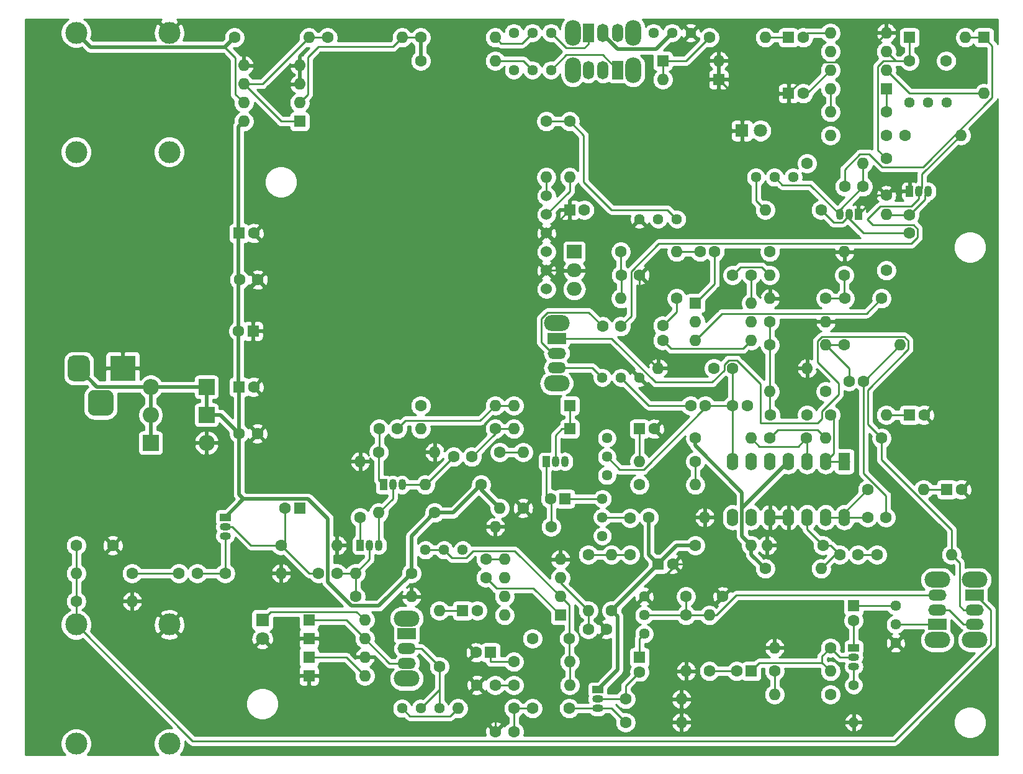
<source format=gbr>
%TF.GenerationSoftware,KiCad,Pcbnew,(5.1.12)-1*%
%TF.CreationDate,2022-01-01T20:40:12-08:00*%
%TF.ProjectId,Lobotomizer,4c6f626f-746f-46d6-997a-65722e6b6963,rev?*%
%TF.SameCoordinates,Original*%
%TF.FileFunction,Copper,L1,Top*%
%TF.FilePolarity,Positive*%
%FSLAX46Y46*%
G04 Gerber Fmt 4.6, Leading zero omitted, Abs format (unit mm)*
G04 Created by KiCad (PCBNEW (5.1.12)-1) date 2022-01-01 20:40:12*
%MOMM*%
%LPD*%
G01*
G04 APERTURE LIST*
%TA.AperFunction,ComponentPad*%
%ADD10C,1.600000*%
%TD*%
%TA.AperFunction,ComponentPad*%
%ADD11O,1.600000X1.600000*%
%TD*%
%TA.AperFunction,ComponentPad*%
%ADD12R,1.600000X1.600000*%
%TD*%
%TA.AperFunction,ComponentPad*%
%ADD13O,2.000000X1.905000*%
%TD*%
%TA.AperFunction,ComponentPad*%
%ADD14R,2.000000X1.905000*%
%TD*%
%TA.AperFunction,ComponentPad*%
%ADD15C,1.524000*%
%TD*%
%TA.AperFunction,ComponentPad*%
%ADD16O,1.600000X2.400000*%
%TD*%
%TA.AperFunction,ComponentPad*%
%ADD17R,1.600000X2.400000*%
%TD*%
%TA.AperFunction,ComponentPad*%
%ADD18O,2.200000X3.500000*%
%TD*%
%TA.AperFunction,ComponentPad*%
%ADD19O,1.500000X2.500000*%
%TD*%
%TA.AperFunction,ComponentPad*%
%ADD20R,1.500000X2.500000*%
%TD*%
%TA.AperFunction,ComponentPad*%
%ADD21O,3.500000X2.200000*%
%TD*%
%TA.AperFunction,ComponentPad*%
%ADD22O,2.500000X1.500000*%
%TD*%
%TA.AperFunction,ComponentPad*%
%ADD23R,2.500000X1.500000*%
%TD*%
%TA.AperFunction,ComponentPad*%
%ADD24C,1.440000*%
%TD*%
%TA.AperFunction,ComponentPad*%
%ADD25O,1.400000X1.400000*%
%TD*%
%TA.AperFunction,ComponentPad*%
%ADD26C,1.400000*%
%TD*%
%TA.AperFunction,ComponentPad*%
%ADD27R,1.050000X1.500000*%
%TD*%
%TA.AperFunction,ComponentPad*%
%ADD28O,1.050000X1.500000*%
%TD*%
%TA.AperFunction,ComponentPad*%
%ADD29R,1.500000X1.050000*%
%TD*%
%TA.AperFunction,ComponentPad*%
%ADD30O,1.500000X1.050000*%
%TD*%
%TA.AperFunction,ComponentPad*%
%ADD31R,3.500000X3.500000*%
%TD*%
%TA.AperFunction,ComponentPad*%
%ADD32C,3.000000*%
%TD*%
%TA.AperFunction,ComponentPad*%
%ADD33C,1.800000*%
%TD*%
%TA.AperFunction,ComponentPad*%
%ADD34R,1.800000X1.800000*%
%TD*%
%TA.AperFunction,ComponentPad*%
%ADD35O,2.200000X2.200000*%
%TD*%
%TA.AperFunction,ComponentPad*%
%ADD36R,2.200000X2.200000*%
%TD*%
%TA.AperFunction,ViaPad*%
%ADD37C,0.800000*%
%TD*%
%TA.AperFunction,Conductor*%
%ADD38C,0.254000*%
%TD*%
%TA.AperFunction,Conductor*%
%ADD39C,0.250000*%
%TD*%
%TA.AperFunction,Conductor*%
%ADD40C,0.482600*%
%TD*%
%TA.AperFunction,Conductor*%
%ADD41C,0.100000*%
%TD*%
G04 APERTURE END LIST*
D10*
%TO.P,C106,2*%
%TO.N,Net-(C106-Pad2)*%
X188675000Y-89535000D03*
%TO.P,C106,1*%
%TO.N,Net-(C106-Pad1)*%
X193675000Y-89535000D03*
%TD*%
D11*
%TO.P,U202,8*%
%TO.N,VCLEAN*%
X106680000Y-65405000D03*
%TO.P,U202,4*%
%TO.N,GND*%
X114300000Y-57785000D03*
%TO.P,U202,7*%
%TO.N,SIGNAL_OUT*%
X106680000Y-62865000D03*
%TO.P,U202,3*%
%TO.N,GND*%
X114300000Y-60325000D03*
%TO.P,U202,6*%
%TO.N,Net-(R210-Pad1)*%
X106680000Y-60325000D03*
%TO.P,U202,2*%
%TO.N,Net-(R208-Pad1)*%
X114300000Y-62865000D03*
%TO.P,U202,5*%
%TO.N,GND*%
X106680000Y-57785000D03*
D12*
%TO.P,U202,1*%
%TO.N,Net-(R210-Pad1)*%
X114300000Y-65405000D03*
%TD*%
D11*
%TO.P,U201,8*%
%TO.N,Net-(R205-Pad2)*%
X186690000Y-60960000D03*
%TO.P,U201,4*%
%TO.N,GND*%
X194310000Y-53340000D03*
%TO.P,U201,7*%
%TO.N,Net-(C205-Pad2)*%
X186690000Y-58420000D03*
%TO.P,U201,3*%
%TO.N,Net-(C204-Pad1)*%
X194310000Y-55880000D03*
%TO.P,U201,6*%
%TO.N,VCLEAN*%
X186690000Y-55880000D03*
%TO.P,U201,2*%
%TO.N,Net-(D201-Pad2)*%
X194310000Y-58420000D03*
%TO.P,U201,5*%
%TO.N,Net-(C207-Pad2)*%
X186690000Y-53340000D03*
D12*
%TO.P,U201,1*%
%TO.N,Net-(R205-Pad1)*%
X194310000Y-60960000D03*
%TD*%
D13*
%TO.P,U103,3*%
%TO.N,5VCLEAN*%
X151765000Y-88265000D03*
%TO.P,U103,2*%
%TO.N,GND*%
X151765000Y-85725000D03*
D14*
%TO.P,U103,1*%
%TO.N,VCLEAN*%
X151765000Y-83185000D03*
%TD*%
D15*
%TO.P,U102,6*%
%TO.N,Net-(R114-Pad2)*%
X147955000Y-75565000D03*
%TO.P,U102,5*%
%TO.N,Net-(R115-Pad2)*%
X147955000Y-78105000D03*
%TO.P,U102,4*%
%TO.N,GND*%
X147955000Y-80645000D03*
%TO.P,U102,3*%
%TO.N,Net-(SW101-Pad2)*%
X147955000Y-83185000D03*
%TO.P,U102,2*%
%TO.N,GND*%
X147955000Y-85725000D03*
%TO.P,U102,1*%
%TO.N,5VCLEAN*%
X147955000Y-88265000D03*
%TD*%
D16*
%TO.P,U101,14*%
%TO.N,Net-(C103-Pad1)*%
X188595000Y-119380000D03*
%TO.P,U101,7*%
%TO.N,Net-(C114-Pad1)*%
X173355000Y-111760000D03*
%TO.P,U101,13*%
%TO.N,Net-(C103-Pad1)*%
X186055000Y-119380000D03*
%TO.P,U101,6*%
%TO.N,Net-(R120-Pad1)*%
X175895000Y-111760000D03*
%TO.P,U101,12*%
%TO.N,Net-(C101-Pad1)*%
X183515000Y-119380000D03*
%TO.P,U101,5*%
%TO.N,Net-(C112-Pad2)*%
X178435000Y-111760000D03*
%TO.P,U101,11*%
%TO.N,GND*%
X180975000Y-119380000D03*
%TO.P,U101,4*%
%TO.N,VCLEAN*%
X180975000Y-111760000D03*
%TO.P,U101,10*%
%TO.N,GND*%
X178435000Y-119380000D03*
%TO.P,U101,3*%
%TO.N,Net-(C104-Pad2)*%
X183515000Y-111760000D03*
%TO.P,U101,9*%
%TO.N,Net-(U101-Pad9)*%
X175895000Y-119380000D03*
%TO.P,U101,2*%
%TO.N,Net-(R108-Pad1)*%
X186055000Y-111760000D03*
%TO.P,U101,8*%
%TO.N,Net-(U101-Pad8)*%
X173355000Y-119380000D03*
D17*
%TO.P,U101,1*%
%TO.N,Net-(R108-Pad1)*%
X188595000Y-111760000D03*
%TD*%
D11*
%TO.P,U1,8*%
%TO.N,Net-(U1-Pad8)*%
X142240000Y-132715000D03*
%TO.P,U1,4*%
%TO.N,GND*%
X149860000Y-125095000D03*
%TO.P,U1,7*%
%TO.N,VCLEAN*%
X142240000Y-130175000D03*
%TO.P,U1,3*%
%TO.N,Net-(C9-Pad1)*%
X149860000Y-127635000D03*
%TO.P,U1,6*%
%TO.N,Net-(C11-Pad1)*%
X142240000Y-127635000D03*
%TO.P,U1,2*%
%TO.N,Net-(C11-Pad2)*%
X149860000Y-130175000D03*
%TO.P,U1,5*%
%TO.N,Net-(C10-Pad1)*%
X142240000Y-125095000D03*
D12*
%TO.P,U1,1*%
%TO.N,Net-(C10-Pad2)*%
X149860000Y-132715000D03*
%TD*%
D18*
%TO.P,SW202,*%
%TO.N,*%
X151570000Y-58420000D03*
X159770000Y-58420000D03*
D19*
%TO.P,SW202,3*%
%TO.N,Net-(SW202-Pad3)*%
X153670000Y-58420000D03*
%TO.P,SW202,2*%
%TO.N,/Lobotomizer_Saw/BYPASS_KILL*%
X155670000Y-58420000D03*
D20*
%TO.P,SW202,1*%
%TO.N,Net-(RV205-Pad1)*%
X157670000Y-58420000D03*
%TD*%
D18*
%TO.P,SW201,*%
%TO.N,*%
X159770000Y-53340000D03*
X151570000Y-53340000D03*
D19*
%TO.P,SW201,3*%
%TO.N,Net-(SW201-Pad3)*%
X157670000Y-53340000D03*
%TO.P,SW201,2*%
%TO.N,Net-(RV203-Pad2)*%
X155670000Y-53340000D03*
D20*
%TO.P,SW201,1*%
%TO.N,Net-(RV204-Pad1)*%
X153670000Y-53340000D03*
%TD*%
D21*
%TO.P,SW102,*%
%TO.N,*%
X149352000Y-101096000D03*
X149352000Y-92896000D03*
D22*
%TO.P,SW102,3*%
%TO.N,Net-(RV103-Pad3)*%
X149352000Y-98996000D03*
%TO.P,SW102,2*%
%TO.N,REVERB_OUT*%
X149352000Y-96996000D03*
D23*
%TO.P,SW102,1*%
%TO.N,FUZZ_OUT*%
X149352000Y-94996000D03*
%TD*%
D11*
%TO.P,SW101,6*%
%TO.N,Net-(C107-Pad2)*%
X175895000Y-90170000D03*
%TO.P,SW101,3*%
%TO.N,Net-(C106-Pad1)*%
X168275000Y-95250000D03*
%TO.P,SW101,5*%
%TO.N,Net-(R108-Pad1)*%
X175895000Y-92710000D03*
%TO.P,SW101,2*%
%TO.N,Net-(SW101-Pad2)*%
X168275000Y-92710000D03*
%TO.P,SW101,4*%
%TO.N,Net-(C110-Pad1)*%
X175895000Y-95250000D03*
D12*
%TO.P,SW101,1*%
%TO.N,Net-(C108-Pad2)*%
X168275000Y-90170000D03*
%TD*%
D21*
%TO.P,SW3,*%
%TO.N,*%
X206375000Y-136085000D03*
X206375000Y-127885000D03*
D22*
%TO.P,SW3,3*%
%TO.N,Net-(SW2-Pad2)*%
X206375000Y-133985000D03*
%TO.P,SW3,2*%
%TO.N,FUZZ_OUT*%
X206375000Y-131985000D03*
D23*
%TO.P,SW3,1*%
%TO.N,BYPASS_FUZZ*%
X206375000Y-129985000D03*
%TD*%
D21*
%TO.P,SW2,*%
%TO.N,*%
X201295000Y-127885000D03*
X201295000Y-136085000D03*
D22*
%TO.P,SW2,3*%
%TO.N,Net-(C18-Pad1)*%
X201295000Y-129985000D03*
%TO.P,SW2,2*%
%TO.N,Net-(SW2-Pad2)*%
X201295000Y-131985000D03*
D23*
%TO.P,SW2,1*%
%TO.N,Net-(RV5-Pad2)*%
X201295000Y-133985000D03*
%TD*%
D21*
%TO.P,SW1,*%
%TO.N,*%
X128905000Y-141355000D03*
X128905000Y-133155000D03*
D22*
%TO.P,SW1,3*%
%TO.N,Net-(D3-Pad1)*%
X128905000Y-139255000D03*
%TO.P,SW1,2*%
%TO.N,Net-(R20-Pad1)*%
X128905000Y-137255000D03*
D23*
%TO.P,SW1,1*%
%TO.N,Net-(D6-Pad1)*%
X128905000Y-135255000D03*
%TD*%
D24*
%TO.P,RV205,3*%
%TO.N,Net-(RV205-Pad3)*%
X143510000Y-58420000D03*
%TO.P,RV205,2*%
%TO.N,Net-(R209-Pad2)*%
X146050000Y-58420000D03*
%TO.P,RV205,1*%
%TO.N,Net-(RV205-Pad1)*%
X148590000Y-58420000D03*
%TD*%
%TO.P,RV204,3*%
%TO.N,Net-(RV204-Pad3)*%
X143510000Y-53340000D03*
%TO.P,RV204,2*%
%TO.N,Net-(R208-Pad2)*%
X146050000Y-53340000D03*
%TO.P,RV204,1*%
%TO.N,Net-(RV204-Pad1)*%
X148590000Y-53340000D03*
%TD*%
%TO.P,RV203,3*%
%TO.N,Net-(D203-Pad2)*%
X162560000Y-53340000D03*
%TO.P,RV203,2*%
%TO.N,Net-(RV203-Pad2)*%
X165100000Y-53340000D03*
%TO.P,RV203,1*%
%TO.N,GND*%
X167640000Y-53340000D03*
%TD*%
%TO.P,RV202,3*%
%TO.N,Net-(C204-Pad2)*%
X197485000Y-62865000D03*
%TO.P,RV202,2*%
%TO.N,Net-(D201-Pad2)*%
X200025000Y-62865000D03*
%TO.P,RV202,1*%
%TO.N,Net-(C203-Pad2)*%
X202565000Y-62865000D03*
%TD*%
%TO.P,RV201,3*%
%TO.N,Net-(RV201-Pad3)*%
X181610000Y-73025000D03*
%TO.P,RV201,2*%
%TO.N,Net-(C203-Pad1)*%
X179070000Y-73025000D03*
%TO.P,RV201,1*%
%TO.N,Net-(R203-Pad2)*%
X176530000Y-73025000D03*
%TD*%
%TO.P,RV103,3*%
%TO.N,Net-(RV103-Pad3)*%
X155575000Y-100330000D03*
%TO.P,RV103,2*%
%TO.N,Net-(C115-Pad1)*%
X158115000Y-100330000D03*
%TO.P,RV103,1*%
%TO.N,GND*%
X160655000Y-100330000D03*
%TD*%
%TO.P,RV102,3*%
%TO.N,Net-(RV102-Pad3)*%
X156210000Y-113665000D03*
%TO.P,RV102,2*%
%TO.N,Net-(C114-Pad1)*%
X156210000Y-111125000D03*
%TO.P,RV102,1*%
%TO.N,Net-(C114-Pad2)*%
X156210000Y-108585000D03*
%TD*%
%TO.P,RV101,3*%
%TO.N,GND*%
X160655000Y-78740000D03*
%TO.P,RV101,2*%
%TO.N,Net-(C112-Pad1)*%
X163195000Y-78740000D03*
%TO.P,RV101,1*%
%TO.N,Net-(R114-Pad1)*%
X165735000Y-78740000D03*
%TD*%
%TO.P,RV5,3*%
%TO.N,GND*%
X195580000Y-136525000D03*
%TO.P,RV5,2*%
%TO.N,Net-(RV5-Pad2)*%
X195580000Y-133985000D03*
%TO.P,RV5,1*%
%TO.N,Net-(C20-Pad1)*%
X195580000Y-131445000D03*
%TD*%
%TO.P,RV4,3*%
%TO.N,GND*%
X161290000Y-130175000D03*
%TO.P,RV4,2*%
%TO.N,Net-(C18-Pad1)*%
X161290000Y-132715000D03*
%TO.P,RV4,1*%
%TO.N,Net-(C17-Pad1)*%
X161290000Y-135255000D03*
%TD*%
%TO.P,RV3,3*%
%TO.N,Net-(R21-Pad2)*%
X128270000Y-145415000D03*
%TO.P,RV3,2*%
%TO.N,Net-(R20-Pad1)*%
X130810000Y-145415000D03*
%TO.P,RV3,1*%
X133350000Y-145415000D03*
%TD*%
%TO.P,RV2,3*%
%TO.N,Net-(C11-Pad2)*%
X131445000Y-123825000D03*
%TO.P,RV2,2*%
X133985000Y-123825000D03*
%TO.P,RV2,1*%
%TO.N,Net-(C11-Pad1)*%
X136525000Y-123825000D03*
%TD*%
%TO.P,RV1,3*%
%TO.N,Net-(C7-Pad1)*%
X155575000Y-116840000D03*
%TO.P,RV1,2*%
%TO.N,Net-(C8-Pad2)*%
X155575000Y-119380000D03*
%TO.P,RV1,1*%
%TO.N,Net-(C3-Pad1)*%
X155575000Y-121920000D03*
%TD*%
D11*
%TO.P,R211,2*%
%TO.N,Net-(R210-Pad1)*%
X115570000Y-53975000D03*
D10*
%TO.P,R211,1*%
%TO.N,SIGNAL_OUT*%
X105410000Y-53975000D03*
%TD*%
%TO.P,R210,1*%
%TO.N,Net-(R210-Pad1)*%
X118110000Y-53975000D03*
D11*
%TO.P,R210,2*%
%TO.N,Net-(R208-Pad1)*%
X128270000Y-53975000D03*
%TD*%
%TO.P,R209,2*%
%TO.N,Net-(R209-Pad2)*%
X140970000Y-57150000D03*
D10*
%TO.P,R209,1*%
%TO.N,Net-(R208-Pad1)*%
X130810000Y-57150000D03*
%TD*%
D11*
%TO.P,R208,2*%
%TO.N,Net-(R208-Pad2)*%
X140970000Y-53975000D03*
D10*
%TO.P,R208,1*%
%TO.N,Net-(R208-Pad1)*%
X130810000Y-53975000D03*
%TD*%
D11*
%TO.P,R207,2*%
%TO.N,VCLEAN*%
X186690000Y-67310000D03*
D10*
%TO.P,R207,1*%
%TO.N,Net-(D206-Pad2)*%
X194310000Y-67310000D03*
%TD*%
D11*
%TO.P,R206,2*%
%TO.N,Net-(C207-Pad1)*%
X177800000Y-53975000D03*
D10*
%TO.P,R206,1*%
%TO.N,Net-(D203-Pad2)*%
X170180000Y-53975000D03*
%TD*%
D11*
%TO.P,R205,2*%
%TO.N,Net-(R205-Pad2)*%
X186690000Y-64135000D03*
D10*
%TO.P,R205,1*%
%TO.N,Net-(R205-Pad1)*%
X194310000Y-64135000D03*
%TD*%
D11*
%TO.P,R204,2*%
%TO.N,Net-(C203-Pad1)*%
X191135000Y-71120000D03*
D10*
%TO.P,R204,1*%
%TO.N,VCLEAN*%
X183515000Y-71120000D03*
%TD*%
D11*
%TO.P,R203,2*%
%TO.N,Net-(R203-Pad2)*%
X177800000Y-77470000D03*
D10*
%TO.P,R203,1*%
%TO.N,Net-(C202-Pad1)*%
X185420000Y-77470000D03*
%TD*%
D11*
%TO.P,R202,2*%
%TO.N,Net-(C202-Pad2)*%
X194310000Y-78105000D03*
D10*
%TO.P,R202,1*%
%TO.N,VCLEAN*%
X194310000Y-85725000D03*
%TD*%
D11*
%TO.P,R201,2*%
%TO.N,Net-(C201-Pad1)*%
X204470000Y-67310000D03*
D10*
%TO.P,R201,1*%
%TO.N,VCLEAN*%
X196850000Y-67310000D03*
%TD*%
D11*
%TO.P,R122,2*%
%TO.N,GND*%
X183515000Y-99060000D03*
D10*
%TO.P,R122,1*%
%TO.N,Net-(C114-Pad1)*%
X173355000Y-99060000D03*
%TD*%
D11*
%TO.P,R121,2*%
%TO.N,Net-(R120-Pad1)*%
X168275000Y-114935000D03*
D10*
%TO.P,R121,1*%
%TO.N,Net-(C114-Pad2)*%
X160655000Y-114935000D03*
%TD*%
D11*
%TO.P,R120,2*%
%TO.N,Net-(C113-Pad1)*%
X160655000Y-111760000D03*
D10*
%TO.P,R120,1*%
%TO.N,Net-(R120-Pad1)*%
X168275000Y-111760000D03*
%TD*%
D11*
%TO.P,R119,2*%
%TO.N,GND*%
X186055000Y-92710000D03*
D10*
%TO.P,R119,1*%
%TO.N,Net-(C112-Pad2)*%
X178435000Y-92710000D03*
%TD*%
D11*
%TO.P,R118,2*%
%TO.N,Net-(C112-Pad2)*%
X178435000Y-102235000D03*
D10*
%TO.P,R118,1*%
%TO.N,VCLEAN*%
X186055000Y-102235000D03*
%TD*%
D11*
%TO.P,R117,2*%
%TO.N,Net-(C111-Pad1)*%
X186055000Y-95885000D03*
D10*
%TO.P,R117,1*%
%TO.N,Net-(C112-Pad2)*%
X178435000Y-95885000D03*
%TD*%
D11*
%TO.P,R116,2*%
%TO.N,Net-(C103-Pad2)*%
X196215000Y-95885000D03*
D10*
%TO.P,R116,1*%
%TO.N,Net-(C111-Pad1)*%
X188595000Y-95885000D03*
%TD*%
D11*
%TO.P,R115,2*%
%TO.N,Net-(R115-Pad2)*%
X151130000Y-73025000D03*
D10*
%TO.P,R115,1*%
%TO.N,Net-(R114-Pad1)*%
X151130000Y-65405000D03*
%TD*%
D11*
%TO.P,R114,2*%
%TO.N,Net-(R114-Pad2)*%
X147955000Y-73025000D03*
D10*
%TO.P,R114,1*%
%TO.N,Net-(R114-Pad1)*%
X147955000Y-65405000D03*
%TD*%
D11*
%TO.P,R113,2*%
%TO.N,Net-(C109-Pad2)*%
X158115000Y-89535000D03*
D10*
%TO.P,R113,1*%
%TO.N,Net-(C110-Pad2)*%
X165735000Y-89535000D03*
%TD*%
D11*
%TO.P,R112,2*%
%TO.N,Net-(C108-Pad1)*%
X165735000Y-83185000D03*
D10*
%TO.P,R112,1*%
%TO.N,Net-(C109-Pad2)*%
X158115000Y-83185000D03*
%TD*%
D11*
%TO.P,R111,2*%
%TO.N,Net-(C107-Pad1)*%
X178435000Y-86360000D03*
D10*
%TO.P,R111,1*%
%TO.N,Net-(C106-Pad2)*%
X188595000Y-86360000D03*
%TD*%
D11*
%TO.P,R110,2*%
%TO.N,GND*%
X178435000Y-89535000D03*
D10*
%TO.P,R110,1*%
%TO.N,Net-(C106-Pad2)*%
X186055000Y-89535000D03*
%TD*%
D11*
%TO.P,R109,2*%
%TO.N,GND*%
X188595000Y-83185000D03*
D10*
%TO.P,R109,1*%
%TO.N,Net-(R108-Pad1)*%
X178435000Y-83185000D03*
%TD*%
D11*
%TO.P,R108,2*%
%TO.N,Net-(C105-Pad1)*%
X194310000Y-105410000D03*
D10*
%TO.P,R108,1*%
%TO.N,Net-(R108-Pad1)*%
X186690000Y-105410000D03*
%TD*%
D11*
%TO.P,R107,2*%
%TO.N,GND*%
X163195000Y-99060000D03*
D10*
%TO.P,R107,1*%
%TO.N,Net-(C104-Pad2)*%
X170815000Y-99060000D03*
%TD*%
D11*
%TO.P,R106,2*%
%TO.N,Net-(C104-Pad2)*%
X175895000Y-108585000D03*
D10*
%TO.P,R106,1*%
%TO.N,VCLEAN*%
X168275000Y-108585000D03*
%TD*%
D11*
%TO.P,R105,2*%
%TO.N,Net-(C104-Pad1)*%
X186055000Y-108585000D03*
D10*
%TO.P,R105,1*%
%TO.N,FUZZ_OUT*%
X193675000Y-108585000D03*
%TD*%
D11*
%TO.P,R104,2*%
%TO.N,Net-(C102-Pad1)*%
X199390000Y-115570000D03*
D10*
%TO.P,R104,1*%
%TO.N,Net-(C103-Pad1)*%
X191770000Y-115570000D03*
%TD*%
D11*
%TO.P,R103,2*%
%TO.N,GND*%
X178054000Y-123190000D03*
D10*
%TO.P,R103,1*%
%TO.N,Net-(C101-Pad1)*%
X185674000Y-123190000D03*
%TD*%
D11*
%TO.P,R102,2*%
%TO.N,Net-(C101-Pad1)*%
X185420000Y-126365000D03*
D10*
%TO.P,R102,1*%
%TO.N,VCLEAN*%
X177800000Y-126365000D03*
%TD*%
D11*
%TO.P,R101,2*%
%TO.N,FUZZ_OUT*%
X203200000Y-124460000D03*
D10*
%TO.P,R101,1*%
%TO.N,Net-(C101-Pad2)*%
X193040000Y-124460000D03*
%TD*%
D11*
%TO.P,R31,2*%
%TO.N,GND*%
X169545000Y-119380000D03*
D10*
%TO.P,R31,1*%
%TO.N,/Lobotomizer_Fuzz/VR*%
X161925000Y-119380000D03*
%TD*%
D11*
%TO.P,R30,2*%
%TO.N,VCLEAN*%
X175895000Y-123190000D03*
D10*
%TO.P,R30,1*%
%TO.N,/Lobotomizer_Fuzz/VR*%
X168275000Y-123190000D03*
%TD*%
D25*
%TO.P,R29,2*%
%TO.N,GND*%
X189865000Y-147320000D03*
D26*
%TO.P,R29,1*%
%TO.N,Net-(Q6-Pad3)*%
X189865000Y-142240000D03*
%TD*%
D11*
%TO.P,R28,2*%
%TO.N,Net-(C20-Pad2)*%
X179070000Y-143510000D03*
D10*
%TO.P,R28,1*%
%TO.N,VCLEAN*%
X186690000Y-143510000D03*
%TD*%
D11*
%TO.P,R27,2*%
%TO.N,GND*%
X179070000Y-137160000D03*
D10*
%TO.P,R27,1*%
%TO.N,Net-(C19-Pad1)*%
X186690000Y-137160000D03*
%TD*%
D11*
%TO.P,R26,2*%
%TO.N,Net-(C19-Pad1)*%
X186690000Y-140335000D03*
D10*
%TO.P,R26,1*%
%TO.N,Net-(C20-Pad2)*%
X179070000Y-140335000D03*
%TD*%
D11*
%TO.P,R25,2*%
%TO.N,Net-(C18-Pad1)*%
X170180000Y-132715000D03*
D10*
%TO.P,R25,1*%
%TO.N,Net-(C19-Pad2)*%
X170180000Y-140335000D03*
%TD*%
D11*
%TO.P,R24,2*%
%TO.N,GND*%
X167005000Y-140335000D03*
D10*
%TO.P,R24,1*%
%TO.N,Net-(C18-Pad1)*%
X167005000Y-132715000D03*
%TD*%
D11*
%TO.P,R23,2*%
%TO.N,GND*%
X166370000Y-144145000D03*
D10*
%TO.P,R23,1*%
%TO.N,Net-(C17-Pad2)*%
X158750000Y-144145000D03*
%TD*%
D11*
%TO.P,R22,2*%
%TO.N,GND*%
X166370000Y-147320000D03*
D10*
%TO.P,R22,1*%
%TO.N,Net-(C16-Pad2)*%
X158750000Y-147320000D03*
%TD*%
D11*
%TO.P,R21,2*%
%TO.N,Net-(R21-Pad2)*%
X135890000Y-145415000D03*
D10*
%TO.P,R21,1*%
%TO.N,Net-(C15-Pad1)*%
X143510000Y-145415000D03*
%TD*%
D11*
%TO.P,R20,2*%
%TO.N,Net-(C14-Pad1)*%
X133350000Y-132080000D03*
D10*
%TO.P,R20,1*%
%TO.N,Net-(R20-Pad1)*%
X133350000Y-139700000D03*
%TD*%
D11*
%TO.P,R19,2*%
%TO.N,Net-(C11-Pad2)*%
X151130000Y-139065000D03*
D10*
%TO.P,R19,1*%
%TO.N,Net-(C13-Pad1)*%
X143510000Y-139065000D03*
%TD*%
D11*
%TO.P,R18,2*%
%TO.N,Net-(C11-Pad2)*%
X151130000Y-142240000D03*
D10*
%TO.P,R18,1*%
%TO.N,Net-(C12-Pad1)*%
X143510000Y-142240000D03*
%TD*%
D11*
%TO.P,R17,2*%
%TO.N,Net-(C9-Pad1)*%
X153670000Y-132080000D03*
D10*
%TO.P,R17,1*%
%TO.N,Net-(C8-Pad1)*%
X153670000Y-124460000D03*
%TD*%
D11*
%TO.P,R16,2*%
%TO.N,Net-(C8-Pad1)*%
X156845000Y-124460000D03*
D10*
%TO.P,R16,1*%
%TO.N,/Lobotomizer_Fuzz/VR*%
X156845000Y-132080000D03*
%TD*%
D11*
%TO.P,R15,2*%
%TO.N,GND*%
X140970000Y-120650000D03*
D10*
%TO.P,R15,1*%
%TO.N,Net-(C7-Pad2)*%
X148590000Y-120650000D03*
%TD*%
D11*
%TO.P,R14,2*%
%TO.N,Net-(R11-Pad2)*%
X144780000Y-110490000D03*
D10*
%TO.P,R14,1*%
%TO.N,GND*%
X144780000Y-118110000D03*
%TD*%
D11*
%TO.P,R13,2*%
%TO.N,VCLEAN*%
X141605000Y-118110000D03*
D10*
%TO.P,R13,1*%
%TO.N,Net-(R11-Pad2)*%
X141605000Y-110490000D03*
%TD*%
D11*
%TO.P,R12,2*%
%TO.N,Net-(C6-Pad1)*%
X140970000Y-104140000D03*
D10*
%TO.P,R12,1*%
%TO.N,Net-(R11-Pad2)*%
X130810000Y-104140000D03*
%TD*%
D11*
%TO.P,R11,2*%
%TO.N,Net-(R11-Pad2)*%
X130810000Y-107315000D03*
D10*
%TO.P,R11,1*%
%TO.N,Net-(C5-Pad1)*%
X140970000Y-107315000D03*
%TD*%
D11*
%TO.P,R10,2*%
%TO.N,Net-(C5-Pad2)*%
X131445000Y-114935000D03*
D10*
%TO.P,R10,1*%
%TO.N,VCLEAN*%
X139065000Y-114935000D03*
%TD*%
D11*
%TO.P,R9,2*%
%TO.N,GND*%
X132715000Y-110490000D03*
D10*
%TO.P,R9,1*%
%TO.N,Net-(C6-Pad2)*%
X125095000Y-110490000D03*
%TD*%
D11*
%TO.P,R8,2*%
%TO.N,GND*%
X122555000Y-111760000D03*
D10*
%TO.P,R8,1*%
%TO.N,Net-(Q2-Pad1)*%
X122555000Y-119380000D03*
%TD*%
D11*
%TO.P,R7,2*%
%TO.N,Net-(Q2-Pad3)*%
X125095000Y-118745000D03*
D10*
%TO.P,R7,1*%
%TO.N,VCLEAN*%
X132715000Y-118745000D03*
%TD*%
D11*
%TO.P,R6,2*%
%TO.N,GND*%
X129540000Y-130175000D03*
D10*
%TO.P,R6,1*%
%TO.N,Net-(C4-Pad1)*%
X121920000Y-130175000D03*
%TD*%
D11*
%TO.P,R5,2*%
%TO.N,Net-(C4-Pad1)*%
X121920000Y-127000000D03*
D10*
%TO.P,R5,1*%
%TO.N,VCLEAN*%
X129540000Y-127000000D03*
%TD*%
D11*
%TO.P,R4,2*%
%TO.N,GND*%
X119380000Y-123190000D03*
D10*
%TO.P,R4,1*%
%TO.N,Net-(C3-Pad2)*%
X111760000Y-123190000D03*
%TD*%
D11*
%TO.P,R3,2*%
%TO.N,GND*%
X111760000Y-127000000D03*
D10*
%TO.P,R3,1*%
%TO.N,Net-(C2-Pad1)*%
X104140000Y-127000000D03*
%TD*%
D11*
%TO.P,R2,2*%
%TO.N,BYPASS_FUZZ*%
X83820000Y-127000000D03*
D10*
%TO.P,R2,1*%
%TO.N,Net-(C2-Pad2)*%
X91440000Y-127000000D03*
%TD*%
D11*
%TO.P,R1,2*%
%TO.N,GND*%
X91440000Y-130810000D03*
D10*
%TO.P,R1,1*%
%TO.N,BYPASS_FUZZ*%
X83820000Y-130810000D03*
%TD*%
D27*
%TO.P,Q202,1*%
%TO.N,GND*%
X190500000Y-78105000D03*
D28*
%TO.P,Q202,3*%
%TO.N,Net-(C203-Pad1)*%
X187960000Y-78105000D03*
%TO.P,Q202,2*%
%TO.N,Net-(C202-Pad1)*%
X189230000Y-78105000D03*
%TD*%
D27*
%TO.P,Q201,1*%
%TO.N,GND*%
X197485000Y-74930000D03*
D28*
%TO.P,Q201,3*%
%TO.N,Net-(C202-Pad2)*%
X200025000Y-74930000D03*
%TO.P,Q201,2*%
%TO.N,Net-(C201-Pad1)*%
X198755000Y-74930000D03*
%TD*%
D29*
%TO.P,Q6,1*%
%TO.N,Net-(C20-Pad2)*%
X189865000Y-137160000D03*
D30*
%TO.P,Q6,3*%
%TO.N,Net-(Q6-Pad3)*%
X189865000Y-139700000D03*
%TO.P,Q6,2*%
%TO.N,Net-(C19-Pad1)*%
X189865000Y-138430000D03*
%TD*%
D29*
%TO.P,Q5,1*%
%TO.N,/Lobotomizer_Fuzz/VR*%
X154940000Y-142875000D03*
D30*
%TO.P,Q5,3*%
%TO.N,Net-(C16-Pad2)*%
X154940000Y-145415000D03*
%TO.P,Q5,2*%
%TO.N,Net-(C17-Pad2)*%
X154940000Y-144145000D03*
%TD*%
D27*
%TO.P,Q4,1*%
%TO.N,Net-(C7-Pad2)*%
X147955000Y-111760000D03*
D28*
%TO.P,Q4,3*%
%TO.N,VCLEAN*%
X150495000Y-111760000D03*
%TO.P,Q4,2*%
%TO.N,Net-(D1-Pad1)*%
X149225000Y-111760000D03*
%TD*%
D27*
%TO.P,Q3,1*%
%TO.N,Net-(C6-Pad2)*%
X125730000Y-114935000D03*
D28*
%TO.P,Q3,3*%
%TO.N,Net-(C5-Pad2)*%
X128270000Y-114935000D03*
%TO.P,Q3,2*%
%TO.N,Net-(Q2-Pad3)*%
X127000000Y-114935000D03*
%TD*%
D27*
%TO.P,Q2,1*%
%TO.N,Net-(Q2-Pad1)*%
X122555000Y-123190000D03*
D28*
%TO.P,Q2,3*%
%TO.N,Net-(Q2-Pad3)*%
X125095000Y-123190000D03*
%TO.P,Q2,2*%
%TO.N,Net-(C4-Pad1)*%
X123825000Y-123190000D03*
%TD*%
D29*
%TO.P,Q1,1*%
%TO.N,VCLEAN*%
X104140000Y-119380000D03*
D30*
%TO.P,Q1,3*%
%TO.N,Net-(C2-Pad1)*%
X104140000Y-121920000D03*
%TO.P,Q1,2*%
%TO.N,Net-(C3-Pad2)*%
X104140000Y-120650000D03*
%TD*%
%TO.P,J3,3*%
%TO.N,N/C*%
%TA.AperFunction,ComponentPad*%
G36*
G01*
X85420000Y-104635000D02*
X85420000Y-102885000D01*
G75*
G02*
X86295000Y-102010000I875000J0D01*
G01*
X88045000Y-102010000D01*
G75*
G02*
X88920000Y-102885000I0J-875000D01*
G01*
X88920000Y-104635000D01*
G75*
G02*
X88045000Y-105510000I-875000J0D01*
G01*
X86295000Y-105510000D01*
G75*
G02*
X85420000Y-104635000I0J875000D01*
G01*
G37*
%TD.AperFunction*%
%TO.P,J3,2*%
%TO.N,VCLEAN*%
%TA.AperFunction,ComponentPad*%
G36*
G01*
X82670000Y-100060000D02*
X82670000Y-98060000D01*
G75*
G02*
X83420000Y-97310000I750000J0D01*
G01*
X84920000Y-97310000D01*
G75*
G02*
X85670000Y-98060000I0J-750000D01*
G01*
X85670000Y-100060000D01*
G75*
G02*
X84920000Y-100810000I-750000J0D01*
G01*
X83420000Y-100810000D01*
G75*
G02*
X82670000Y-100060000I0J750000D01*
G01*
G37*
%TD.AperFunction*%
D31*
%TO.P,J3,1*%
%TO.N,GND*%
X90170000Y-99060000D03*
%TD*%
D32*
%TO.P,J2,TN*%
%TO.N,N/C*%
X83820000Y-69570000D03*
%TO.P,J2,SN*%
X96520000Y-69570000D03*
%TO.P,J2,T*%
%TO.N,SIGNAL_OUT*%
X83820000Y-53340000D03*
%TO.P,J2,S*%
%TO.N,GND*%
X96520000Y-53340000D03*
%TD*%
%TO.P,J1,TN*%
%TO.N,N/C*%
X83820000Y-150215000D03*
%TO.P,J1,SN*%
X96520000Y-150215000D03*
%TO.P,J1,T*%
%TO.N,BYPASS_FUZZ*%
X83820000Y-133985000D03*
%TO.P,J1,S*%
%TO.N,GND*%
X96520000Y-133985000D03*
%TD*%
D33*
%TO.P,D206,2*%
%TO.N,Net-(D206-Pad2)*%
X177165000Y-66675000D03*
D34*
%TO.P,D206,1*%
%TO.N,GND*%
X174625000Y-66675000D03*
%TD*%
D35*
%TO.P,D205,2*%
%TO.N,GND*%
X101600000Y-109220000D03*
D36*
%TO.P,D205,1*%
%TO.N,VCLEAN*%
X93980000Y-109220000D03*
%TD*%
D11*
%TO.P,D204,2*%
%TO.N,GND*%
X171450000Y-57150000D03*
D12*
%TO.P,D204,1*%
%TO.N,Net-(D203-Pad2)*%
X163830000Y-57150000D03*
%TD*%
D11*
%TO.P,D203,2*%
%TO.N,Net-(D203-Pad2)*%
X163830000Y-59690000D03*
D12*
%TO.P,D203,1*%
%TO.N,GND*%
X171450000Y-59690000D03*
%TD*%
D11*
%TO.P,D202,2*%
%TO.N,Net-(C203-Pad2)*%
X205105000Y-53975000D03*
D12*
%TO.P,D202,1*%
%TO.N,Net-(C204-Pad1)*%
X197485000Y-53975000D03*
%TD*%
D11*
%TO.P,D201,2*%
%TO.N,Net-(D201-Pad2)*%
X207645000Y-61595000D03*
D12*
%TO.P,D201,1*%
%TO.N,Net-(C203-Pad2)*%
X207645000Y-53975000D03*
%TD*%
D35*
%TO.P,D101,2*%
%TO.N,VCLEAN*%
X93980000Y-105410000D03*
D36*
%TO.P,D101,1*%
X101600000Y-105410000D03*
%TD*%
D35*
%TO.P,D8,2*%
%TO.N,VCLEAN*%
X93980000Y-101600000D03*
D36*
%TO.P,D8,1*%
X101600000Y-101600000D03*
%TD*%
D11*
%TO.P,D7,2*%
%TO.N,Net-(D6-Pad1)*%
X123190000Y-140970000D03*
D12*
%TO.P,D7,1*%
%TO.N,GND*%
X115570000Y-140970000D03*
%TD*%
D11*
%TO.P,D6,2*%
%TO.N,GND*%
X123190000Y-138430000D03*
D12*
%TO.P,D6,1*%
%TO.N,Net-(D6-Pad1)*%
X115570000Y-138430000D03*
%TD*%
D11*
%TO.P,D5,2*%
%TO.N,Net-(D3-Pad1)*%
X123190000Y-135890000D03*
D12*
%TO.P,D5,1*%
%TO.N,GND*%
X115570000Y-135890000D03*
%TD*%
D33*
%TO.P,D4,2*%
%TO.N,GND*%
X109220000Y-135890000D03*
D34*
%TO.P,D4,1*%
%TO.N,Net-(D3-Pad2)*%
X109220000Y-133350000D03*
%TD*%
D11*
%TO.P,D3,2*%
%TO.N,Net-(D3-Pad2)*%
X123190000Y-133350000D03*
D12*
%TO.P,D3,1*%
%TO.N,Net-(D3-Pad1)*%
X115570000Y-133350000D03*
%TD*%
D11*
%TO.P,D2,2*%
%TO.N,Net-(C6-Pad1)*%
X143510000Y-104140000D03*
D12*
%TO.P,D2,1*%
%TO.N,Net-(D1-Pad1)*%
X151130000Y-104140000D03*
%TD*%
D11*
%TO.P,D1,2*%
%TO.N,Net-(C5-Pad1)*%
X143510000Y-107315000D03*
D12*
%TO.P,D1,1*%
%TO.N,Net-(D1-Pad1)*%
X151130000Y-107315000D03*
%TD*%
D10*
%TO.P,C209,2*%
%TO.N,VCLEAN*%
X106085000Y-86995000D03*
%TO.P,C209,1*%
%TO.N,GND*%
X108585000Y-86995000D03*
%TD*%
%TO.P,C208,2*%
%TO.N,GND*%
X108045000Y-80645000D03*
D12*
%TO.P,C208,1*%
%TO.N,VCLEAN*%
X106045000Y-80645000D03*
%TD*%
D10*
%TO.P,C207,2*%
%TO.N,Net-(C207-Pad2)*%
X182975000Y-53975000D03*
D12*
%TO.P,C207,1*%
%TO.N,Net-(C207-Pad1)*%
X180975000Y-53975000D03*
%TD*%
D10*
%TO.P,C206,2*%
%TO.N,GND*%
X194310000Y-75485000D03*
%TO.P,C206,1*%
%TO.N,Net-(C204-Pad1)*%
X194310000Y-70485000D03*
%TD*%
%TO.P,C205,2*%
%TO.N,Net-(C205-Pad2)*%
X182975000Y-61595000D03*
D12*
%TO.P,C205,1*%
%TO.N,GND*%
X180975000Y-61595000D03*
%TD*%
D10*
%TO.P,C204,2*%
%TO.N,Net-(C204-Pad2)*%
X202485000Y-57150000D03*
%TO.P,C204,1*%
%TO.N,Net-(C204-Pad1)*%
X197485000Y-57150000D03*
%TD*%
%TO.P,C203,2*%
%TO.N,Net-(C203-Pad2)*%
X188635000Y-74295000D03*
%TO.P,C203,1*%
%TO.N,Net-(C203-Pad1)*%
X191135000Y-74295000D03*
%TD*%
%TO.P,C202,2*%
%TO.N,Net-(C202-Pad2)*%
X197485000Y-78145000D03*
%TO.P,C202,1*%
%TO.N,Net-(C202-Pad1)*%
X197485000Y-80645000D03*
%TD*%
%TO.P,C201,2*%
%TO.N,REVERB_OUT*%
X155615000Y-93345000D03*
%TO.P,C201,1*%
%TO.N,Net-(C201-Pad1)*%
X158115000Y-93345000D03*
%TD*%
%TO.P,C117,2*%
%TO.N,5VCLEAN*%
X153130000Y-77470000D03*
D12*
%TO.P,C117,1*%
%TO.N,GND*%
X151130000Y-77470000D03*
%TD*%
D10*
%TO.P,C116,2*%
%TO.N,VCLEAN*%
X105950000Y-93980000D03*
D12*
%TO.P,C116,1*%
%TO.N,GND*%
X107950000Y-93980000D03*
%TD*%
D10*
%TO.P,C115,2*%
%TO.N,Net-(C114-Pad1)*%
X169640000Y-104140000D03*
%TO.P,C115,1*%
%TO.N,Net-(C115-Pad1)*%
X167640000Y-104140000D03*
%TD*%
%TO.P,C114,2*%
%TO.N,Net-(C114-Pad2)*%
X175355000Y-104140000D03*
%TO.P,C114,1*%
%TO.N,Net-(C114-Pad1)*%
X173355000Y-104140000D03*
%TD*%
%TO.P,C113,2*%
%TO.N,GND*%
X162655000Y-107315000D03*
D12*
%TO.P,C113,1*%
%TO.N,Net-(C113-Pad1)*%
X160655000Y-107315000D03*
%TD*%
D10*
%TO.P,C112,2*%
%TO.N,Net-(C112-Pad2)*%
X178515000Y-105410000D03*
%TO.P,C112,1*%
%TO.N,Net-(C112-Pad1)*%
X183515000Y-105410000D03*
%TD*%
%TO.P,C111,2*%
%TO.N,Net-(C103-Pad2)*%
X191230000Y-100838000D03*
%TO.P,C111,1*%
%TO.N,Net-(C111-Pad1)*%
X189230000Y-100838000D03*
%TD*%
%TO.P,C110,2*%
%TO.N,Net-(C110-Pad2)*%
X163830000Y-93250000D03*
%TO.P,C110,1*%
%TO.N,Net-(C110-Pad1)*%
X163830000Y-95250000D03*
%TD*%
%TO.P,C109,2*%
%TO.N,Net-(C109-Pad2)*%
X158155000Y-86360000D03*
%TO.P,C109,1*%
%TO.N,GND*%
X160655000Y-86360000D03*
%TD*%
%TO.P,C108,2*%
%TO.N,Net-(C108-Pad2)*%
X170910000Y-83185000D03*
%TO.P,C108,1*%
%TO.N,Net-(C108-Pad1)*%
X168910000Y-83185000D03*
%TD*%
%TO.P,C107,2*%
%TO.N,Net-(C107-Pad2)*%
X175855000Y-86360000D03*
%TO.P,C107,1*%
%TO.N,Net-(C107-Pad1)*%
X173355000Y-86360000D03*
%TD*%
%TO.P,C105,2*%
%TO.N,GND*%
X199485000Y-105410000D03*
D12*
%TO.P,C105,1*%
%TO.N,Net-(C105-Pad1)*%
X197485000Y-105410000D03*
%TD*%
D10*
%TO.P,C104,2*%
%TO.N,Net-(C104-Pad2)*%
X183435000Y-108585000D03*
%TO.P,C104,1*%
%TO.N,Net-(C104-Pad1)*%
X178435000Y-108585000D03*
%TD*%
%TO.P,C103,2*%
%TO.N,Net-(C103-Pad2)*%
X194270000Y-119380000D03*
%TO.P,C103,1*%
%TO.N,Net-(C103-Pad1)*%
X191770000Y-119380000D03*
%TD*%
%TO.P,C102,2*%
%TO.N,GND*%
X204565000Y-115570000D03*
D12*
%TO.P,C102,1*%
%TO.N,Net-(C102-Pad1)*%
X202565000Y-115570000D03*
%TD*%
D10*
%TO.P,C101,2*%
%TO.N,Net-(C101-Pad2)*%
X190460000Y-124460000D03*
%TO.P,C101,1*%
%TO.N,Net-(C101-Pad1)*%
X187960000Y-124460000D03*
%TD*%
%TO.P,C23,2*%
%TO.N,GND*%
X165195000Y-125730000D03*
D12*
%TO.P,C23,1*%
%TO.N,/Lobotomizer_Fuzz/VR*%
X163195000Y-125730000D03*
%TD*%
D10*
%TO.P,C22,2*%
%TO.N,GND*%
X108545000Y-107950000D03*
%TO.P,C22,1*%
%TO.N,VCLEAN*%
X106045000Y-107950000D03*
%TD*%
%TO.P,C21,2*%
%TO.N,GND*%
X108045000Y-101600000D03*
D12*
%TO.P,C21,1*%
%TO.N,VCLEAN*%
X106045000Y-101600000D03*
%TD*%
D10*
%TO.P,C20,2*%
%TO.N,Net-(C20-Pad2)*%
X189865000Y-133445000D03*
D12*
%TO.P,C20,1*%
%TO.N,Net-(C20-Pad1)*%
X189865000Y-131445000D03*
%TD*%
D10*
%TO.P,C19,2*%
%TO.N,Net-(C19-Pad2)*%
X173895000Y-140335000D03*
D12*
%TO.P,C19,1*%
%TO.N,Net-(C19-Pad1)*%
X175895000Y-140335000D03*
%TD*%
D10*
%TO.P,C18,2*%
%TO.N,GND*%
X172005000Y-130175000D03*
%TO.P,C18,1*%
%TO.N,Net-(C18-Pad1)*%
X167005000Y-130175000D03*
%TD*%
%TO.P,C17,2*%
%TO.N,Net-(C17-Pad2)*%
X160655000Y-140430000D03*
D12*
%TO.P,C17,1*%
%TO.N,Net-(C17-Pad1)*%
X160655000Y-138430000D03*
%TD*%
D10*
%TO.P,C16,2*%
%TO.N,Net-(C16-Pad2)*%
X151050000Y-145415000D03*
%TO.P,C16,1*%
%TO.N,Net-(C15-Pad1)*%
X146050000Y-145415000D03*
%TD*%
%TO.P,C15,2*%
%TO.N,GND*%
X141010000Y-148590000D03*
%TO.P,C15,1*%
%TO.N,Net-(C15-Pad1)*%
X143510000Y-148590000D03*
%TD*%
%TO.P,C14,2*%
%TO.N,Net-(C11-Pad1)*%
X138525000Y-132080000D03*
D12*
%TO.P,C14,1*%
%TO.N,Net-(C14-Pad1)*%
X136525000Y-132080000D03*
%TD*%
D10*
%TO.P,C13,2*%
%TO.N,GND*%
X138335000Y-137795000D03*
D12*
%TO.P,C13,1*%
%TO.N,Net-(C13-Pad1)*%
X140335000Y-137795000D03*
%TD*%
D10*
%TO.P,C12,2*%
%TO.N,GND*%
X138470000Y-142240000D03*
%TO.P,C12,1*%
%TO.N,Net-(C12-Pad1)*%
X140970000Y-142240000D03*
%TD*%
%TO.P,C11,2*%
%TO.N,Net-(C11-Pad2)*%
X151050000Y-135890000D03*
%TO.P,C11,1*%
%TO.N,Net-(C11-Pad1)*%
X146050000Y-135890000D03*
%TD*%
%TO.P,C10,2*%
%TO.N,Net-(C10-Pad2)*%
X139700000Y-127595000D03*
%TO.P,C10,1*%
%TO.N,Net-(C10-Pad1)*%
X139700000Y-125095000D03*
%TD*%
%TO.P,C9,2*%
%TO.N,GND*%
X156170000Y-134620000D03*
%TO.P,C9,1*%
%TO.N,Net-(C9-Pad1)*%
X153670000Y-134620000D03*
%TD*%
%TO.P,C8,2*%
%TO.N,Net-(C8-Pad2)*%
X159385000Y-119460000D03*
%TO.P,C8,1*%
%TO.N,Net-(C8-Pad1)*%
X159385000Y-124460000D03*
%TD*%
%TO.P,C7,2*%
%TO.N,Net-(C7-Pad2)*%
X148495000Y-116840000D03*
D12*
%TO.P,C7,1*%
%TO.N,Net-(C7-Pad1)*%
X150495000Y-116840000D03*
%TD*%
D10*
%TO.P,C6,2*%
%TO.N,Net-(C6-Pad2)*%
X125135000Y-107315000D03*
%TO.P,C6,1*%
%TO.N,Net-(C6-Pad1)*%
X127635000Y-107315000D03*
%TD*%
%TO.P,C5,2*%
%TO.N,Net-(C5-Pad2)*%
X135295000Y-111125000D03*
%TO.P,C5,1*%
%TO.N,Net-(C5-Pad1)*%
X137795000Y-111125000D03*
%TD*%
%TO.P,C4,2*%
%TO.N,Net-(C3-Pad2)*%
X116880000Y-127000000D03*
%TO.P,C4,1*%
%TO.N,Net-(C4-Pad1)*%
X119380000Y-127000000D03*
%TD*%
%TO.P,C3,2*%
%TO.N,Net-(C3-Pad2)*%
X112300000Y-118110000D03*
D12*
%TO.P,C3,1*%
%TO.N,Net-(C3-Pad1)*%
X114300000Y-118110000D03*
%TD*%
D10*
%TO.P,C2,2*%
%TO.N,Net-(C2-Pad2)*%
X97830000Y-127000000D03*
%TO.P,C2,1*%
%TO.N,Net-(C2-Pad1)*%
X100330000Y-127000000D03*
%TD*%
%TO.P,C1,2*%
%TO.N,GND*%
X88820000Y-123190000D03*
%TO.P,C1,1*%
%TO.N,BYPASS_FUZZ*%
X83820000Y-123190000D03*
%TD*%
D37*
%TO.N,GND*%
X119380000Y-63500000D03*
X127000000Y-63500000D03*
X134620000Y-63500000D03*
X144780000Y-63500000D03*
X144780000Y-73660000D03*
X134620000Y-73660000D03*
X127000000Y-73660000D03*
X119380000Y-73660000D03*
X134620000Y-83820000D03*
X127000000Y-83820000D03*
X119380000Y-83820000D03*
X144780000Y-83820000D03*
X144780000Y-91440000D03*
X134620000Y-91440000D03*
X127000000Y-91440000D03*
X119380000Y-91440000D03*
X119380000Y-99060000D03*
X127000000Y-99060000D03*
X134620000Y-99060000D03*
X144780000Y-99060000D03*
%TD*%
D38*
%TO.N,GND*%
X166370000Y-144145000D02*
X166370000Y-147320000D01*
X141010000Y-144780000D02*
X138470000Y-142240000D01*
X141010000Y-148590000D02*
X141010000Y-144780000D01*
X165195000Y-126270000D02*
X165195000Y-125730000D01*
X161290000Y-130175000D02*
X165195000Y-126270000D01*
X167560000Y-125730000D02*
X172005000Y-130175000D01*
X165195000Y-125730000D02*
X167560000Y-125730000D01*
X160655000Y-96520000D02*
X163195000Y-99060000D01*
X160655000Y-86360000D02*
X160655000Y-96520000D01*
X151765000Y-85725000D02*
X147955000Y-85725000D01*
X147955000Y-80645000D02*
X151130000Y-77470000D01*
X173355000Y-61595000D02*
X171450000Y-59690000D01*
X180975000Y-61595000D02*
X173355000Y-61595000D01*
X185277001Y-57292999D02*
X180975000Y-61595000D01*
X190357001Y-57292999D02*
X185277001Y-57292999D01*
X194310000Y-53340000D02*
X190357001Y-57292999D01*
X194865000Y-74930000D02*
X194310000Y-75485000D01*
X197485000Y-74930000D02*
X194865000Y-74930000D01*
X193120000Y-75485000D02*
X190500000Y-78105000D01*
X194310000Y-75485000D02*
X193120000Y-75485000D01*
D39*
%TO.N,Net-(C2-Pad2)*%
X97830000Y-127000000D02*
X91440000Y-127000000D01*
%TO.N,Net-(C2-Pad1)*%
X104140000Y-127000000D02*
X100330000Y-127000000D01*
X104140000Y-121920000D02*
X104140000Y-127000000D01*
%TO.N,Net-(C3-Pad2)*%
X112300000Y-122650000D02*
X111760000Y-123190000D01*
X112300000Y-118110000D02*
X112300000Y-122650000D01*
X107680000Y-123190000D02*
X111760000Y-123190000D01*
X105140000Y-120650000D02*
X107680000Y-123190000D01*
X104140000Y-120650000D02*
X105140000Y-120650000D01*
X115570000Y-127000000D02*
X111760000Y-123190000D01*
X116880000Y-127000000D02*
X115570000Y-127000000D01*
%TO.N,Net-(C4-Pad1)*%
X119380000Y-127000000D02*
X121920000Y-127000000D01*
X123825000Y-125095000D02*
X121920000Y-127000000D01*
X123825000Y-123190000D02*
X123825000Y-125095000D01*
X121920000Y-127000000D02*
X121920000Y-130175000D01*
%TO.N,Net-(C5-Pad2)*%
X131445000Y-114935000D02*
X128270000Y-114935000D01*
X131485000Y-114935000D02*
X131445000Y-114935000D01*
X135295000Y-111125000D02*
X131485000Y-114935000D01*
%TO.N,Net-(C5-Pad1)*%
X140970000Y-107950000D02*
X140970000Y-107315000D01*
X137795000Y-111125000D02*
X140970000Y-107950000D01*
X140970000Y-107315000D02*
X143510000Y-107315000D01*
%TO.N,Net-(C6-Pad2)*%
X125095000Y-114300000D02*
X125730000Y-114935000D01*
X125095000Y-110490000D02*
X125095000Y-114300000D01*
X125135000Y-110450000D02*
X125095000Y-110490000D01*
X125135000Y-107315000D02*
X125135000Y-110450000D01*
%TO.N,Net-(C6-Pad1)*%
X140970000Y-104140000D02*
X143510000Y-104140000D01*
X138920001Y-106189999D02*
X140970000Y-104140000D01*
X128760001Y-106189999D02*
X138920001Y-106189999D01*
X127635000Y-107315000D02*
X128760001Y-106189999D01*
%TO.N,Net-(C7-Pad2)*%
X147955000Y-116300000D02*
X147955000Y-111760000D01*
X148495000Y-116840000D02*
X147955000Y-116300000D01*
X148590000Y-116935000D02*
X148495000Y-116840000D01*
X148590000Y-120650000D02*
X148590000Y-116935000D01*
%TO.N,Net-(C7-Pad1)*%
X155575000Y-116840000D02*
X150495000Y-116840000D01*
%TO.N,Net-(C8-Pad2)*%
X158830000Y-119380000D02*
X155575000Y-119380000D01*
%TO.N,Net-(C8-Pad1)*%
X159385000Y-124460000D02*
X156845000Y-124460000D01*
X156845000Y-124460000D02*
X153670000Y-124460000D01*
%TO.N,Net-(C9-Pad1)*%
X153670000Y-132080000D02*
X153670000Y-134620000D01*
X149860000Y-128270000D02*
X149860000Y-127635000D01*
X153670000Y-132080000D02*
X149860000Y-128270000D01*
%TO.N,Net-(C10-Pad2)*%
X146194999Y-129049999D02*
X149860000Y-132715000D01*
X141154999Y-129049999D02*
X146194999Y-129049999D01*
X139700000Y-127595000D02*
X141154999Y-129049999D01*
%TO.N,Net-(C10-Pad1)*%
X139700000Y-125095000D02*
X142240000Y-125095000D01*
%TO.N,Net-(C11-Pad2)*%
X151050000Y-131365000D02*
X151050000Y-135890000D01*
X149860000Y-130175000D02*
X151050000Y-131365000D01*
X151050000Y-138985000D02*
X151130000Y-139065000D01*
X151050000Y-135890000D02*
X151050000Y-138985000D01*
X151130000Y-139065000D02*
X151130000Y-142240000D01*
D38*
X135032001Y-124872001D02*
X133985000Y-123825000D01*
X137027561Y-124872001D02*
X135032001Y-124872001D01*
X137931563Y-123967999D02*
X137027561Y-124872001D01*
X143652999Y-123967999D02*
X137931563Y-123967999D01*
X149860000Y-130175000D02*
X143652999Y-123967999D01*
X133985000Y-123825000D02*
X131445000Y-123825000D01*
D39*
%TO.N,Net-(C12-Pad1)*%
X140970000Y-142240000D02*
X143510000Y-142240000D01*
%TO.N,Net-(C13-Pad1)*%
X143510000Y-139065000D02*
X140335000Y-139065000D01*
X140335000Y-139065000D02*
X140335000Y-137795000D01*
%TO.N,Net-(C14-Pad1)*%
X136525000Y-132080000D02*
X133350000Y-132080000D01*
%TO.N,Net-(C15-Pad1)*%
X143510000Y-145415000D02*
X146050000Y-145415000D01*
X143510000Y-145415000D02*
X143510000Y-148590000D01*
%TO.N,Net-(C16-Pad2)*%
X154940000Y-145415000D02*
X151050000Y-145415000D01*
D38*
X156845000Y-145415000D02*
X158750000Y-147320000D01*
X154940000Y-145415000D02*
X156845000Y-145415000D01*
%TO.N,Net-(C17-Pad2)*%
X158750000Y-144145000D02*
X154940000Y-144145000D01*
X158750000Y-142335000D02*
X160655000Y-140430000D01*
X158750000Y-144145000D02*
X158750000Y-142335000D01*
%TO.N,Net-(C17-Pad1)*%
X160655000Y-135890000D02*
X161290000Y-135255000D01*
X160655000Y-138430000D02*
X160655000Y-135890000D01*
%TO.N,Net-(C18-Pad1)*%
X167005000Y-132715000D02*
X161290000Y-132715000D01*
X167005000Y-132715000D02*
X170180000Y-132715000D01*
X167005000Y-130175000D02*
X167005000Y-132715000D01*
X171132962Y-132715000D02*
X170180000Y-132715000D01*
X173862962Y-129985000D02*
X171132962Y-132715000D01*
X201295000Y-129985000D02*
X173862962Y-129985000D01*
%TO.N,Net-(C19-Pad2)*%
X173895000Y-140335000D02*
X170180000Y-140335000D01*
%TO.N,Net-(C19-Pad1)*%
X177022001Y-139207999D02*
X175895000Y-140335000D01*
X185562999Y-139207999D02*
X177022001Y-139207999D01*
X186690000Y-140335000D02*
X185562999Y-139207999D01*
X185562999Y-138287001D02*
X186690000Y-137160000D01*
X185562999Y-139207999D02*
X185562999Y-138287001D01*
X187960000Y-138430000D02*
X189865000Y-138430000D01*
X186690000Y-137160000D02*
X187960000Y-138430000D01*
%TO.N,Net-(C20-Pad2)*%
X179070000Y-140335000D02*
X179070000Y-143510000D01*
X189865000Y-137160000D02*
X189865000Y-133445000D01*
%TO.N,Net-(C20-Pad1)*%
X195580000Y-131445000D02*
X189865000Y-131445000D01*
D40*
%TO.N,VCLEAN*%
X129540000Y-121920000D02*
X132715000Y-118745000D01*
X129540000Y-127000000D02*
X129540000Y-121920000D01*
X135255000Y-118745000D02*
X139065000Y-114935000D01*
X132715000Y-118745000D02*
X135255000Y-118745000D01*
X139065000Y-115570000D02*
X141605000Y-118110000D01*
X139065000Y-114935000D02*
X139065000Y-115570000D01*
X121324175Y-131416301D02*
X125123699Y-131416301D01*
X118138699Y-119554357D02*
X118138699Y-128230825D01*
X125123699Y-131416301D02*
X129540000Y-127000000D01*
X115453041Y-116868699D02*
X118138699Y-119554357D01*
X106651301Y-116868699D02*
X115453041Y-116868699D01*
X118138699Y-128230825D02*
X121324175Y-131416301D01*
X104140000Y-119380000D02*
X106651301Y-116868699D01*
X86678690Y-101568690D02*
X84170000Y-99060000D01*
X88590234Y-101568690D02*
X86678690Y-101568690D01*
X93948690Y-101568690D02*
X93980000Y-101600000D01*
X88590234Y-101568690D02*
X93948690Y-101568690D01*
X93980000Y-101600000D02*
X93980000Y-105410000D01*
X101600000Y-101600000D02*
X101600000Y-105410000D01*
X175895000Y-124460000D02*
X177800000Y-126365000D01*
X175895000Y-123190000D02*
X175895000Y-124460000D01*
X174653690Y-121948690D02*
X175895000Y-123190000D01*
X174653690Y-118081310D02*
X174653690Y-121948690D01*
X180975000Y-111760000D02*
X174653690Y-118081310D01*
X174653690Y-115983213D02*
X174653690Y-118081310D01*
X168275000Y-109604523D02*
X174653690Y-115983213D01*
X168275000Y-108585000D02*
X168275000Y-109604523D01*
X103505000Y-105410000D02*
X106045000Y-107950000D01*
X101600000Y-105410000D02*
X103505000Y-105410000D01*
X106045000Y-101600000D02*
X106045000Y-107950000D01*
X105950000Y-101505000D02*
X106045000Y-101600000D01*
X105950000Y-93980000D02*
X105950000Y-101505000D01*
X93980000Y-101600000D02*
X101600000Y-101600000D01*
X105950000Y-66135000D02*
X106680000Y-65405000D01*
X105950000Y-93980000D02*
X105950000Y-66135000D01*
X93980000Y-105410000D02*
X93980000Y-109220000D01*
X106045000Y-116262398D02*
X106651301Y-116868699D01*
X106045000Y-107950000D02*
X106045000Y-116262398D01*
%TO.N,/Lobotomizer_Fuzz/VR*%
X157644999Y-140170001D02*
X154940000Y-142875000D01*
X157644999Y-132879999D02*
X157644999Y-140170001D01*
X156845000Y-132080000D02*
X157644999Y-132879999D01*
X163195000Y-125730000D02*
X156845000Y-132080000D01*
X161925000Y-124460000D02*
X163195000Y-125730000D01*
X161925000Y-119380000D02*
X161925000Y-124460000D01*
X165735000Y-123190000D02*
X163195000Y-125730000D01*
X168275000Y-123190000D02*
X165735000Y-123190000D01*
D38*
%TO.N,Net-(C101-Pad2)*%
X193040000Y-124460000D02*
X190460000Y-124460000D01*
%TO.N,Net-(C101-Pad1)*%
X187325000Y-124460000D02*
X187960000Y-124460000D01*
X185420000Y-126365000D02*
X187325000Y-124460000D01*
X186690000Y-123190000D02*
X185674000Y-123190000D01*
X187960000Y-124460000D02*
X186690000Y-123190000D01*
X183515000Y-121031000D02*
X185674000Y-123190000D01*
X183515000Y-119380000D02*
X183515000Y-121031000D01*
%TO.N,Net-(C102-Pad1)*%
X202565000Y-115570000D02*
X199390000Y-115570000D01*
%TO.N,Net-(C103-Pad2)*%
X194270000Y-116402038D02*
X194270000Y-119380000D01*
X191230000Y-113362038D02*
X194270000Y-116402038D01*
X191230000Y-100838000D02*
X191230000Y-113362038D01*
X191262000Y-100838000D02*
X191230000Y-100838000D01*
X196215000Y-95885000D02*
X191262000Y-100838000D01*
%TO.N,Net-(C103-Pad1)*%
X186055000Y-119380000D02*
X188595000Y-119380000D01*
X188595000Y-119380000D02*
X191770000Y-119380000D01*
X188595000Y-118745000D02*
X191770000Y-115570000D01*
X188595000Y-119380000D02*
X188595000Y-118745000D01*
%TO.N,Net-(C104-Pad2)*%
X183515000Y-108665000D02*
X183435000Y-108585000D01*
X183515000Y-111760000D02*
X183515000Y-108665000D01*
X177022001Y-109712001D02*
X182307999Y-109712001D01*
X182307999Y-109712001D02*
X183435000Y-108585000D01*
X175895000Y-108585000D02*
X177022001Y-109712001D01*
%TO.N,Net-(C104-Pad1)*%
X179562001Y-107457999D02*
X178435000Y-108585000D01*
X184927999Y-107457999D02*
X179562001Y-107457999D01*
X186055000Y-108585000D02*
X184927999Y-107457999D01*
%TO.N,Net-(C105-Pad1)*%
X197485000Y-105410000D02*
X194310000Y-105410000D01*
%TO.N,Net-(C107-Pad2)*%
X175855000Y-90130000D02*
X175895000Y-90170000D01*
X175855000Y-86360000D02*
X175855000Y-90130000D01*
%TO.N,Net-(C107-Pad1)*%
X174482001Y-85232999D02*
X173355000Y-86360000D01*
X177307999Y-85232999D02*
X174482001Y-85232999D01*
X178435000Y-86360000D02*
X177307999Y-85232999D01*
%TO.N,Net-(C108-Pad2)*%
X170910000Y-87535000D02*
X168275000Y-90170000D01*
X170910000Y-83185000D02*
X170910000Y-87535000D01*
%TO.N,Net-(C108-Pad1)*%
X165735000Y-83185000D02*
X168910000Y-83185000D01*
%TO.N,Net-(C109-Pad2)*%
X158155000Y-89495000D02*
X158115000Y-89535000D01*
X158155000Y-86360000D02*
X158155000Y-89495000D01*
X158115000Y-86320000D02*
X158155000Y-86360000D01*
X158115000Y-83185000D02*
X158115000Y-86320000D01*
%TO.N,Net-(C110-Pad2)*%
X165735000Y-91345000D02*
X163830000Y-93250000D01*
X165735000Y-89535000D02*
X165735000Y-91345000D01*
%TO.N,Net-(C110-Pad1)*%
X164957001Y-96377001D02*
X163830000Y-95250000D01*
X174767999Y-96377001D02*
X164957001Y-96377001D01*
X175895000Y-95250000D02*
X174767999Y-96377001D01*
%TO.N,Net-(C111-Pad1)*%
X189230000Y-99060000D02*
X186055000Y-95885000D01*
X189230000Y-100838000D02*
X189230000Y-99060000D01*
X186055000Y-95885000D02*
X188595000Y-95885000D01*
%TO.N,Net-(C112-Pad2)*%
X178435000Y-105330000D02*
X178515000Y-105410000D01*
X178435000Y-102235000D02*
X178435000Y-105330000D01*
X178435000Y-95885000D02*
X178435000Y-102235000D01*
X178435000Y-92710000D02*
X178435000Y-95885000D01*
%TO.N,Net-(C113-Pad1)*%
X160655000Y-107315000D02*
X160655000Y-111760000D01*
%TO.N,Net-(C114-Pad1)*%
X173355000Y-104140000D02*
X173355000Y-111760000D01*
X173355000Y-99060000D02*
X173355000Y-104140000D01*
X173355000Y-104140000D02*
X169640000Y-104140000D01*
X169640000Y-104442962D02*
X169640000Y-104140000D01*
X161195961Y-112887001D02*
X169640000Y-104442962D01*
X157972001Y-112887001D02*
X161195961Y-112887001D01*
X156210000Y-111125000D02*
X157972001Y-112887001D01*
%TO.N,Net-(C115-Pad1)*%
X161925000Y-104140000D02*
X167640000Y-104140000D01*
X158115000Y-100330000D02*
X161925000Y-104140000D01*
%TO.N,REVERB_OUT*%
X148763398Y-96996000D02*
X149352000Y-96996000D01*
X147274990Y-95507592D02*
X148763398Y-96996000D01*
X147274990Y-92304914D02*
X147274990Y-95507592D01*
X148110914Y-91468990D02*
X147274990Y-92304914D01*
X153738990Y-91468990D02*
X148110914Y-91468990D01*
X155615000Y-93345000D02*
X153738990Y-91468990D01*
%TO.N,Net-(C201-Pad1)*%
X199172990Y-72607010D02*
X204470000Y-67310000D01*
X199172990Y-74512010D02*
X199172990Y-72607010D01*
X198755000Y-74930000D02*
X199172990Y-74512010D01*
X159527999Y-91932001D02*
X158115000Y-93345000D01*
X198612001Y-80104039D02*
X198612001Y-81185961D01*
X159527999Y-85819039D02*
X159527999Y-91932001D01*
X198025961Y-79517999D02*
X198612001Y-80104039D01*
X163289039Y-82057999D02*
X159527999Y-85819039D01*
X198612001Y-81185961D02*
X197739963Y-82057999D01*
X192506601Y-79517999D02*
X198025961Y-79517999D01*
X191728602Y-78740000D02*
X192506601Y-79517999D01*
X193490603Y-76977999D02*
X191728602Y-78740000D01*
X197711001Y-76977999D02*
X193490603Y-76977999D01*
X198755000Y-75934000D02*
X197711001Y-76977999D01*
X197739963Y-82057999D02*
X163289039Y-82057999D01*
X198755000Y-74930000D02*
X198755000Y-75934000D01*
%TO.N,Net-(C202-Pad2)*%
X194350000Y-78145000D02*
X194310000Y-78105000D01*
X197485000Y-78145000D02*
X194350000Y-78145000D01*
X199607010Y-76022990D02*
X197485000Y-78145000D01*
X199607010Y-75347990D02*
X199607010Y-76022990D01*
X200025000Y-74930000D02*
X199607010Y-75347990D01*
%TO.N,Net-(C202-Pad1)*%
X187132010Y-79182010D02*
X185420000Y-77470000D01*
X188812010Y-78682914D02*
X188312914Y-79182010D01*
X188812010Y-78522990D02*
X188812010Y-78682914D01*
X188312914Y-79182010D02*
X187132010Y-79182010D01*
X189230000Y-78105000D02*
X188812010Y-78522990D01*
X189230000Y-78698602D02*
X189230000Y-78105000D01*
X191176398Y-80645000D02*
X189230000Y-78698602D01*
X197485000Y-80645000D02*
X191176398Y-80645000D01*
%TO.N,Net-(C203-Pad2)*%
X207645000Y-53975000D02*
X205105000Y-53975000D01*
X208772001Y-62135961D02*
X208772001Y-55102001D01*
X199295961Y-71612001D02*
X208772001Y-62135961D01*
X208772001Y-55102001D02*
X207645000Y-53975000D01*
X193769039Y-71612001D02*
X199295961Y-71612001D01*
X192007038Y-69850000D02*
X193769039Y-71612001D01*
X190737038Y-69850000D02*
X192007038Y-69850000D01*
X188635000Y-71952038D02*
X190737038Y-69850000D01*
X188635000Y-74295000D02*
X188635000Y-71952038D01*
%TO.N,Net-(C203-Pad1)*%
X191135000Y-71120000D02*
X191135000Y-74295000D01*
X187960000Y-77470000D02*
X187960000Y-78105000D01*
X191135000Y-74295000D02*
X187960000Y-77470000D01*
X183927001Y-74072001D02*
X187960000Y-78105000D01*
X180117001Y-74072001D02*
X183927001Y-74072001D01*
X179070000Y-73025000D02*
X180117001Y-74072001D01*
%TO.N,Net-(C204-Pad1)*%
X195580000Y-57150000D02*
X194310000Y-55880000D01*
X197485000Y-57150000D02*
X195580000Y-57150000D01*
X197485000Y-53975000D02*
X197485000Y-57150000D01*
X193912038Y-57150000D02*
X197485000Y-57150000D01*
X193182999Y-69357999D02*
X193182999Y-57879039D01*
X193182999Y-57879039D02*
X193912038Y-57150000D01*
X194310000Y-70485000D02*
X193182999Y-69357999D01*
%TO.N,Net-(C205-Pad2)*%
X183515000Y-61595000D02*
X182975000Y-61595000D01*
X186690000Y-58420000D02*
X183515000Y-61595000D01*
%TO.N,Net-(C207-Pad2)*%
X183610000Y-53340000D02*
X182975000Y-53975000D01*
X186690000Y-53340000D02*
X183610000Y-53340000D01*
%TO.N,Net-(C207-Pad1)*%
X177800000Y-53975000D02*
X180975000Y-53975000D01*
D39*
%TO.N,Net-(D1-Pad1)*%
X151130000Y-104140000D02*
X151130000Y-107315000D01*
X149225000Y-108170000D02*
X149225000Y-111760000D01*
X150080000Y-107315000D02*
X149225000Y-108170000D01*
X151130000Y-107315000D02*
X150080000Y-107315000D01*
%TO.N,Net-(D3-Pad2)*%
X110345001Y-132224999D02*
X109220000Y-133350000D01*
X122064999Y-132224999D02*
X110345001Y-132224999D01*
X123190000Y-133350000D02*
X122064999Y-132224999D01*
%TO.N,Net-(D3-Pad1)*%
X120650000Y-133350000D02*
X123190000Y-135890000D01*
X115570000Y-133350000D02*
X120650000Y-133350000D01*
X126555000Y-139255000D02*
X128905000Y-139255000D01*
X123190000Y-135890000D02*
X126555000Y-139255000D01*
%TO.N,Net-(D6-Pad1)*%
X120650000Y-138430000D02*
X123190000Y-140970000D01*
X115570000Y-138430000D02*
X120650000Y-138430000D01*
D38*
%TO.N,Net-(D201-Pad2)*%
X197485000Y-61595000D02*
X194310000Y-58420000D01*
X207645000Y-61595000D02*
X197485000Y-61595000D01*
%TO.N,Net-(D203-Pad2)*%
X167005000Y-57150000D02*
X163830000Y-57150000D01*
X170180000Y-53975000D02*
X167005000Y-57150000D01*
X163830000Y-57150000D02*
X163830000Y-59690000D01*
D40*
%TO.N,SIGNAL_OUT*%
X85761301Y-55281301D02*
X83820000Y-53340000D01*
X104103699Y-55281301D02*
X85761301Y-55281301D01*
X105410000Y-53975000D02*
X104103699Y-55281301D01*
D38*
X105552999Y-56730601D02*
X104103699Y-55281301D01*
X105552999Y-61737999D02*
X105552999Y-56730601D01*
X106680000Y-62865000D02*
X105552999Y-61737999D01*
D39*
%TO.N,Net-(Q2-Pad1)*%
X122555000Y-119380000D02*
X122555000Y-123190000D01*
%TO.N,Net-(Q2-Pad3)*%
X125095000Y-118745000D02*
X125095000Y-123190000D01*
X127000000Y-116840000D02*
X125095000Y-118745000D01*
X127000000Y-114935000D02*
X127000000Y-116840000D01*
D38*
%TO.N,Net-(Q6-Pad3)*%
X189865000Y-142240000D02*
X189865000Y-139700000D01*
D39*
%TO.N,Net-(R11-Pad2)*%
X141605000Y-110490000D02*
X144780000Y-110490000D01*
%TO.N,Net-(R20-Pad1)*%
X130905000Y-137255000D02*
X128905000Y-137255000D01*
X133350000Y-139700000D02*
X130905000Y-137255000D01*
X133350000Y-142875000D02*
X130810000Y-145415000D01*
X133350000Y-139700000D02*
X133350000Y-142875000D01*
X133350000Y-142875000D02*
X133350000Y-145415000D01*
%TO.N,Net-(R21-Pad2)*%
X129315001Y-146460001D02*
X128270000Y-145415000D01*
X134844999Y-146460001D02*
X129315001Y-146460001D01*
X135890000Y-145415000D02*
X134844999Y-146460001D01*
D38*
%TO.N,FUZZ_OUT*%
X204871000Y-131985000D02*
X206375000Y-131985000D01*
X204297990Y-131411990D02*
X204871000Y-131985000D01*
X204297990Y-125557990D02*
X204297990Y-131411990D01*
X203200000Y-124460000D02*
X204297990Y-125557990D01*
X203200000Y-121047962D02*
X203200000Y-124460000D01*
X193675000Y-111522962D02*
X203200000Y-121047962D01*
X193675000Y-108585000D02*
X193675000Y-111522962D01*
X170577962Y-100965000D02*
X162839562Y-100965000D01*
X172227999Y-99314963D02*
X170577962Y-100965000D01*
X172227999Y-98519039D02*
X172227999Y-99314963D01*
X177165961Y-101202999D02*
X173895961Y-97932999D01*
X177165961Y-106537001D02*
X177165961Y-101202999D01*
X184927999Y-106537001D02*
X177165961Y-106537001D01*
X156870562Y-94996000D02*
X149352000Y-94996000D01*
X185562999Y-105902001D02*
X184927999Y-106537001D01*
X185562999Y-104869039D02*
X185562999Y-105902001D01*
X187817001Y-102615037D02*
X185562999Y-104869039D01*
X187817001Y-101092963D02*
X187817001Y-102615037D01*
X184927999Y-98203961D02*
X187817001Y-101092963D01*
X172814039Y-97932999D02*
X172227999Y-98519039D01*
X184927999Y-95344039D02*
X184927999Y-98203961D01*
X185514039Y-94757999D02*
X184927999Y-95344039D01*
X162839562Y-100965000D02*
X156870562Y-94996000D01*
X196755961Y-94757999D02*
X185514039Y-94757999D01*
X173895961Y-97932999D02*
X172814039Y-97932999D01*
X197342001Y-95344039D02*
X196755961Y-94757999D01*
X197342001Y-96425961D02*
X197342001Y-95344039D01*
X191770000Y-101997962D02*
X197342001Y-96425961D01*
X191770000Y-106680000D02*
X191770000Y-101997962D01*
X193675000Y-108585000D02*
X191770000Y-106680000D01*
%TO.N,Net-(R108-Pad1)*%
X186055000Y-111760000D02*
X189230000Y-111760000D01*
X187182001Y-110632999D02*
X186055000Y-111760000D01*
X187182001Y-105902001D02*
X187182001Y-110632999D01*
X186690000Y-105410000D02*
X187182001Y-105902001D01*
%TO.N,Net-(C106-Pad2)*%
X188675000Y-89535000D02*
X186055000Y-89535000D01*
X188595000Y-89455000D02*
X188675000Y-89535000D01*
X188595000Y-86360000D02*
X188595000Y-89455000D01*
%TO.N,Net-(R114-Pad2)*%
X147955000Y-73025000D02*
X147955000Y-75565000D01*
%TO.N,Net-(R114-Pad1)*%
X147955000Y-65405000D02*
X151130000Y-65405000D01*
X151130000Y-65405000D02*
X153035000Y-67310000D01*
X153035000Y-67310000D02*
X153035000Y-73660000D01*
X153035000Y-73660000D02*
X156845000Y-77470000D01*
X164465000Y-77470000D02*
X165735000Y-78740000D01*
X156845000Y-77470000D02*
X164465000Y-77470000D01*
%TO.N,Net-(R115-Pad2)*%
X151130000Y-74930000D02*
X147955000Y-78105000D01*
X151130000Y-73025000D02*
X151130000Y-74930000D01*
%TO.N,Net-(R120-Pad1)*%
X168275000Y-114935000D02*
X168275000Y-111760000D01*
%TO.N,Net-(R203-Pad2)*%
X176530000Y-76200000D02*
X177800000Y-77470000D01*
X176530000Y-73025000D02*
X176530000Y-76200000D01*
%TO.N,Net-(R205-Pad2)*%
X186690000Y-64135000D02*
X186690000Y-60960000D01*
%TO.N,Net-(R205-Pad1)*%
X194310000Y-60960000D02*
X194310000Y-63500000D01*
X194310000Y-63500000D02*
X194310000Y-64135000D01*
%TO.N,Net-(R208-Pad2)*%
X144615001Y-54774999D02*
X146050000Y-53340000D01*
X141769999Y-54774999D02*
X144615001Y-54774999D01*
X140970000Y-53975000D02*
X141769999Y-54774999D01*
%TO.N,Net-(R208-Pad1)*%
X128270000Y-53975000D02*
X130810000Y-53975000D01*
X115427001Y-61737999D02*
X115427001Y-56657999D01*
X114300000Y-62865000D02*
X115427001Y-61737999D01*
X115427001Y-56657999D02*
X116840000Y-55245000D01*
X127000000Y-55245000D02*
X128270000Y-53975000D01*
X116840000Y-55245000D02*
X127000000Y-55245000D01*
D40*
X130810000Y-53975000D02*
X130810000Y-57150000D01*
D38*
%TO.N,Net-(R209-Pad2)*%
X144780000Y-57150000D02*
X146050000Y-58420000D01*
X140970000Y-57150000D02*
X144780000Y-57150000D01*
%TO.N,Net-(R210-Pad1)*%
X115570000Y-53975000D02*
X118110000Y-53975000D01*
X111760000Y-65405000D02*
X106680000Y-60325000D01*
X114300000Y-65405000D02*
X111760000Y-65405000D01*
X109220000Y-60325000D02*
X115570000Y-53975000D01*
X106680000Y-60325000D02*
X109220000Y-60325000D01*
%TO.N,Net-(RV5-Pad2)*%
X201295000Y-133985000D02*
X195580000Y-133985000D01*
%TO.N,Net-(RV103-Pad3)*%
X154241000Y-98996000D02*
X149352000Y-98996000D01*
X155575000Y-100330000D02*
X154241000Y-98996000D01*
D40*
%TO.N,Net-(RV203-Pad2)*%
X162908690Y-55531310D02*
X165100000Y-53340000D01*
X157676544Y-55531310D02*
X162908690Y-55531310D01*
X155670000Y-53524766D02*
X157676544Y-55531310D01*
X155670000Y-53340000D02*
X155670000Y-53524766D01*
D38*
%TO.N,Net-(RV204-Pad1)*%
X153670000Y-54844000D02*
X153670000Y-53340000D01*
X153096990Y-55417010D02*
X153670000Y-54844000D01*
X150667010Y-55417010D02*
X153096990Y-55417010D01*
X148590000Y-53340000D02*
X150667010Y-55417010D01*
%TO.N,Net-(RV205-Pad1)*%
X157670000Y-58396878D02*
X157670000Y-58420000D01*
X155616112Y-56342990D02*
X157670000Y-58396878D01*
X150667010Y-56342990D02*
X155616112Y-56342990D01*
X148590000Y-58420000D02*
X150667010Y-56342990D01*
%TO.N,Net-(SW2-Pad2)*%
X202871000Y-131985000D02*
X201295000Y-131985000D01*
X204871000Y-133985000D02*
X202871000Y-131985000D01*
X206375000Y-133985000D02*
X204871000Y-133985000D01*
%TO.N,Net-(C106-Pad1)*%
X171942001Y-91582999D02*
X168275000Y-95250000D01*
X191627001Y-91582999D02*
X171942001Y-91582999D01*
X193675000Y-89535000D02*
X191627001Y-91582999D01*
D39*
%TO.N,BYPASS_FUZZ*%
X83820000Y-127000000D02*
X83820000Y-134620000D01*
X83820000Y-123190000D02*
X83820000Y-127000000D01*
D38*
X208566310Y-136723431D02*
X195429741Y-149860000D01*
X208566310Y-131991544D02*
X208566310Y-136723431D01*
X206559766Y-129985000D02*
X208566310Y-131991544D01*
D40*
X206375000Y-129985000D02*
X206559766Y-129985000D01*
D38*
X99695000Y-149860000D02*
X83820000Y-133985000D01*
X195429741Y-149860000D02*
X99695000Y-149860000D01*
%TD*%
%TO.N,GND*%
X82459017Y-51681637D02*
X82161637Y-51979017D01*
X81927988Y-52328698D01*
X81767047Y-52717244D01*
X81685000Y-53129721D01*
X81685000Y-53550279D01*
X81767047Y-53962756D01*
X81927988Y-54351302D01*
X82161637Y-54700983D01*
X82459017Y-54998363D01*
X82808698Y-55232012D01*
X83197244Y-55392953D01*
X83609721Y-55475000D01*
X84030279Y-55475000D01*
X84442756Y-55392953D01*
X84577758Y-55337033D01*
X85111220Y-55870495D01*
X85138665Y-55903937D01*
X85205068Y-55958432D01*
X85272098Y-56013443D01*
X85301911Y-56029378D01*
X85424333Y-56094814D01*
X85589516Y-56144922D01*
X85718251Y-56157601D01*
X85718252Y-56157601D01*
X85761300Y-56161841D01*
X85804348Y-56157601D01*
X103902369Y-56157601D01*
X104791000Y-57046232D01*
X104790999Y-61700576D01*
X104787313Y-61737999D01*
X104790999Y-61775422D01*
X104790999Y-61775424D01*
X104802025Y-61887376D01*
X104845597Y-62031013D01*
X104868915Y-62074637D01*
X104916354Y-62163391D01*
X104955578Y-62211185D01*
X105011577Y-62279421D01*
X105040653Y-62303283D01*
X105280843Y-62543473D01*
X105245000Y-62723665D01*
X105245000Y-63006335D01*
X105300147Y-63283574D01*
X105408320Y-63544727D01*
X105565363Y-63779759D01*
X105765241Y-63979637D01*
X105997759Y-64135000D01*
X105765241Y-64290363D01*
X105565363Y-64490241D01*
X105408320Y-64725273D01*
X105300147Y-64986426D01*
X105245000Y-65263665D01*
X105245000Y-65546335D01*
X105255630Y-65599774D01*
X105217859Y-65645798D01*
X105136488Y-65798032D01*
X105091025Y-65947905D01*
X105086380Y-65963216D01*
X105069460Y-66135000D01*
X105073701Y-66178058D01*
X105073701Y-79233390D01*
X105000820Y-79255498D01*
X104890506Y-79314463D01*
X104793815Y-79393815D01*
X104714463Y-79490506D01*
X104655498Y-79600820D01*
X104619188Y-79720518D01*
X104606928Y-79845000D01*
X104606928Y-81445000D01*
X104619188Y-81569482D01*
X104655498Y-81689180D01*
X104714463Y-81799494D01*
X104793815Y-81896185D01*
X104890506Y-81975537D01*
X105000820Y-82034502D01*
X105073700Y-82056610D01*
X105073700Y-85976904D01*
X104970363Y-86080241D01*
X104813320Y-86315273D01*
X104705147Y-86576426D01*
X104650000Y-86853665D01*
X104650000Y-87136335D01*
X104705147Y-87413574D01*
X104813320Y-87674727D01*
X104970363Y-87909759D01*
X105073700Y-88013096D01*
X105073700Y-92839666D01*
X105035241Y-92865363D01*
X104835363Y-93065241D01*
X104678320Y-93300273D01*
X104570147Y-93561426D01*
X104515000Y-93838665D01*
X104515000Y-94121335D01*
X104570147Y-94398574D01*
X104678320Y-94659727D01*
X104835363Y-94894759D01*
X105035241Y-95094637D01*
X105073700Y-95120335D01*
X105073701Y-100188390D01*
X105000820Y-100210498D01*
X104890506Y-100269463D01*
X104793815Y-100348815D01*
X104714463Y-100445506D01*
X104655498Y-100555820D01*
X104619188Y-100675518D01*
X104606928Y-100800000D01*
X104606928Y-102400000D01*
X104619188Y-102524482D01*
X104655498Y-102644180D01*
X104714463Y-102754494D01*
X104793815Y-102851185D01*
X104890506Y-102930537D01*
X105000820Y-102989502D01*
X105120518Y-103025812D01*
X105168700Y-103030557D01*
X105168701Y-105834426D01*
X104155086Y-104820811D01*
X104127636Y-104787364D01*
X103994202Y-104677858D01*
X103841968Y-104596487D01*
X103676785Y-104546379D01*
X103548050Y-104533700D01*
X103548048Y-104533700D01*
X103505000Y-104529460D01*
X103461952Y-104533700D01*
X103338072Y-104533700D01*
X103338072Y-104310000D01*
X103325812Y-104185518D01*
X103289502Y-104065820D01*
X103230537Y-103955506D01*
X103151185Y-103858815D01*
X103054494Y-103779463D01*
X102944180Y-103720498D01*
X102824482Y-103684188D01*
X102700000Y-103671928D01*
X102476300Y-103671928D01*
X102476300Y-103338072D01*
X102700000Y-103338072D01*
X102824482Y-103325812D01*
X102944180Y-103289502D01*
X103054494Y-103230537D01*
X103151185Y-103151185D01*
X103230537Y-103054494D01*
X103289502Y-102944180D01*
X103325812Y-102824482D01*
X103338072Y-102700000D01*
X103338072Y-100500000D01*
X103325812Y-100375518D01*
X103289502Y-100255820D01*
X103230537Y-100145506D01*
X103151185Y-100048815D01*
X103054494Y-99969463D01*
X102944180Y-99910498D01*
X102824482Y-99874188D01*
X102700000Y-99861928D01*
X100500000Y-99861928D01*
X100375518Y-99874188D01*
X100255820Y-99910498D01*
X100145506Y-99969463D01*
X100048815Y-100048815D01*
X99969463Y-100145506D01*
X99910498Y-100255820D01*
X99874188Y-100375518D01*
X99861928Y-100500000D01*
X99861928Y-100723700D01*
X95481142Y-100723700D01*
X95327663Y-100494002D01*
X95085998Y-100252337D01*
X94801831Y-100062463D01*
X94486081Y-99931675D01*
X94150883Y-99865000D01*
X93809117Y-99865000D01*
X93473919Y-99931675D01*
X93158169Y-100062463D01*
X92874002Y-100252337D01*
X92632337Y-100494002D01*
X92557644Y-100605789D01*
X92555000Y-99345750D01*
X92396250Y-99187000D01*
X90297000Y-99187000D01*
X90297000Y-99207000D01*
X90043000Y-99207000D01*
X90043000Y-99187000D01*
X87943750Y-99187000D01*
X87785000Y-99345750D01*
X87782175Y-100692390D01*
X87041666Y-100692390D01*
X86308072Y-99958797D01*
X86308072Y-98060000D01*
X86281401Y-97789201D01*
X86202411Y-97528808D01*
X86085457Y-97310000D01*
X87781928Y-97310000D01*
X87785000Y-98774250D01*
X87943750Y-98933000D01*
X90043000Y-98933000D01*
X90043000Y-96833750D01*
X90297000Y-96833750D01*
X90297000Y-98933000D01*
X92396250Y-98933000D01*
X92555000Y-98774250D01*
X92558072Y-97310000D01*
X92545812Y-97185518D01*
X92509502Y-97065820D01*
X92450537Y-96955506D01*
X92371185Y-96858815D01*
X92274494Y-96779463D01*
X92164180Y-96720498D01*
X92044482Y-96684188D01*
X91920000Y-96671928D01*
X90455750Y-96675000D01*
X90297000Y-96833750D01*
X90043000Y-96833750D01*
X89884250Y-96675000D01*
X88420000Y-96671928D01*
X88295518Y-96684188D01*
X88175820Y-96720498D01*
X88065506Y-96779463D01*
X87968815Y-96858815D01*
X87889463Y-96955506D01*
X87830498Y-97065820D01*
X87794188Y-97185518D01*
X87781928Y-97310000D01*
X86085457Y-97310000D01*
X86074140Y-97288829D01*
X85901515Y-97078485D01*
X85691171Y-96905860D01*
X85451192Y-96777589D01*
X85190799Y-96698599D01*
X84920000Y-96671928D01*
X83420000Y-96671928D01*
X83149201Y-96698599D01*
X82888808Y-96777589D01*
X82648829Y-96905860D01*
X82438485Y-97078485D01*
X82265860Y-97288829D01*
X82137589Y-97528808D01*
X82058599Y-97789201D01*
X82031928Y-98060000D01*
X82031928Y-100060000D01*
X82058599Y-100330799D01*
X82137589Y-100591192D01*
X82265860Y-100831171D01*
X82438485Y-101041515D01*
X82648829Y-101214140D01*
X82888808Y-101342411D01*
X83149201Y-101421401D01*
X83420000Y-101448072D01*
X84920000Y-101448072D01*
X85190799Y-101421401D01*
X85268542Y-101397818D01*
X85482580Y-101611855D01*
X85454382Y-101626927D01*
X85225097Y-101815097D01*
X85036927Y-102044382D01*
X84897104Y-102305972D01*
X84811001Y-102589814D01*
X84781928Y-102885000D01*
X84781928Y-104635000D01*
X84811001Y-104930186D01*
X84897104Y-105214028D01*
X85036927Y-105475618D01*
X85225097Y-105704903D01*
X85454382Y-105893073D01*
X85715972Y-106032896D01*
X85999814Y-106118999D01*
X86295000Y-106148072D01*
X88045000Y-106148072D01*
X88340186Y-106118999D01*
X88624028Y-106032896D01*
X88885618Y-105893073D01*
X89114903Y-105704903D01*
X89303073Y-105475618D01*
X89442896Y-105214028D01*
X89528999Y-104930186D01*
X89558072Y-104635000D01*
X89558072Y-102885000D01*
X89528999Y-102589814D01*
X89485067Y-102444990D01*
X92457937Y-102444990D01*
X92632337Y-102705998D01*
X92874002Y-102947663D01*
X93103700Y-103101142D01*
X93103701Y-103908858D01*
X92874002Y-104062337D01*
X92632337Y-104304002D01*
X92442463Y-104588169D01*
X92311675Y-104903919D01*
X92245000Y-105239117D01*
X92245000Y-105580883D01*
X92311675Y-105916081D01*
X92442463Y-106231831D01*
X92632337Y-106515998D01*
X92874002Y-106757663D01*
X93103700Y-106911142D01*
X93103701Y-107481928D01*
X92880000Y-107481928D01*
X92755518Y-107494188D01*
X92635820Y-107530498D01*
X92525506Y-107589463D01*
X92428815Y-107668815D01*
X92349463Y-107765506D01*
X92290498Y-107875820D01*
X92254188Y-107995518D01*
X92241928Y-108120000D01*
X92241928Y-110320000D01*
X92254188Y-110444482D01*
X92290498Y-110564180D01*
X92349463Y-110674494D01*
X92428815Y-110771185D01*
X92525506Y-110850537D01*
X92635820Y-110909502D01*
X92755518Y-110945812D01*
X92880000Y-110958072D01*
X95080000Y-110958072D01*
X95204482Y-110945812D01*
X95324180Y-110909502D01*
X95434494Y-110850537D01*
X95531185Y-110771185D01*
X95610537Y-110674494D01*
X95669502Y-110564180D01*
X95705812Y-110444482D01*
X95718072Y-110320000D01*
X95718072Y-109616122D01*
X99910825Y-109616122D01*
X99975425Y-109829094D01*
X100125469Y-110134329D01*
X100332178Y-110404427D01*
X100587609Y-110629008D01*
X100881946Y-110799442D01*
X101203877Y-110909179D01*
X101473000Y-110791600D01*
X101473000Y-109347000D01*
X101727000Y-109347000D01*
X101727000Y-110791600D01*
X101996123Y-110909179D01*
X102318054Y-110799442D01*
X102612391Y-110629008D01*
X102867822Y-110404427D01*
X103074531Y-110134329D01*
X103224575Y-109829094D01*
X103289175Y-109616122D01*
X103171125Y-109347000D01*
X101727000Y-109347000D01*
X101473000Y-109347000D01*
X100028875Y-109347000D01*
X99910825Y-109616122D01*
X95718072Y-109616122D01*
X95718072Y-108823878D01*
X99910825Y-108823878D01*
X100028875Y-109093000D01*
X101473000Y-109093000D01*
X101473000Y-107648400D01*
X101727000Y-107648400D01*
X101727000Y-109093000D01*
X103171125Y-109093000D01*
X103289175Y-108823878D01*
X103224575Y-108610906D01*
X103074531Y-108305671D01*
X102867822Y-108035573D01*
X102612391Y-107810992D01*
X102318054Y-107640558D01*
X101996123Y-107530821D01*
X101727000Y-107648400D01*
X101473000Y-107648400D01*
X101203877Y-107530821D01*
X100881946Y-107640558D01*
X100587609Y-107810992D01*
X100332178Y-108035573D01*
X100125469Y-108305671D01*
X99975425Y-108610906D01*
X99910825Y-108823878D01*
X95718072Y-108823878D01*
X95718072Y-108120000D01*
X95705812Y-107995518D01*
X95669502Y-107875820D01*
X95610537Y-107765506D01*
X95531185Y-107668815D01*
X95434494Y-107589463D01*
X95324180Y-107530498D01*
X95204482Y-107494188D01*
X95080000Y-107481928D01*
X94856300Y-107481928D01*
X94856300Y-106911142D01*
X95085998Y-106757663D01*
X95327663Y-106515998D01*
X95517537Y-106231831D01*
X95648325Y-105916081D01*
X95715000Y-105580883D01*
X95715000Y-105239117D01*
X95648325Y-104903919D01*
X95517537Y-104588169D01*
X95327663Y-104304002D01*
X95085998Y-104062337D01*
X94856300Y-103908858D01*
X94856300Y-103101142D01*
X95085998Y-102947663D01*
X95327663Y-102705998D01*
X95481142Y-102476300D01*
X99861928Y-102476300D01*
X99861928Y-102700000D01*
X99874188Y-102824482D01*
X99910498Y-102944180D01*
X99969463Y-103054494D01*
X100048815Y-103151185D01*
X100145506Y-103230537D01*
X100255820Y-103289502D01*
X100375518Y-103325812D01*
X100500000Y-103338072D01*
X100723700Y-103338072D01*
X100723701Y-103671928D01*
X100500000Y-103671928D01*
X100375518Y-103684188D01*
X100255820Y-103720498D01*
X100145506Y-103779463D01*
X100048815Y-103858815D01*
X99969463Y-103955506D01*
X99910498Y-104065820D01*
X99874188Y-104185518D01*
X99861928Y-104310000D01*
X99861928Y-106510000D01*
X99874188Y-106634482D01*
X99910498Y-106754180D01*
X99969463Y-106864494D01*
X100048815Y-106961185D01*
X100145506Y-107040537D01*
X100255820Y-107099502D01*
X100375518Y-107135812D01*
X100500000Y-107148072D01*
X102700000Y-107148072D01*
X102824482Y-107135812D01*
X102944180Y-107099502D01*
X103054494Y-107040537D01*
X103151185Y-106961185D01*
X103230537Y-106864494D01*
X103289502Y-106754180D01*
X103325812Y-106634482D01*
X103338072Y-106510000D01*
X103338072Y-106482346D01*
X104619024Y-107763299D01*
X104610000Y-107808665D01*
X104610000Y-108091335D01*
X104665147Y-108368574D01*
X104773320Y-108629727D01*
X104930363Y-108864759D01*
X105130241Y-109064637D01*
X105168700Y-109090335D01*
X105168701Y-116219340D01*
X105164460Y-116262398D01*
X105177521Y-116394999D01*
X105181380Y-116434183D01*
X105220366Y-116562702D01*
X105231488Y-116599366D01*
X105296235Y-116720498D01*
X105312859Y-116751600D01*
X105410342Y-116870384D01*
X104063798Y-118216928D01*
X103390000Y-118216928D01*
X103265518Y-118229188D01*
X103145820Y-118265498D01*
X103035506Y-118324463D01*
X102938815Y-118403815D01*
X102859463Y-118500506D01*
X102800498Y-118610820D01*
X102764188Y-118730518D01*
X102751928Y-118855000D01*
X102751928Y-119905000D01*
X102764188Y-120029482D01*
X102800498Y-120149180D01*
X102835093Y-120213902D01*
X102771785Y-120422600D01*
X102749388Y-120650000D01*
X102771785Y-120877400D01*
X102838115Y-121096060D01*
X102939105Y-121285000D01*
X102838115Y-121473940D01*
X102771785Y-121692600D01*
X102749388Y-121920000D01*
X102771785Y-122147400D01*
X102838115Y-122366060D01*
X102945829Y-122567579D01*
X103090788Y-122744212D01*
X103267421Y-122889171D01*
X103380000Y-122949346D01*
X103380001Y-125781956D01*
X103225241Y-125885363D01*
X103025363Y-126085241D01*
X102921957Y-126240000D01*
X101548043Y-126240000D01*
X101444637Y-126085241D01*
X101244759Y-125885363D01*
X101009727Y-125728320D01*
X100748574Y-125620147D01*
X100471335Y-125565000D01*
X100188665Y-125565000D01*
X99911426Y-125620147D01*
X99650273Y-125728320D01*
X99415241Y-125885363D01*
X99215363Y-126085241D01*
X99080000Y-126287827D01*
X98944637Y-126085241D01*
X98744759Y-125885363D01*
X98509727Y-125728320D01*
X98248574Y-125620147D01*
X97971335Y-125565000D01*
X97688665Y-125565000D01*
X97411426Y-125620147D01*
X97150273Y-125728320D01*
X96915241Y-125885363D01*
X96715363Y-126085241D01*
X96611957Y-126240000D01*
X92658043Y-126240000D01*
X92554637Y-126085241D01*
X92354759Y-125885363D01*
X92119727Y-125728320D01*
X91858574Y-125620147D01*
X91581335Y-125565000D01*
X91298665Y-125565000D01*
X91021426Y-125620147D01*
X90760273Y-125728320D01*
X90525241Y-125885363D01*
X90325363Y-126085241D01*
X90168320Y-126320273D01*
X90060147Y-126581426D01*
X90005000Y-126858665D01*
X90005000Y-127141335D01*
X90060147Y-127418574D01*
X90168320Y-127679727D01*
X90325363Y-127914759D01*
X90525241Y-128114637D01*
X90760273Y-128271680D01*
X91021426Y-128379853D01*
X91298665Y-128435000D01*
X91581335Y-128435000D01*
X91858574Y-128379853D01*
X92119727Y-128271680D01*
X92354759Y-128114637D01*
X92554637Y-127914759D01*
X92658043Y-127760000D01*
X96611957Y-127760000D01*
X96715363Y-127914759D01*
X96915241Y-128114637D01*
X97150273Y-128271680D01*
X97411426Y-128379853D01*
X97688665Y-128435000D01*
X97971335Y-128435000D01*
X98248574Y-128379853D01*
X98509727Y-128271680D01*
X98744759Y-128114637D01*
X98944637Y-127914759D01*
X99080000Y-127712173D01*
X99215363Y-127914759D01*
X99415241Y-128114637D01*
X99650273Y-128271680D01*
X99911426Y-128379853D01*
X100188665Y-128435000D01*
X100471335Y-128435000D01*
X100748574Y-128379853D01*
X101009727Y-128271680D01*
X101244759Y-128114637D01*
X101444637Y-127914759D01*
X101548043Y-127760000D01*
X102921957Y-127760000D01*
X103025363Y-127914759D01*
X103225241Y-128114637D01*
X103460273Y-128271680D01*
X103721426Y-128379853D01*
X103998665Y-128435000D01*
X104281335Y-128435000D01*
X104558574Y-128379853D01*
X104819727Y-128271680D01*
X105054759Y-128114637D01*
X105254637Y-127914759D01*
X105411680Y-127679727D01*
X105519853Y-127418574D01*
X105533684Y-127349039D01*
X110368096Y-127349039D01*
X110408754Y-127483087D01*
X110528963Y-127737420D01*
X110696481Y-127963414D01*
X110904869Y-128152385D01*
X111146119Y-128297070D01*
X111410960Y-128391909D01*
X111633000Y-128270624D01*
X111633000Y-127127000D01*
X111887000Y-127127000D01*
X111887000Y-128270624D01*
X112109040Y-128391909D01*
X112373881Y-128297070D01*
X112615131Y-128152385D01*
X112823519Y-127963414D01*
X112991037Y-127737420D01*
X113111246Y-127483087D01*
X113151904Y-127349039D01*
X113029915Y-127127000D01*
X111887000Y-127127000D01*
X111633000Y-127127000D01*
X110490085Y-127127000D01*
X110368096Y-127349039D01*
X105533684Y-127349039D01*
X105575000Y-127141335D01*
X105575000Y-126858665D01*
X105533685Y-126650961D01*
X110368096Y-126650961D01*
X110490085Y-126873000D01*
X111633000Y-126873000D01*
X111633000Y-125729376D01*
X111887000Y-125729376D01*
X111887000Y-126873000D01*
X113029915Y-126873000D01*
X113151904Y-126650961D01*
X113111246Y-126516913D01*
X112991037Y-126262580D01*
X112823519Y-126036586D01*
X112615131Y-125847615D01*
X112373881Y-125702930D01*
X112109040Y-125608091D01*
X111887000Y-125729376D01*
X111633000Y-125729376D01*
X111410960Y-125608091D01*
X111146119Y-125702930D01*
X110904869Y-125847615D01*
X110696481Y-126036586D01*
X110528963Y-126262580D01*
X110408754Y-126516913D01*
X110368096Y-126650961D01*
X105533685Y-126650961D01*
X105519853Y-126581426D01*
X105411680Y-126320273D01*
X105254637Y-126085241D01*
X105054759Y-125885363D01*
X104900000Y-125781957D01*
X104900000Y-122949346D01*
X105012579Y-122889171D01*
X105189212Y-122744212D01*
X105334171Y-122567579D01*
X105441885Y-122366060D01*
X105508215Y-122147400D01*
X105513091Y-122097893D01*
X107116205Y-123701008D01*
X107139999Y-123730001D01*
X107168992Y-123753795D01*
X107168996Y-123753799D01*
X107222771Y-123797930D01*
X107255724Y-123824974D01*
X107387753Y-123895546D01*
X107531014Y-123939003D01*
X107642667Y-123950000D01*
X107642676Y-123950000D01*
X107679999Y-123953676D01*
X107717322Y-123950000D01*
X110541957Y-123950000D01*
X110645363Y-124104759D01*
X110845241Y-124304637D01*
X111080273Y-124461680D01*
X111341426Y-124569853D01*
X111618665Y-124625000D01*
X111901335Y-124625000D01*
X112083887Y-124588688D01*
X115006201Y-127511003D01*
X115029999Y-127540001D01*
X115145724Y-127634974D01*
X115277753Y-127705546D01*
X115421014Y-127749003D01*
X115532667Y-127760000D01*
X115532675Y-127760000D01*
X115570000Y-127763676D01*
X115607325Y-127760000D01*
X115661957Y-127760000D01*
X115765363Y-127914759D01*
X115965241Y-128114637D01*
X116200273Y-128271680D01*
X116461426Y-128379853D01*
X116738665Y-128435000D01*
X117021335Y-128435000D01*
X117273332Y-128384874D01*
X117275079Y-128402610D01*
X117319716Y-128549759D01*
X117325187Y-128567793D01*
X117398239Y-128704463D01*
X117406558Y-128720027D01*
X117516064Y-128853461D01*
X117549506Y-128880906D01*
X120133598Y-131464999D01*
X110382326Y-131464999D01*
X110345001Y-131461323D01*
X110307676Y-131464999D01*
X110307668Y-131464999D01*
X110196015Y-131475996D01*
X110052754Y-131519453D01*
X109920725Y-131590025D01*
X109805000Y-131684998D01*
X109781202Y-131713996D01*
X109683270Y-131811928D01*
X108320000Y-131811928D01*
X108195518Y-131824188D01*
X108075820Y-131860498D01*
X107965506Y-131919463D01*
X107868815Y-131998815D01*
X107789463Y-132095506D01*
X107730498Y-132205820D01*
X107694188Y-132325518D01*
X107681928Y-132450000D01*
X107681928Y-134250000D01*
X107694188Y-134374482D01*
X107730498Y-134494180D01*
X107789463Y-134604494D01*
X107868815Y-134701185D01*
X107965506Y-134780537D01*
X108075820Y-134839502D01*
X108086735Y-134842813D01*
X108039970Y-134889578D01*
X108155918Y-135005526D01*
X107901739Y-135089208D01*
X107770842Y-135361775D01*
X107695635Y-135654642D01*
X107679009Y-135956553D01*
X107721603Y-136255907D01*
X107821778Y-136541199D01*
X107901739Y-136690792D01*
X108155920Y-136774475D01*
X109040395Y-135890000D01*
X109026253Y-135875858D01*
X109205858Y-135696253D01*
X109220000Y-135710395D01*
X109234143Y-135696253D01*
X109413748Y-135875858D01*
X109399605Y-135890000D01*
X110284080Y-136774475D01*
X110538261Y-136690792D01*
X110538641Y-136690000D01*
X114131928Y-136690000D01*
X114144188Y-136814482D01*
X114180498Y-136934180D01*
X114239463Y-137044494D01*
X114318815Y-137141185D01*
X114341741Y-137160000D01*
X114318815Y-137178815D01*
X114239463Y-137275506D01*
X114180498Y-137385820D01*
X114144188Y-137505518D01*
X114131928Y-137630000D01*
X114131928Y-139230000D01*
X114144188Y-139354482D01*
X114180498Y-139474180D01*
X114239463Y-139584494D01*
X114318815Y-139681185D01*
X114341741Y-139700000D01*
X114318815Y-139718815D01*
X114239463Y-139815506D01*
X114180498Y-139925820D01*
X114144188Y-140045518D01*
X114131928Y-140170000D01*
X114135000Y-140684250D01*
X114293750Y-140843000D01*
X115443000Y-140843000D01*
X115443000Y-140823000D01*
X115697000Y-140823000D01*
X115697000Y-140843000D01*
X116846250Y-140843000D01*
X117005000Y-140684250D01*
X117008072Y-140170000D01*
X116995812Y-140045518D01*
X116959502Y-139925820D01*
X116900537Y-139815506D01*
X116821185Y-139718815D01*
X116798259Y-139700000D01*
X116821185Y-139681185D01*
X116900537Y-139584494D01*
X116959502Y-139474180D01*
X116995812Y-139354482D01*
X117008072Y-139230000D01*
X117008072Y-139190000D01*
X120335199Y-139190000D01*
X121791312Y-140646114D01*
X121755000Y-140828665D01*
X121755000Y-141111335D01*
X121810147Y-141388574D01*
X121918320Y-141649727D01*
X122075363Y-141884759D01*
X122275241Y-142084637D01*
X122510273Y-142241680D01*
X122771426Y-142349853D01*
X123048665Y-142405000D01*
X123331335Y-142405000D01*
X123608574Y-142349853D01*
X123869727Y-142241680D01*
X124104759Y-142084637D01*
X124304637Y-141884759D01*
X124461680Y-141649727D01*
X124569853Y-141388574D01*
X124625000Y-141111335D01*
X124625000Y-140828665D01*
X124569853Y-140551426D01*
X124461680Y-140290273D01*
X124304637Y-140055241D01*
X124104759Y-139855363D01*
X123869727Y-139698320D01*
X123859135Y-139693933D01*
X124045131Y-139582385D01*
X124253519Y-139393414D01*
X124421037Y-139167420D01*
X124541246Y-138913087D01*
X124581904Y-138779039D01*
X124459915Y-138557000D01*
X123317000Y-138557000D01*
X123317000Y-138577000D01*
X123063000Y-138577000D01*
X123063000Y-138557000D01*
X121920085Y-138557000D01*
X121895872Y-138601071D01*
X121213804Y-137919003D01*
X121190001Y-137889999D01*
X121074276Y-137795026D01*
X120942247Y-137724454D01*
X120798986Y-137680997D01*
X120687333Y-137670000D01*
X120687322Y-137670000D01*
X120650000Y-137666324D01*
X120612678Y-137670000D01*
X117008072Y-137670000D01*
X117008072Y-137630000D01*
X116995812Y-137505518D01*
X116959502Y-137385820D01*
X116900537Y-137275506D01*
X116821185Y-137178815D01*
X116798259Y-137160000D01*
X116821185Y-137141185D01*
X116900537Y-137044494D01*
X116959502Y-136934180D01*
X116995812Y-136814482D01*
X117008072Y-136690000D01*
X117005000Y-136175750D01*
X116846250Y-136017000D01*
X115697000Y-136017000D01*
X115697000Y-136037000D01*
X115443000Y-136037000D01*
X115443000Y-136017000D01*
X114293750Y-136017000D01*
X114135000Y-136175750D01*
X114131928Y-136690000D01*
X110538641Y-136690000D01*
X110669158Y-136418225D01*
X110744365Y-136125358D01*
X110760991Y-135823447D01*
X110718397Y-135524093D01*
X110618222Y-135238801D01*
X110538261Y-135089208D01*
X110284082Y-135005526D01*
X110400030Y-134889578D01*
X110353265Y-134842813D01*
X110364180Y-134839502D01*
X110474494Y-134780537D01*
X110571185Y-134701185D01*
X110650537Y-134604494D01*
X110709502Y-134494180D01*
X110745812Y-134374482D01*
X110758072Y-134250000D01*
X110758072Y-132984999D01*
X114131928Y-132984999D01*
X114131928Y-134150000D01*
X114144188Y-134274482D01*
X114180498Y-134394180D01*
X114239463Y-134504494D01*
X114318815Y-134601185D01*
X114341741Y-134620000D01*
X114318815Y-134638815D01*
X114239463Y-134735506D01*
X114180498Y-134845820D01*
X114144188Y-134965518D01*
X114131928Y-135090000D01*
X114135000Y-135604250D01*
X114293750Y-135763000D01*
X115443000Y-135763000D01*
X115443000Y-135743000D01*
X115697000Y-135743000D01*
X115697000Y-135763000D01*
X116846250Y-135763000D01*
X117005000Y-135604250D01*
X117008072Y-135090000D01*
X116995812Y-134965518D01*
X116959502Y-134845820D01*
X116900537Y-134735506D01*
X116821185Y-134638815D01*
X116798259Y-134620000D01*
X116821185Y-134601185D01*
X116900537Y-134504494D01*
X116959502Y-134394180D01*
X116995812Y-134274482D01*
X117008072Y-134150000D01*
X117008072Y-134110000D01*
X120335199Y-134110000D01*
X121791312Y-135566114D01*
X121755000Y-135748665D01*
X121755000Y-136031335D01*
X121810147Y-136308574D01*
X121918320Y-136569727D01*
X122075363Y-136804759D01*
X122275241Y-137004637D01*
X122510273Y-137161680D01*
X122520865Y-137166067D01*
X122334869Y-137277615D01*
X122126481Y-137466586D01*
X121958963Y-137692580D01*
X121838754Y-137946913D01*
X121798096Y-138080961D01*
X121920085Y-138303000D01*
X123063000Y-138303000D01*
X123063000Y-138283000D01*
X123317000Y-138283000D01*
X123317000Y-138303000D01*
X124459915Y-138303000D01*
X124484128Y-138258929D01*
X125991201Y-139766003D01*
X126014999Y-139795001D01*
X126130724Y-139889974D01*
X126262753Y-139960546D01*
X126406014Y-140004003D01*
X126517667Y-140015000D01*
X126517675Y-140015000D01*
X126555000Y-140018676D01*
X126592325Y-140015000D01*
X127152899Y-140015000D01*
X127022234Y-140122234D01*
X126805421Y-140386422D01*
X126644314Y-140687832D01*
X126545105Y-141014881D01*
X126511606Y-141355000D01*
X126545105Y-141695119D01*
X126644314Y-142022168D01*
X126805421Y-142323578D01*
X127022234Y-142587766D01*
X127286422Y-142804579D01*
X127587832Y-142965686D01*
X127914881Y-143064895D01*
X128169775Y-143090000D01*
X129640225Y-143090000D01*
X129895119Y-143064895D01*
X130222168Y-142965686D01*
X130523578Y-142804579D01*
X130787766Y-142587766D01*
X131004579Y-142323578D01*
X131165686Y-142022168D01*
X131264895Y-141695119D01*
X131298394Y-141355000D01*
X131264895Y-141014881D01*
X131165686Y-140687832D01*
X131004579Y-140386422D01*
X130787766Y-140122234D01*
X130596006Y-139964861D01*
X130690764Y-139787581D01*
X130769960Y-139526507D01*
X130796701Y-139255000D01*
X130769960Y-138983493D01*
X130690764Y-138722419D01*
X130562157Y-138481812D01*
X130389081Y-138270919D01*
X130369684Y-138255000D01*
X130389081Y-138239081D01*
X130562157Y-138028188D01*
X130569206Y-138015000D01*
X130590199Y-138015000D01*
X131951312Y-139376114D01*
X131915000Y-139558665D01*
X131915000Y-139841335D01*
X131970147Y-140118574D01*
X132078320Y-140379727D01*
X132235363Y-140614759D01*
X132435241Y-140814637D01*
X132590000Y-140918044D01*
X132590001Y-142560196D01*
X131065852Y-144084346D01*
X130943456Y-144060000D01*
X130676544Y-144060000D01*
X130414761Y-144112072D01*
X130168167Y-144214215D01*
X129946238Y-144362503D01*
X129757503Y-144551238D01*
X129609215Y-144773167D01*
X129540000Y-144940266D01*
X129470785Y-144773167D01*
X129322497Y-144551238D01*
X129133762Y-144362503D01*
X128911833Y-144214215D01*
X128665239Y-144112072D01*
X128403456Y-144060000D01*
X128136544Y-144060000D01*
X127874761Y-144112072D01*
X127628167Y-144214215D01*
X127406238Y-144362503D01*
X127217503Y-144551238D01*
X127069215Y-144773167D01*
X126967072Y-145019761D01*
X126915000Y-145281544D01*
X126915000Y-145548456D01*
X126967072Y-145810239D01*
X127069215Y-146056833D01*
X127217503Y-146278762D01*
X127406238Y-146467497D01*
X127628167Y-146615785D01*
X127874761Y-146717928D01*
X128136544Y-146770000D01*
X128403456Y-146770000D01*
X128525852Y-146745654D01*
X128751202Y-146971004D01*
X128775000Y-147000002D01*
X128803998Y-147023800D01*
X128890725Y-147094975D01*
X129022754Y-147165547D01*
X129166015Y-147209004D01*
X129315001Y-147223678D01*
X129352334Y-147220001D01*
X134807677Y-147220001D01*
X134844999Y-147223677D01*
X134882321Y-147220001D01*
X134882332Y-147220001D01*
X134993985Y-147209004D01*
X135137246Y-147165547D01*
X135269275Y-147094975D01*
X135385000Y-147000002D01*
X135408803Y-146970999D01*
X135566113Y-146813688D01*
X135748665Y-146850000D01*
X136031335Y-146850000D01*
X136308574Y-146794853D01*
X136569727Y-146686680D01*
X136804759Y-146529637D01*
X137004637Y-146329759D01*
X137161680Y-146094727D01*
X137269853Y-145833574D01*
X137325000Y-145556335D01*
X137325000Y-145273665D01*
X137269853Y-144996426D01*
X137161680Y-144735273D01*
X137004637Y-144500241D01*
X136804759Y-144300363D01*
X136569727Y-144143320D01*
X136308574Y-144035147D01*
X136031335Y-143980000D01*
X135748665Y-143980000D01*
X135471426Y-144035147D01*
X135210273Y-144143320D01*
X134975241Y-144300363D01*
X134775363Y-144500241D01*
X134618320Y-144735273D01*
X134576704Y-144835742D01*
X134550785Y-144773167D01*
X134402497Y-144551238D01*
X134213762Y-144362503D01*
X134110000Y-144293172D01*
X134110000Y-143232702D01*
X137656903Y-143232702D01*
X137728486Y-143476671D01*
X137983996Y-143597571D01*
X138258184Y-143666300D01*
X138540512Y-143680217D01*
X138820130Y-143638787D01*
X139086292Y-143543603D01*
X139211514Y-143476671D01*
X139283097Y-143232702D01*
X138470000Y-142419605D01*
X137656903Y-143232702D01*
X134110000Y-143232702D01*
X134110000Y-142912324D01*
X134113676Y-142875001D01*
X134110000Y-142837678D01*
X134110000Y-142310512D01*
X137029783Y-142310512D01*
X137071213Y-142590130D01*
X137166397Y-142856292D01*
X137233329Y-142981514D01*
X137477298Y-143053097D01*
X138290395Y-142240000D01*
X138649605Y-142240000D01*
X139462702Y-143053097D01*
X139706671Y-142981514D01*
X139720324Y-142952659D01*
X139855363Y-143154759D01*
X140055241Y-143354637D01*
X140290273Y-143511680D01*
X140551426Y-143619853D01*
X140828665Y-143675000D01*
X141111335Y-143675000D01*
X141388574Y-143619853D01*
X141649727Y-143511680D01*
X141884759Y-143354637D01*
X142084637Y-143154759D01*
X142188043Y-143000000D01*
X142291957Y-143000000D01*
X142395363Y-143154759D01*
X142595241Y-143354637D01*
X142830273Y-143511680D01*
X143091426Y-143619853D01*
X143368665Y-143675000D01*
X143651335Y-143675000D01*
X143928574Y-143619853D01*
X144189727Y-143511680D01*
X144424759Y-143354637D01*
X144624637Y-143154759D01*
X144781680Y-142919727D01*
X144889853Y-142658574D01*
X144945000Y-142381335D01*
X144945000Y-142098665D01*
X144889853Y-141821426D01*
X144781680Y-141560273D01*
X144624637Y-141325241D01*
X144424759Y-141125363D01*
X144189727Y-140968320D01*
X143928574Y-140860147D01*
X143651335Y-140805000D01*
X143368665Y-140805000D01*
X143091426Y-140860147D01*
X142830273Y-140968320D01*
X142595241Y-141125363D01*
X142395363Y-141325241D01*
X142291957Y-141480000D01*
X142188043Y-141480000D01*
X142084637Y-141325241D01*
X141884759Y-141125363D01*
X141649727Y-140968320D01*
X141388574Y-140860147D01*
X141111335Y-140805000D01*
X140828665Y-140805000D01*
X140551426Y-140860147D01*
X140290273Y-140968320D01*
X140055241Y-141125363D01*
X139855363Y-141325241D01*
X139721308Y-141525869D01*
X139706671Y-141498486D01*
X139462702Y-141426903D01*
X138649605Y-142240000D01*
X138290395Y-142240000D01*
X137477298Y-141426903D01*
X137233329Y-141498486D01*
X137112429Y-141753996D01*
X137043700Y-142028184D01*
X137029783Y-142310512D01*
X134110000Y-142310512D01*
X134110000Y-141247298D01*
X137656903Y-141247298D01*
X138470000Y-142060395D01*
X139283097Y-141247298D01*
X139211514Y-141003329D01*
X138956004Y-140882429D01*
X138681816Y-140813700D01*
X138399488Y-140799783D01*
X138119870Y-140841213D01*
X137853708Y-140936397D01*
X137728486Y-141003329D01*
X137656903Y-141247298D01*
X134110000Y-141247298D01*
X134110000Y-140918043D01*
X134264759Y-140814637D01*
X134464637Y-140614759D01*
X134621680Y-140379727D01*
X134729853Y-140118574D01*
X134785000Y-139841335D01*
X134785000Y-139558665D01*
X134729853Y-139281426D01*
X134621680Y-139020273D01*
X134464637Y-138785241D01*
X134264759Y-138585363D01*
X134029727Y-138428320D01*
X133768574Y-138320147D01*
X133491335Y-138265000D01*
X133208665Y-138265000D01*
X133026114Y-138301312D01*
X132590314Y-137865512D01*
X136894783Y-137865512D01*
X136936213Y-138145130D01*
X137031397Y-138411292D01*
X137098329Y-138536514D01*
X137342298Y-138608097D01*
X138155395Y-137795000D01*
X137342298Y-136981903D01*
X137098329Y-137053486D01*
X136977429Y-137308996D01*
X136908700Y-137583184D01*
X136894783Y-137865512D01*
X132590314Y-137865512D01*
X131527100Y-136802298D01*
X137521903Y-136802298D01*
X138335000Y-137615395D01*
X138349143Y-137601253D01*
X138528748Y-137780858D01*
X138514605Y-137795000D01*
X138528748Y-137809143D01*
X138349143Y-137988748D01*
X138335000Y-137974605D01*
X137521903Y-138787702D01*
X137593486Y-139031671D01*
X137848996Y-139152571D01*
X138123184Y-139221300D01*
X138405512Y-139235217D01*
X138685130Y-139193787D01*
X138951292Y-139098603D01*
X139073309Y-139033384D01*
X139083815Y-139046185D01*
X139180506Y-139125537D01*
X139290820Y-139184502D01*
X139410518Y-139220812D01*
X139535000Y-139233072D01*
X139591787Y-139233072D01*
X139629454Y-139357247D01*
X139700026Y-139489276D01*
X139768913Y-139573215D01*
X139794999Y-139605001D01*
X139910724Y-139699974D01*
X140042753Y-139770546D01*
X140186014Y-139814003D01*
X140335000Y-139828677D01*
X140372333Y-139825000D01*
X142291957Y-139825000D01*
X142395363Y-139979759D01*
X142595241Y-140179637D01*
X142830273Y-140336680D01*
X143091426Y-140444853D01*
X143368665Y-140500000D01*
X143651335Y-140500000D01*
X143928574Y-140444853D01*
X144189727Y-140336680D01*
X144424759Y-140179637D01*
X144624637Y-139979759D01*
X144781680Y-139744727D01*
X144889853Y-139483574D01*
X144945000Y-139206335D01*
X144945000Y-138923665D01*
X144889853Y-138646426D01*
X144781680Y-138385273D01*
X144624637Y-138150241D01*
X144424759Y-137950363D01*
X144189727Y-137793320D01*
X143928574Y-137685147D01*
X143651335Y-137630000D01*
X143368665Y-137630000D01*
X143091426Y-137685147D01*
X142830273Y-137793320D01*
X142595241Y-137950363D01*
X142395363Y-138150241D01*
X142291957Y-138305000D01*
X141773072Y-138305000D01*
X141773072Y-136995000D01*
X141760812Y-136870518D01*
X141724502Y-136750820D01*
X141665537Y-136640506D01*
X141586185Y-136543815D01*
X141489494Y-136464463D01*
X141379180Y-136405498D01*
X141259482Y-136369188D01*
X141135000Y-136356928D01*
X139535000Y-136356928D01*
X139410518Y-136369188D01*
X139290820Y-136405498D01*
X139180506Y-136464463D01*
X139083815Y-136543815D01*
X139073193Y-136556758D01*
X138821004Y-136437429D01*
X138546816Y-136368700D01*
X138264488Y-136354783D01*
X137984870Y-136396213D01*
X137718708Y-136491397D01*
X137593486Y-136558329D01*
X137521903Y-136802298D01*
X131527100Y-136802298D01*
X131468804Y-136744003D01*
X131445001Y-136714999D01*
X131329276Y-136620026D01*
X131197247Y-136549454D01*
X131053986Y-136505997D01*
X130942333Y-136495000D01*
X130942322Y-136495000D01*
X130905000Y-136491324D01*
X130867678Y-136495000D01*
X130569206Y-136495000D01*
X130566060Y-136489114D01*
X130606185Y-136456185D01*
X130685537Y-136359494D01*
X130744502Y-136249180D01*
X130780812Y-136129482D01*
X130793072Y-136005000D01*
X130793072Y-135748665D01*
X144615000Y-135748665D01*
X144615000Y-136031335D01*
X144670147Y-136308574D01*
X144778320Y-136569727D01*
X144935363Y-136804759D01*
X145135241Y-137004637D01*
X145370273Y-137161680D01*
X145631426Y-137269853D01*
X145908665Y-137325000D01*
X146191335Y-137325000D01*
X146468574Y-137269853D01*
X146729727Y-137161680D01*
X146964759Y-137004637D01*
X147164637Y-136804759D01*
X147321680Y-136569727D01*
X147429853Y-136308574D01*
X147485000Y-136031335D01*
X147485000Y-135748665D01*
X147429853Y-135471426D01*
X147321680Y-135210273D01*
X147164637Y-134975241D01*
X146964759Y-134775363D01*
X146729727Y-134618320D01*
X146468574Y-134510147D01*
X146191335Y-134455000D01*
X145908665Y-134455000D01*
X145631426Y-134510147D01*
X145370273Y-134618320D01*
X145135241Y-134775363D01*
X144935363Y-134975241D01*
X144778320Y-135210273D01*
X144670147Y-135471426D01*
X144615000Y-135748665D01*
X130793072Y-135748665D01*
X130793072Y-134505000D01*
X130781992Y-134392504D01*
X130787766Y-134387766D01*
X131004579Y-134123578D01*
X131165686Y-133822168D01*
X131264895Y-133495119D01*
X131298394Y-133155000D01*
X131264895Y-132814881D01*
X131165686Y-132487832D01*
X131004579Y-132186422D01*
X130801251Y-131938665D01*
X131915000Y-131938665D01*
X131915000Y-132221335D01*
X131970147Y-132498574D01*
X132078320Y-132759727D01*
X132235363Y-132994759D01*
X132435241Y-133194637D01*
X132670273Y-133351680D01*
X132931426Y-133459853D01*
X133208665Y-133515000D01*
X133491335Y-133515000D01*
X133768574Y-133459853D01*
X134029727Y-133351680D01*
X134264759Y-133194637D01*
X134464637Y-132994759D01*
X134568043Y-132840000D01*
X135086928Y-132840000D01*
X135086928Y-132880000D01*
X135099188Y-133004482D01*
X135135498Y-133124180D01*
X135194463Y-133234494D01*
X135273815Y-133331185D01*
X135370506Y-133410537D01*
X135480820Y-133469502D01*
X135600518Y-133505812D01*
X135725000Y-133518072D01*
X137325000Y-133518072D01*
X137449482Y-133505812D01*
X137569180Y-133469502D01*
X137679494Y-133410537D01*
X137776185Y-133331185D01*
X137789790Y-133314607D01*
X137845273Y-133351680D01*
X138106426Y-133459853D01*
X138383665Y-133515000D01*
X138666335Y-133515000D01*
X138943574Y-133459853D01*
X139204727Y-133351680D01*
X139439759Y-133194637D01*
X139639637Y-132994759D01*
X139796680Y-132759727D01*
X139904853Y-132498574D01*
X139960000Y-132221335D01*
X139960000Y-131938665D01*
X139904853Y-131661426D01*
X139796680Y-131400273D01*
X139639637Y-131165241D01*
X139439759Y-130965363D01*
X139204727Y-130808320D01*
X138943574Y-130700147D01*
X138666335Y-130645000D01*
X138383665Y-130645000D01*
X138106426Y-130700147D01*
X137845273Y-130808320D01*
X137789790Y-130845393D01*
X137776185Y-130828815D01*
X137679494Y-130749463D01*
X137569180Y-130690498D01*
X137449482Y-130654188D01*
X137325000Y-130641928D01*
X135725000Y-130641928D01*
X135600518Y-130654188D01*
X135480820Y-130690498D01*
X135370506Y-130749463D01*
X135273815Y-130828815D01*
X135194463Y-130925506D01*
X135135498Y-131035820D01*
X135099188Y-131155518D01*
X135086928Y-131280000D01*
X135086928Y-131320000D01*
X134568043Y-131320000D01*
X134464637Y-131165241D01*
X134264759Y-130965363D01*
X134029727Y-130808320D01*
X133768574Y-130700147D01*
X133491335Y-130645000D01*
X133208665Y-130645000D01*
X132931426Y-130700147D01*
X132670273Y-130808320D01*
X132435241Y-130965363D01*
X132235363Y-131165241D01*
X132078320Y-131400273D01*
X131970147Y-131661426D01*
X131915000Y-131938665D01*
X130801251Y-131938665D01*
X130787766Y-131922234D01*
X130523578Y-131705421D01*
X130222168Y-131544314D01*
X130075977Y-131499967D01*
X130153881Y-131472070D01*
X130395131Y-131327385D01*
X130603519Y-131138414D01*
X130771037Y-130912420D01*
X130891246Y-130658087D01*
X130931904Y-130524039D01*
X130809915Y-130302000D01*
X129667000Y-130302000D01*
X129667000Y-130322000D01*
X129413000Y-130322000D01*
X129413000Y-130302000D01*
X128270085Y-130302000D01*
X128148096Y-130524039D01*
X128188754Y-130658087D01*
X128308963Y-130912420D01*
X128476481Y-131138414D01*
X128684869Y-131327385D01*
X128839297Y-131420000D01*
X128169775Y-131420000D01*
X127914881Y-131445105D01*
X127587832Y-131544314D01*
X127286422Y-131705421D01*
X127022234Y-131922234D01*
X126805421Y-132186422D01*
X126644314Y-132487832D01*
X126545105Y-132814881D01*
X126511606Y-133155000D01*
X126545105Y-133495119D01*
X126644314Y-133822168D01*
X126805421Y-134123578D01*
X127022234Y-134387766D01*
X127028008Y-134392504D01*
X127016928Y-134505000D01*
X127016928Y-136005000D01*
X127029188Y-136129482D01*
X127065498Y-136249180D01*
X127124463Y-136359494D01*
X127203815Y-136456185D01*
X127243940Y-136489114D01*
X127119236Y-136722419D01*
X127040040Y-136983493D01*
X127013299Y-137255000D01*
X127040040Y-137526507D01*
X127119236Y-137787581D01*
X127247843Y-138028188D01*
X127420919Y-138239081D01*
X127440316Y-138255000D01*
X127420919Y-138270919D01*
X127247843Y-138481812D01*
X127240794Y-138495000D01*
X126869802Y-138495000D01*
X124588688Y-136213887D01*
X124625000Y-136031335D01*
X124625000Y-135748665D01*
X124569853Y-135471426D01*
X124461680Y-135210273D01*
X124304637Y-134975241D01*
X124104759Y-134775363D01*
X123872241Y-134620000D01*
X124104759Y-134464637D01*
X124304637Y-134264759D01*
X124461680Y-134029727D01*
X124569853Y-133768574D01*
X124625000Y-133491335D01*
X124625000Y-133208665D01*
X124569853Y-132931426D01*
X124461680Y-132670273D01*
X124304637Y-132435241D01*
X124161997Y-132292601D01*
X125080651Y-132292601D01*
X125123699Y-132296841D01*
X125166747Y-132292601D01*
X125166749Y-132292601D01*
X125295484Y-132279922D01*
X125460667Y-132229814D01*
X125612901Y-132148443D01*
X125746335Y-132038937D01*
X125773785Y-132005489D01*
X128279627Y-129499647D01*
X128188754Y-129691913D01*
X128148096Y-129825961D01*
X128270085Y-130048000D01*
X129413000Y-130048000D01*
X129413000Y-128904376D01*
X129667000Y-128904376D01*
X129667000Y-130048000D01*
X130809915Y-130048000D01*
X130931904Y-129825961D01*
X130891246Y-129691913D01*
X130771037Y-129437580D01*
X130603519Y-129211586D01*
X130395131Y-129022615D01*
X130153881Y-128877930D01*
X129889040Y-128783091D01*
X129667000Y-128904376D01*
X129413000Y-128904376D01*
X129190960Y-128783091D01*
X128926119Y-128877930D01*
X128864225Y-128915050D01*
X129353299Y-128425976D01*
X129398665Y-128435000D01*
X129681335Y-128435000D01*
X129958574Y-128379853D01*
X130219727Y-128271680D01*
X130454759Y-128114637D01*
X130654637Y-127914759D01*
X130811680Y-127679727D01*
X130919853Y-127418574D01*
X130975000Y-127141335D01*
X130975000Y-126858665D01*
X130919853Y-126581426D01*
X130811680Y-126320273D01*
X130654637Y-126085241D01*
X130454759Y-125885363D01*
X130416300Y-125859666D01*
X130416300Y-124712559D01*
X130581238Y-124877497D01*
X130803167Y-125025785D01*
X131049761Y-125127928D01*
X131311544Y-125180000D01*
X131578456Y-125180000D01*
X131840239Y-125127928D01*
X132086833Y-125025785D01*
X132308762Y-124877497D01*
X132497497Y-124688762D01*
X132565492Y-124587000D01*
X132864508Y-124587000D01*
X132932503Y-124688762D01*
X133121238Y-124877497D01*
X133343167Y-125025785D01*
X133589761Y-125127928D01*
X133851544Y-125180000D01*
X134118456Y-125180000D01*
X134238492Y-125156123D01*
X134466722Y-125384352D01*
X134490579Y-125413423D01*
X134606609Y-125508646D01*
X134738986Y-125579403D01*
X134882623Y-125622975D01*
X134994575Y-125634001D01*
X134994577Y-125634001D01*
X135032000Y-125637687D01*
X135069423Y-125634001D01*
X136990138Y-125634001D01*
X137027561Y-125637687D01*
X137064984Y-125634001D01*
X137064987Y-125634001D01*
X137176939Y-125622975D01*
X137320576Y-125579403D01*
X137452953Y-125508646D01*
X137568983Y-125413423D01*
X137592845Y-125384347D01*
X138247194Y-124729999D01*
X138309491Y-124729999D01*
X138265000Y-124953665D01*
X138265000Y-125236335D01*
X138320147Y-125513574D01*
X138428320Y-125774727D01*
X138585363Y-126009759D01*
X138785241Y-126209637D01*
X138987827Y-126345000D01*
X138785241Y-126480363D01*
X138585363Y-126680241D01*
X138428320Y-126915273D01*
X138320147Y-127176426D01*
X138265000Y-127453665D01*
X138265000Y-127736335D01*
X138320147Y-128013574D01*
X138428320Y-128274727D01*
X138585363Y-128509759D01*
X138785241Y-128709637D01*
X139020273Y-128866680D01*
X139281426Y-128974853D01*
X139558665Y-129030000D01*
X139841335Y-129030000D01*
X140023886Y-128993688D01*
X140591199Y-129561001D01*
X140614998Y-129590000D01*
X140730723Y-129684973D01*
X140860918Y-129754565D01*
X140860147Y-129756426D01*
X140805000Y-130033665D01*
X140805000Y-130316335D01*
X140860147Y-130593574D01*
X140968320Y-130854727D01*
X141125363Y-131089759D01*
X141325241Y-131289637D01*
X141557759Y-131445000D01*
X141325241Y-131600363D01*
X141125363Y-131800241D01*
X140968320Y-132035273D01*
X140860147Y-132296426D01*
X140805000Y-132573665D01*
X140805000Y-132856335D01*
X140860147Y-133133574D01*
X140968320Y-133394727D01*
X141125363Y-133629759D01*
X141325241Y-133829637D01*
X141560273Y-133986680D01*
X141821426Y-134094853D01*
X142098665Y-134150000D01*
X142381335Y-134150000D01*
X142658574Y-134094853D01*
X142919727Y-133986680D01*
X143154759Y-133829637D01*
X143354637Y-133629759D01*
X143511680Y-133394727D01*
X143619853Y-133133574D01*
X143675000Y-132856335D01*
X143675000Y-132573665D01*
X143619853Y-132296426D01*
X143511680Y-132035273D01*
X143354637Y-131800241D01*
X143154759Y-131600363D01*
X142922241Y-131445000D01*
X143154759Y-131289637D01*
X143354637Y-131089759D01*
X143511680Y-130854727D01*
X143619853Y-130593574D01*
X143675000Y-130316335D01*
X143675000Y-130033665D01*
X143630509Y-129809999D01*
X145880198Y-129809999D01*
X148421928Y-132351730D01*
X148421928Y-133515000D01*
X148434188Y-133639482D01*
X148470498Y-133759180D01*
X148529463Y-133869494D01*
X148608815Y-133966185D01*
X148705506Y-134045537D01*
X148815820Y-134104502D01*
X148935518Y-134140812D01*
X149060000Y-134153072D01*
X150290001Y-134153072D01*
X150290001Y-134671956D01*
X150135241Y-134775363D01*
X149935363Y-134975241D01*
X149778320Y-135210273D01*
X149670147Y-135471426D01*
X149615000Y-135748665D01*
X149615000Y-136031335D01*
X149670147Y-136308574D01*
X149778320Y-136569727D01*
X149935363Y-136804759D01*
X150135241Y-137004637D01*
X150290000Y-137108044D01*
X150290001Y-137900410D01*
X150215241Y-137950363D01*
X150015363Y-138150241D01*
X149858320Y-138385273D01*
X149750147Y-138646426D01*
X149695000Y-138923665D01*
X149695000Y-139206335D01*
X149750147Y-139483574D01*
X149858320Y-139744727D01*
X150015363Y-139979759D01*
X150215241Y-140179637D01*
X150370000Y-140283044D01*
X150370001Y-141021956D01*
X150215241Y-141125363D01*
X150015363Y-141325241D01*
X149858320Y-141560273D01*
X149750147Y-141821426D01*
X149695000Y-142098665D01*
X149695000Y-142381335D01*
X149750147Y-142658574D01*
X149858320Y-142919727D01*
X150015363Y-143154759D01*
X150215241Y-143354637D01*
X150450273Y-143511680D01*
X150711426Y-143619853D01*
X150988665Y-143675000D01*
X151271335Y-143675000D01*
X151548574Y-143619853D01*
X151809727Y-143511680D01*
X152044759Y-143354637D01*
X152244637Y-143154759D01*
X152401680Y-142919727D01*
X152509853Y-142658574D01*
X152565000Y-142381335D01*
X152565000Y-142098665D01*
X152509853Y-141821426D01*
X152401680Y-141560273D01*
X152244637Y-141325241D01*
X152044759Y-141125363D01*
X151890000Y-141021957D01*
X151890000Y-140283043D01*
X152044759Y-140179637D01*
X152244637Y-139979759D01*
X152401680Y-139744727D01*
X152509853Y-139483574D01*
X152565000Y-139206335D01*
X152565000Y-138923665D01*
X152509853Y-138646426D01*
X152401680Y-138385273D01*
X152244637Y-138150241D01*
X152044759Y-137950363D01*
X151810000Y-137793502D01*
X151810000Y-137108043D01*
X151964759Y-137004637D01*
X152164637Y-136804759D01*
X152321680Y-136569727D01*
X152429853Y-136308574D01*
X152485000Y-136031335D01*
X152485000Y-135748665D01*
X152429853Y-135471426D01*
X152321680Y-135210273D01*
X152164637Y-134975241D01*
X151964759Y-134775363D01*
X151810000Y-134671957D01*
X151810000Y-131402322D01*
X151813676Y-131364999D01*
X151810000Y-131327676D01*
X151810000Y-131327667D01*
X151806409Y-131291211D01*
X152271312Y-131756114D01*
X152235000Y-131938665D01*
X152235000Y-132221335D01*
X152290147Y-132498574D01*
X152398320Y-132759727D01*
X152555363Y-132994759D01*
X152755241Y-133194637D01*
X152910000Y-133298044D01*
X152910001Y-133401956D01*
X152755241Y-133505363D01*
X152555363Y-133705241D01*
X152398320Y-133940273D01*
X152290147Y-134201426D01*
X152235000Y-134478665D01*
X152235000Y-134761335D01*
X152290147Y-135038574D01*
X152398320Y-135299727D01*
X152555363Y-135534759D01*
X152755241Y-135734637D01*
X152990273Y-135891680D01*
X153251426Y-135999853D01*
X153528665Y-136055000D01*
X153811335Y-136055000D01*
X154088574Y-135999853D01*
X154349727Y-135891680D01*
X154584759Y-135734637D01*
X154784637Y-135534759D01*
X154918692Y-135334131D01*
X154933329Y-135361514D01*
X155177298Y-135433097D01*
X155990395Y-134620000D01*
X155177298Y-133806903D01*
X154933329Y-133878486D01*
X154919676Y-133907341D01*
X154784637Y-133705241D01*
X154584759Y-133505363D01*
X154430000Y-133401957D01*
X154430000Y-133298043D01*
X154584759Y-133194637D01*
X154784637Y-132994759D01*
X154941680Y-132759727D01*
X155049853Y-132498574D01*
X155105000Y-132221335D01*
X155105000Y-131938665D01*
X155049853Y-131661426D01*
X154941680Y-131400273D01*
X154784637Y-131165241D01*
X154584759Y-130965363D01*
X154349727Y-130808320D01*
X154088574Y-130700147D01*
X153811335Y-130645000D01*
X153528665Y-130645000D01*
X153346114Y-130681312D01*
X151070737Y-128405935D01*
X151131680Y-128314727D01*
X151239853Y-128053574D01*
X151295000Y-127776335D01*
X151295000Y-127493665D01*
X151239853Y-127216426D01*
X151131680Y-126955273D01*
X150974637Y-126720241D01*
X150774759Y-126520363D01*
X150539727Y-126363320D01*
X150529135Y-126358933D01*
X150715131Y-126247385D01*
X150923519Y-126058414D01*
X151091037Y-125832420D01*
X151211246Y-125578087D01*
X151251904Y-125444039D01*
X151129915Y-125222000D01*
X149987000Y-125222000D01*
X149987000Y-125242000D01*
X149733000Y-125242000D01*
X149733000Y-125222000D01*
X148590085Y-125222000D01*
X148468096Y-125444039D01*
X148508754Y-125578087D01*
X148628963Y-125832420D01*
X148796481Y-126058414D01*
X149004869Y-126247385D01*
X149190865Y-126358933D01*
X149180273Y-126363320D01*
X148945241Y-126520363D01*
X148745363Y-126720241D01*
X148588320Y-126955273D01*
X148480147Y-127216426D01*
X148425000Y-127493665D01*
X148425000Y-127662369D01*
X145508592Y-124745961D01*
X148468096Y-124745961D01*
X148590085Y-124968000D01*
X149733000Y-124968000D01*
X149733000Y-123824376D01*
X149987000Y-123824376D01*
X149987000Y-124968000D01*
X151129915Y-124968000D01*
X151251904Y-124745961D01*
X151211246Y-124611913D01*
X151091037Y-124357580D01*
X151062192Y-124318665D01*
X152235000Y-124318665D01*
X152235000Y-124601335D01*
X152290147Y-124878574D01*
X152398320Y-125139727D01*
X152555363Y-125374759D01*
X152755241Y-125574637D01*
X152990273Y-125731680D01*
X153251426Y-125839853D01*
X153528665Y-125895000D01*
X153811335Y-125895000D01*
X154088574Y-125839853D01*
X154349727Y-125731680D01*
X154584759Y-125574637D01*
X154784637Y-125374759D01*
X154888043Y-125220000D01*
X155626957Y-125220000D01*
X155730363Y-125374759D01*
X155930241Y-125574637D01*
X156165273Y-125731680D01*
X156426426Y-125839853D01*
X156703665Y-125895000D01*
X156986335Y-125895000D01*
X157263574Y-125839853D01*
X157524727Y-125731680D01*
X157759759Y-125574637D01*
X157959637Y-125374759D01*
X158063043Y-125220000D01*
X158166957Y-125220000D01*
X158270363Y-125374759D01*
X158470241Y-125574637D01*
X158705273Y-125731680D01*
X158966426Y-125839853D01*
X159243665Y-125895000D01*
X159526335Y-125895000D01*
X159803574Y-125839853D01*
X160064727Y-125731680D01*
X160299759Y-125574637D01*
X160499637Y-125374759D01*
X160656680Y-125139727D01*
X160764853Y-124878574D01*
X160820000Y-124601335D01*
X160820000Y-124318665D01*
X160764853Y-124041426D01*
X160656680Y-123780273D01*
X160499637Y-123545241D01*
X160299759Y-123345363D01*
X160064727Y-123188320D01*
X159803574Y-123080147D01*
X159526335Y-123025000D01*
X159243665Y-123025000D01*
X158966426Y-123080147D01*
X158705273Y-123188320D01*
X158470241Y-123345363D01*
X158270363Y-123545241D01*
X158166957Y-123700000D01*
X158063043Y-123700000D01*
X157959637Y-123545241D01*
X157759759Y-123345363D01*
X157524727Y-123188320D01*
X157263574Y-123080147D01*
X156986335Y-123025000D01*
X156703665Y-123025000D01*
X156426426Y-123080147D01*
X156165273Y-123188320D01*
X155930241Y-123345363D01*
X155730363Y-123545241D01*
X155626957Y-123700000D01*
X154888043Y-123700000D01*
X154784637Y-123545241D01*
X154584759Y-123345363D01*
X154349727Y-123188320D01*
X154088574Y-123080147D01*
X153811335Y-123025000D01*
X153528665Y-123025000D01*
X153251426Y-123080147D01*
X152990273Y-123188320D01*
X152755241Y-123345363D01*
X152555363Y-123545241D01*
X152398320Y-123780273D01*
X152290147Y-124041426D01*
X152235000Y-124318665D01*
X151062192Y-124318665D01*
X150923519Y-124131586D01*
X150715131Y-123942615D01*
X150473881Y-123797930D01*
X150209040Y-123703091D01*
X149987000Y-123824376D01*
X149733000Y-123824376D01*
X149510960Y-123703091D01*
X149246119Y-123797930D01*
X149004869Y-123942615D01*
X148796481Y-124131586D01*
X148628963Y-124357580D01*
X148508754Y-124611913D01*
X148468096Y-124745961D01*
X145508592Y-124745961D01*
X144218283Y-123455653D01*
X144194421Y-123426577D01*
X144078391Y-123331354D01*
X143946014Y-123260597D01*
X143802377Y-123217025D01*
X143690425Y-123205999D01*
X143690422Y-123205999D01*
X143652999Y-123202313D01*
X143615576Y-123205999D01*
X137968986Y-123205999D01*
X137931563Y-123202313D01*
X137894140Y-123205999D01*
X137894137Y-123205999D01*
X137782185Y-123217025D01*
X137744540Y-123228445D01*
X137725785Y-123183167D01*
X137577497Y-122961238D01*
X137388762Y-122772503D01*
X137166833Y-122624215D01*
X136920239Y-122522072D01*
X136658456Y-122470000D01*
X136391544Y-122470000D01*
X136129761Y-122522072D01*
X135883167Y-122624215D01*
X135661238Y-122772503D01*
X135472503Y-122961238D01*
X135324215Y-123183167D01*
X135255000Y-123350266D01*
X135185785Y-123183167D01*
X135037497Y-122961238D01*
X134848762Y-122772503D01*
X134626833Y-122624215D01*
X134380239Y-122522072D01*
X134118456Y-122470000D01*
X133851544Y-122470000D01*
X133589761Y-122522072D01*
X133343167Y-122624215D01*
X133121238Y-122772503D01*
X132932503Y-122961238D01*
X132864508Y-123063000D01*
X132565492Y-123063000D01*
X132497497Y-122961238D01*
X132308762Y-122772503D01*
X132086833Y-122624215D01*
X131840239Y-122522072D01*
X131578456Y-122470000D01*
X131311544Y-122470000D01*
X131049761Y-122522072D01*
X130803167Y-122624215D01*
X130581238Y-122772503D01*
X130416300Y-122937441D01*
X130416300Y-122282974D01*
X131700235Y-120999039D01*
X139578096Y-120999039D01*
X139618754Y-121133087D01*
X139738963Y-121387420D01*
X139906481Y-121613414D01*
X140114869Y-121802385D01*
X140356119Y-121947070D01*
X140620960Y-122041909D01*
X140843000Y-121920624D01*
X140843000Y-120777000D01*
X141097000Y-120777000D01*
X141097000Y-121920624D01*
X141319040Y-122041909D01*
X141583881Y-121947070D01*
X141825131Y-121802385D01*
X142033519Y-121613414D01*
X142201037Y-121387420D01*
X142321246Y-121133087D01*
X142361904Y-120999039D01*
X142239915Y-120777000D01*
X141097000Y-120777000D01*
X140843000Y-120777000D01*
X139700085Y-120777000D01*
X139578096Y-120999039D01*
X131700235Y-120999039D01*
X132528299Y-120170976D01*
X132573665Y-120180000D01*
X132856335Y-120180000D01*
X133133574Y-120124853D01*
X133394727Y-120016680D01*
X133629759Y-119859637D01*
X133829637Y-119659759D01*
X133855334Y-119621300D01*
X135211952Y-119621300D01*
X135255000Y-119625540D01*
X135298048Y-119621300D01*
X135298050Y-119621300D01*
X135426785Y-119608621D01*
X135591968Y-119558513D01*
X135744202Y-119477142D01*
X135877636Y-119367636D01*
X135905086Y-119334188D01*
X138747500Y-116491775D01*
X140179024Y-117923299D01*
X140170000Y-117968665D01*
X140170000Y-118251335D01*
X140225147Y-118528574D01*
X140333320Y-118789727D01*
X140490363Y-119024759D01*
X140690241Y-119224637D01*
X140842998Y-119326706D01*
X140842998Y-119379375D01*
X140620960Y-119258091D01*
X140356119Y-119352930D01*
X140114869Y-119497615D01*
X139906481Y-119686586D01*
X139738963Y-119912580D01*
X139618754Y-120166913D01*
X139578096Y-120300961D01*
X139700085Y-120523000D01*
X140843000Y-120523000D01*
X140843000Y-120503000D01*
X141097000Y-120503000D01*
X141097000Y-120523000D01*
X142239915Y-120523000D01*
X142361904Y-120300961D01*
X142321246Y-120166913D01*
X142201037Y-119912580D01*
X142033519Y-119686586D01*
X141853810Y-119523622D01*
X142023574Y-119489853D01*
X142284727Y-119381680D01*
X142519759Y-119224637D01*
X142641694Y-119102702D01*
X143966903Y-119102702D01*
X144038486Y-119346671D01*
X144293996Y-119467571D01*
X144568184Y-119536300D01*
X144850512Y-119550217D01*
X145130130Y-119508787D01*
X145396292Y-119413603D01*
X145521514Y-119346671D01*
X145593097Y-119102702D01*
X144780000Y-118289605D01*
X143966903Y-119102702D01*
X142641694Y-119102702D01*
X142719637Y-119024759D01*
X142876680Y-118789727D01*
X142984853Y-118528574D01*
X143040000Y-118251335D01*
X143040000Y-118180512D01*
X143339783Y-118180512D01*
X143381213Y-118460130D01*
X143476397Y-118726292D01*
X143543329Y-118851514D01*
X143787298Y-118923097D01*
X144600395Y-118110000D01*
X144959605Y-118110000D01*
X145772702Y-118923097D01*
X146016671Y-118851514D01*
X146137571Y-118596004D01*
X146206300Y-118321816D01*
X146220217Y-118039488D01*
X146178787Y-117759870D01*
X146083603Y-117493708D01*
X146016671Y-117368486D01*
X145772702Y-117296903D01*
X144959605Y-118110000D01*
X144600395Y-118110000D01*
X143787298Y-117296903D01*
X143543329Y-117368486D01*
X143422429Y-117623996D01*
X143353700Y-117898184D01*
X143339783Y-118180512D01*
X143040000Y-118180512D01*
X143040000Y-117968665D01*
X142984853Y-117691426D01*
X142876680Y-117430273D01*
X142719637Y-117195241D01*
X142641694Y-117117298D01*
X143966903Y-117117298D01*
X144780000Y-117930395D01*
X145593097Y-117117298D01*
X145521514Y-116873329D01*
X145266004Y-116752429D01*
X144991816Y-116683700D01*
X144709488Y-116669783D01*
X144429870Y-116711213D01*
X144163708Y-116806397D01*
X144038486Y-116873329D01*
X143966903Y-117117298D01*
X142641694Y-117117298D01*
X142519759Y-116995363D01*
X142284727Y-116838320D01*
X142023574Y-116730147D01*
X141746335Y-116675000D01*
X141463665Y-116675000D01*
X141418299Y-116684024D01*
X140340289Y-115606014D01*
X140444853Y-115353574D01*
X140500000Y-115076335D01*
X140500000Y-114793665D01*
X140444853Y-114516426D01*
X140336680Y-114255273D01*
X140179637Y-114020241D01*
X139979759Y-113820363D01*
X139744727Y-113663320D01*
X139483574Y-113555147D01*
X139206335Y-113500000D01*
X138923665Y-113500000D01*
X138646426Y-113555147D01*
X138385273Y-113663320D01*
X138150241Y-113820363D01*
X137950363Y-114020241D01*
X137793320Y-114255273D01*
X137685147Y-114516426D01*
X137630000Y-114793665D01*
X137630000Y-115076335D01*
X137639024Y-115121701D01*
X134892026Y-117868700D01*
X133855334Y-117868700D01*
X133829637Y-117830241D01*
X133629759Y-117630363D01*
X133394727Y-117473320D01*
X133133574Y-117365147D01*
X132856335Y-117310000D01*
X132573665Y-117310000D01*
X132296426Y-117365147D01*
X132035273Y-117473320D01*
X131800241Y-117630363D01*
X131600363Y-117830241D01*
X131443320Y-118065273D01*
X131335147Y-118326426D01*
X131280000Y-118603665D01*
X131280000Y-118886335D01*
X131289024Y-118931701D01*
X128950807Y-121269919D01*
X128917365Y-121297364D01*
X128843458Y-121387420D01*
X128807858Y-121430799D01*
X128747698Y-121543351D01*
X128726488Y-121583032D01*
X128682851Y-121726885D01*
X128676380Y-121748216D01*
X128659460Y-121920000D01*
X128663701Y-121963058D01*
X128663700Y-125859665D01*
X128625241Y-125885363D01*
X128425363Y-126085241D01*
X128268320Y-126320273D01*
X128160147Y-126581426D01*
X128105000Y-126858665D01*
X128105000Y-127141335D01*
X128114024Y-127186701D01*
X124760725Y-130540001D01*
X123310509Y-130540001D01*
X123355000Y-130316335D01*
X123355000Y-130033665D01*
X123299853Y-129756426D01*
X123191680Y-129495273D01*
X123034637Y-129260241D01*
X122834759Y-129060363D01*
X122680000Y-128956957D01*
X122680000Y-128218043D01*
X122834759Y-128114637D01*
X123034637Y-127914759D01*
X123191680Y-127679727D01*
X123299853Y-127418574D01*
X123355000Y-127141335D01*
X123355000Y-126858665D01*
X123318688Y-126676114D01*
X124336003Y-125658799D01*
X124365001Y-125635001D01*
X124459974Y-125519276D01*
X124530546Y-125387247D01*
X124574003Y-125243986D01*
X124585000Y-125132333D01*
X124585000Y-125132323D01*
X124588676Y-125095000D01*
X124585000Y-125057677D01*
X124585000Y-124457708D01*
X124648941Y-124491885D01*
X124867601Y-124558215D01*
X125095000Y-124580612D01*
X125322400Y-124558215D01*
X125541060Y-124491885D01*
X125742579Y-124384171D01*
X125919212Y-124239212D01*
X126064171Y-124062579D01*
X126171885Y-123861059D01*
X126238215Y-123642399D01*
X126255000Y-123471978D01*
X126255000Y-122908021D01*
X126238215Y-122737600D01*
X126171885Y-122518940D01*
X126064171Y-122317421D01*
X125919212Y-122140788D01*
X125855000Y-122088091D01*
X125855000Y-119963043D01*
X126009759Y-119859637D01*
X126209637Y-119659759D01*
X126366680Y-119424727D01*
X126474853Y-119163574D01*
X126530000Y-118886335D01*
X126530000Y-118603665D01*
X126493688Y-118421114D01*
X127511003Y-117403799D01*
X127540001Y-117380001D01*
X127634974Y-117264276D01*
X127705546Y-117132247D01*
X127749003Y-116988986D01*
X127760000Y-116877333D01*
X127760000Y-116877323D01*
X127763676Y-116840000D01*
X127760000Y-116802677D01*
X127760000Y-116202708D01*
X127823941Y-116236885D01*
X128042601Y-116303215D01*
X128270000Y-116325612D01*
X128497400Y-116303215D01*
X128716060Y-116236885D01*
X128917579Y-116129171D01*
X129094212Y-115984212D01*
X129239171Y-115807579D01*
X129299345Y-115695000D01*
X130226957Y-115695000D01*
X130330363Y-115849759D01*
X130530241Y-116049637D01*
X130765273Y-116206680D01*
X131026426Y-116314853D01*
X131303665Y-116370000D01*
X131586335Y-116370000D01*
X131863574Y-116314853D01*
X132124727Y-116206680D01*
X132359759Y-116049637D01*
X132559637Y-115849759D01*
X132716680Y-115614727D01*
X132824853Y-115353574D01*
X132880000Y-115076335D01*
X132880000Y-114793665D01*
X132850324Y-114644477D01*
X134971114Y-112523688D01*
X135153665Y-112560000D01*
X135436335Y-112560000D01*
X135713574Y-112504853D01*
X135974727Y-112396680D01*
X136209759Y-112239637D01*
X136409637Y-112039759D01*
X136545000Y-111837173D01*
X136680363Y-112039759D01*
X136880241Y-112239637D01*
X137115273Y-112396680D01*
X137376426Y-112504853D01*
X137653665Y-112560000D01*
X137936335Y-112560000D01*
X138213574Y-112504853D01*
X138474727Y-112396680D01*
X138709759Y-112239637D01*
X138909637Y-112039759D01*
X139066680Y-111804727D01*
X139174853Y-111543574D01*
X139230000Y-111266335D01*
X139230000Y-110983665D01*
X139193688Y-110801114D01*
X139646137Y-110348665D01*
X140170000Y-110348665D01*
X140170000Y-110631335D01*
X140225147Y-110908574D01*
X140333320Y-111169727D01*
X140490363Y-111404759D01*
X140690241Y-111604637D01*
X140925273Y-111761680D01*
X141186426Y-111869853D01*
X141463665Y-111925000D01*
X141746335Y-111925000D01*
X142023574Y-111869853D01*
X142284727Y-111761680D01*
X142519759Y-111604637D01*
X142719637Y-111404759D01*
X142823043Y-111250000D01*
X143561957Y-111250000D01*
X143665363Y-111404759D01*
X143865241Y-111604637D01*
X144100273Y-111761680D01*
X144361426Y-111869853D01*
X144638665Y-111925000D01*
X144921335Y-111925000D01*
X145198574Y-111869853D01*
X145459727Y-111761680D01*
X145694759Y-111604637D01*
X145894637Y-111404759D01*
X146051680Y-111169727D01*
X146159853Y-110908574D01*
X146215000Y-110631335D01*
X146215000Y-110348665D01*
X146159853Y-110071426D01*
X146051680Y-109810273D01*
X145894637Y-109575241D01*
X145694759Y-109375363D01*
X145459727Y-109218320D01*
X145198574Y-109110147D01*
X144921335Y-109055000D01*
X144638665Y-109055000D01*
X144361426Y-109110147D01*
X144100273Y-109218320D01*
X143865241Y-109375363D01*
X143665363Y-109575241D01*
X143561957Y-109730000D01*
X142823043Y-109730000D01*
X142719637Y-109575241D01*
X142519759Y-109375363D01*
X142284727Y-109218320D01*
X142023574Y-109110147D01*
X141746335Y-109055000D01*
X141463665Y-109055000D01*
X141186426Y-109110147D01*
X140925273Y-109218320D01*
X140690241Y-109375363D01*
X140490363Y-109575241D01*
X140333320Y-109810273D01*
X140225147Y-110071426D01*
X140170000Y-110348665D01*
X139646137Y-110348665D01*
X141277943Y-108716859D01*
X141388574Y-108694853D01*
X141649727Y-108586680D01*
X141884759Y-108429637D01*
X142084637Y-108229759D01*
X142188043Y-108075000D01*
X142291957Y-108075000D01*
X142395363Y-108229759D01*
X142595241Y-108429637D01*
X142830273Y-108586680D01*
X143091426Y-108694853D01*
X143368665Y-108750000D01*
X143651335Y-108750000D01*
X143928574Y-108694853D01*
X144189727Y-108586680D01*
X144424759Y-108429637D01*
X144624637Y-108229759D01*
X144781680Y-107994727D01*
X144889853Y-107733574D01*
X144945000Y-107456335D01*
X144945000Y-107173665D01*
X144889853Y-106896426D01*
X144781680Y-106635273D01*
X144624637Y-106400241D01*
X144424759Y-106200363D01*
X144189727Y-106043320D01*
X143928574Y-105935147D01*
X143651335Y-105880000D01*
X143368665Y-105880000D01*
X143091426Y-105935147D01*
X142830273Y-106043320D01*
X142595241Y-106200363D01*
X142395363Y-106400241D01*
X142291957Y-106555000D01*
X142188043Y-106555000D01*
X142084637Y-106400241D01*
X141884759Y-106200363D01*
X141649727Y-106043320D01*
X141388574Y-105935147D01*
X141111335Y-105880000D01*
X140828665Y-105880000D01*
X140551426Y-105935147D01*
X140290273Y-106043320D01*
X140055241Y-106200363D01*
X139855363Y-106400241D01*
X139698320Y-106635273D01*
X139590147Y-106896426D01*
X139535000Y-107173665D01*
X139535000Y-107456335D01*
X139590147Y-107733574D01*
X139698320Y-107994727D01*
X139759263Y-108085935D01*
X138118886Y-109726312D01*
X137936335Y-109690000D01*
X137653665Y-109690000D01*
X137376426Y-109745147D01*
X137115273Y-109853320D01*
X136880241Y-110010363D01*
X136680363Y-110210241D01*
X136545000Y-110412827D01*
X136409637Y-110210241D01*
X136209759Y-110010363D01*
X135974727Y-109853320D01*
X135713574Y-109745147D01*
X135436335Y-109690000D01*
X135153665Y-109690000D01*
X134876426Y-109745147D01*
X134615273Y-109853320D01*
X134380241Y-110010363D01*
X134180363Y-110210241D01*
X134078294Y-110362998D01*
X133984916Y-110362998D01*
X134106904Y-110140961D01*
X134066246Y-110006913D01*
X133946037Y-109752580D01*
X133778519Y-109526586D01*
X133570131Y-109337615D01*
X133328881Y-109192930D01*
X133064040Y-109098091D01*
X132842000Y-109219376D01*
X132842000Y-110363000D01*
X132862000Y-110363000D01*
X132862000Y-110617000D01*
X132842000Y-110617000D01*
X132842000Y-111760624D01*
X133064040Y-111881909D01*
X133328881Y-111787070D01*
X133570131Y-111642385D01*
X133778519Y-111453414D01*
X133872100Y-111327166D01*
X133896312Y-111448886D01*
X131802250Y-113542949D01*
X131586335Y-113500000D01*
X131303665Y-113500000D01*
X131026426Y-113555147D01*
X130765273Y-113663320D01*
X130530241Y-113820363D01*
X130330363Y-114020241D01*
X130226957Y-114175000D01*
X129299346Y-114175000D01*
X129239171Y-114062421D01*
X129094212Y-113885788D01*
X128917578Y-113740829D01*
X128716059Y-113633115D01*
X128497399Y-113566785D01*
X128270000Y-113544388D01*
X128042600Y-113566785D01*
X127823940Y-113633115D01*
X127634999Y-113734106D01*
X127446059Y-113633115D01*
X127227399Y-113566785D01*
X127000000Y-113544388D01*
X126772600Y-113566785D01*
X126563902Y-113630093D01*
X126499180Y-113595498D01*
X126379482Y-113559188D01*
X126255000Y-113546928D01*
X125855000Y-113546928D01*
X125855000Y-111708043D01*
X126009759Y-111604637D01*
X126209637Y-111404759D01*
X126366680Y-111169727D01*
X126474853Y-110908574D01*
X126488684Y-110839039D01*
X131323096Y-110839039D01*
X131363754Y-110973087D01*
X131483963Y-111227420D01*
X131651481Y-111453414D01*
X131859869Y-111642385D01*
X132101119Y-111787070D01*
X132365960Y-111881909D01*
X132588000Y-111760624D01*
X132588000Y-110617000D01*
X131445085Y-110617000D01*
X131323096Y-110839039D01*
X126488684Y-110839039D01*
X126530000Y-110631335D01*
X126530000Y-110348665D01*
X126488685Y-110140961D01*
X131323096Y-110140961D01*
X131445085Y-110363000D01*
X132588000Y-110363000D01*
X132588000Y-109219376D01*
X132365960Y-109098091D01*
X132101119Y-109192930D01*
X131859869Y-109337615D01*
X131651481Y-109526586D01*
X131483963Y-109752580D01*
X131363754Y-110006913D01*
X131323096Y-110140961D01*
X126488685Y-110140961D01*
X126474853Y-110071426D01*
X126366680Y-109810273D01*
X126209637Y-109575241D01*
X126009759Y-109375363D01*
X125895000Y-109298684D01*
X125895000Y-108533043D01*
X126049759Y-108429637D01*
X126249637Y-108229759D01*
X126385000Y-108027173D01*
X126520363Y-108229759D01*
X126720241Y-108429637D01*
X126955273Y-108586680D01*
X127216426Y-108694853D01*
X127493665Y-108750000D01*
X127776335Y-108750000D01*
X128053574Y-108694853D01*
X128314727Y-108586680D01*
X128549759Y-108429637D01*
X128749637Y-108229759D01*
X128906680Y-107994727D01*
X129014853Y-107733574D01*
X129070000Y-107456335D01*
X129070000Y-107173665D01*
X129033688Y-106991114D01*
X129074803Y-106949999D01*
X129419491Y-106949999D01*
X129375000Y-107173665D01*
X129375000Y-107456335D01*
X129430147Y-107733574D01*
X129538320Y-107994727D01*
X129695363Y-108229759D01*
X129895241Y-108429637D01*
X130130273Y-108586680D01*
X130391426Y-108694853D01*
X130668665Y-108750000D01*
X130951335Y-108750000D01*
X131228574Y-108694853D01*
X131489727Y-108586680D01*
X131724759Y-108429637D01*
X131924637Y-108229759D01*
X132081680Y-107994727D01*
X132189853Y-107733574D01*
X132245000Y-107456335D01*
X132245000Y-107173665D01*
X132200509Y-106949999D01*
X138882679Y-106949999D01*
X138920001Y-106953675D01*
X138957323Y-106949999D01*
X138957334Y-106949999D01*
X139068987Y-106939002D01*
X139212248Y-106895545D01*
X139344277Y-106824973D01*
X139460002Y-106730000D01*
X139483805Y-106700997D01*
X140646114Y-105538688D01*
X140828665Y-105575000D01*
X141111335Y-105575000D01*
X141388574Y-105519853D01*
X141649727Y-105411680D01*
X141884759Y-105254637D01*
X142084637Y-105054759D01*
X142188043Y-104900000D01*
X142291957Y-104900000D01*
X142395363Y-105054759D01*
X142595241Y-105254637D01*
X142830273Y-105411680D01*
X143091426Y-105519853D01*
X143368665Y-105575000D01*
X143651335Y-105575000D01*
X143928574Y-105519853D01*
X144189727Y-105411680D01*
X144424759Y-105254637D01*
X144624637Y-105054759D01*
X144781680Y-104819727D01*
X144889853Y-104558574D01*
X144945000Y-104281335D01*
X144945000Y-103998665D01*
X144889853Y-103721426D01*
X144781680Y-103460273D01*
X144624637Y-103225241D01*
X144424759Y-103025363D01*
X144189727Y-102868320D01*
X143928574Y-102760147D01*
X143651335Y-102705000D01*
X143368665Y-102705000D01*
X143091426Y-102760147D01*
X142830273Y-102868320D01*
X142595241Y-103025363D01*
X142395363Y-103225241D01*
X142291957Y-103380000D01*
X142188043Y-103380000D01*
X142084637Y-103225241D01*
X141884759Y-103025363D01*
X141649727Y-102868320D01*
X141388574Y-102760147D01*
X141111335Y-102705000D01*
X140828665Y-102705000D01*
X140551426Y-102760147D01*
X140290273Y-102868320D01*
X140055241Y-103025363D01*
X139855363Y-103225241D01*
X139698320Y-103460273D01*
X139590147Y-103721426D01*
X139535000Y-103998665D01*
X139535000Y-104281335D01*
X139571312Y-104463886D01*
X138605200Y-105429999D01*
X131445501Y-105429999D01*
X131489727Y-105411680D01*
X131724759Y-105254637D01*
X131924637Y-105054759D01*
X132081680Y-104819727D01*
X132189853Y-104558574D01*
X132245000Y-104281335D01*
X132245000Y-103998665D01*
X132189853Y-103721426D01*
X132081680Y-103460273D01*
X131924637Y-103225241D01*
X131724759Y-103025363D01*
X131489727Y-102868320D01*
X131228574Y-102760147D01*
X130951335Y-102705000D01*
X130668665Y-102705000D01*
X130391426Y-102760147D01*
X130130273Y-102868320D01*
X129895241Y-103025363D01*
X129695363Y-103225241D01*
X129538320Y-103460273D01*
X129430147Y-103721426D01*
X129375000Y-103998665D01*
X129375000Y-104281335D01*
X129430147Y-104558574D01*
X129538320Y-104819727D01*
X129695363Y-105054759D01*
X129895241Y-105254637D01*
X130130273Y-105411680D01*
X130174499Y-105429999D01*
X128797326Y-105429999D01*
X128760001Y-105426323D01*
X128722676Y-105429999D01*
X128722668Y-105429999D01*
X128611015Y-105440996D01*
X128467754Y-105484453D01*
X128335725Y-105555025D01*
X128220000Y-105649998D01*
X128196202Y-105678996D01*
X127958886Y-105916312D01*
X127776335Y-105880000D01*
X127493665Y-105880000D01*
X127216426Y-105935147D01*
X126955273Y-106043320D01*
X126720241Y-106200363D01*
X126520363Y-106400241D01*
X126385000Y-106602827D01*
X126249637Y-106400241D01*
X126049759Y-106200363D01*
X125814727Y-106043320D01*
X125553574Y-105935147D01*
X125276335Y-105880000D01*
X124993665Y-105880000D01*
X124716426Y-105935147D01*
X124455273Y-106043320D01*
X124220241Y-106200363D01*
X124020363Y-106400241D01*
X123863320Y-106635273D01*
X123755147Y-106896426D01*
X123700000Y-107173665D01*
X123700000Y-107456335D01*
X123755147Y-107733574D01*
X123863320Y-107994727D01*
X124020363Y-108229759D01*
X124220241Y-108429637D01*
X124375000Y-108533044D01*
X124375001Y-109245229D01*
X124180241Y-109375363D01*
X123980363Y-109575241D01*
X123823320Y-109810273D01*
X123715147Y-110071426D01*
X123660000Y-110348665D01*
X123660000Y-110631335D01*
X123715147Y-110908574D01*
X123727516Y-110938436D01*
X123707385Y-110904869D01*
X123518414Y-110696481D01*
X123292420Y-110528963D01*
X123038087Y-110408754D01*
X122904039Y-110368096D01*
X122682000Y-110490085D01*
X122682000Y-111633000D01*
X123825624Y-111633000D01*
X123946909Y-111410960D01*
X123903489Y-111289709D01*
X123980363Y-111404759D01*
X124180241Y-111604637D01*
X124335000Y-111708044D01*
X124335001Y-114262668D01*
X124331324Y-114300000D01*
X124335001Y-114337333D01*
X124345998Y-114448986D01*
X124356195Y-114482600D01*
X124389454Y-114592246D01*
X124460026Y-114724276D01*
X124516973Y-114793665D01*
X124555000Y-114840001D01*
X124566928Y-114849790D01*
X124566928Y-115685000D01*
X124579188Y-115809482D01*
X124615498Y-115929180D01*
X124674463Y-116039494D01*
X124753815Y-116136185D01*
X124850506Y-116215537D01*
X124960820Y-116274502D01*
X125080518Y-116310812D01*
X125205000Y-116323072D01*
X126240001Y-116323072D01*
X126240001Y-116525197D01*
X125418886Y-117346312D01*
X125236335Y-117310000D01*
X124953665Y-117310000D01*
X124676426Y-117365147D01*
X124415273Y-117473320D01*
X124180241Y-117630363D01*
X123980363Y-117830241D01*
X123823320Y-118065273D01*
X123715147Y-118326426D01*
X123683429Y-118485882D01*
X123669637Y-118465241D01*
X123469759Y-118265363D01*
X123234727Y-118108320D01*
X122973574Y-118000147D01*
X122696335Y-117945000D01*
X122413665Y-117945000D01*
X122136426Y-118000147D01*
X121875273Y-118108320D01*
X121640241Y-118265363D01*
X121440363Y-118465241D01*
X121283320Y-118700273D01*
X121175147Y-118961426D01*
X121120000Y-119238665D01*
X121120000Y-119521335D01*
X121175147Y-119798574D01*
X121283320Y-120059727D01*
X121440363Y-120294759D01*
X121640241Y-120494637D01*
X121795000Y-120598044D01*
X121795001Y-121847713D01*
X121785820Y-121850498D01*
X121675506Y-121909463D01*
X121578815Y-121988815D01*
X121499463Y-122085506D01*
X121440498Y-122195820D01*
X121404188Y-122315518D01*
X121391928Y-122440000D01*
X121391928Y-123940000D01*
X121404188Y-124064482D01*
X121440498Y-124184180D01*
X121499463Y-124294494D01*
X121578815Y-124391185D01*
X121675506Y-124470537D01*
X121785820Y-124529502D01*
X121905518Y-124565812D01*
X122030000Y-124578072D01*
X123065001Y-124578072D01*
X123065001Y-124780197D01*
X122243886Y-125601312D01*
X122061335Y-125565000D01*
X121778665Y-125565000D01*
X121501426Y-125620147D01*
X121240273Y-125728320D01*
X121005241Y-125885363D01*
X120805363Y-126085241D01*
X120701957Y-126240000D01*
X120598043Y-126240000D01*
X120494637Y-126085241D01*
X120294759Y-125885363D01*
X120059727Y-125728320D01*
X119798574Y-125620147D01*
X119521335Y-125565000D01*
X119238665Y-125565000D01*
X119014999Y-125609491D01*
X119014999Y-124576193D01*
X119030960Y-124581909D01*
X119253000Y-124460624D01*
X119253000Y-123317000D01*
X119507000Y-123317000D01*
X119507000Y-124460624D01*
X119729040Y-124581909D01*
X119993881Y-124487070D01*
X120235131Y-124342385D01*
X120443519Y-124153414D01*
X120611037Y-123927420D01*
X120731246Y-123673087D01*
X120771904Y-123539039D01*
X120649915Y-123317000D01*
X119507000Y-123317000D01*
X119253000Y-123317000D01*
X119233000Y-123317000D01*
X119233000Y-123063000D01*
X119253000Y-123063000D01*
X119253000Y-121919376D01*
X119507000Y-121919376D01*
X119507000Y-123063000D01*
X120649915Y-123063000D01*
X120771904Y-122840961D01*
X120731246Y-122706913D01*
X120611037Y-122452580D01*
X120443519Y-122226586D01*
X120235131Y-122037615D01*
X119993881Y-121892930D01*
X119729040Y-121798091D01*
X119507000Y-121919376D01*
X119253000Y-121919376D01*
X119030960Y-121798091D01*
X119014999Y-121803807D01*
X119014999Y-119597405D01*
X119019239Y-119554357D01*
X119014575Y-119507000D01*
X119002320Y-119382572D01*
X118952212Y-119217389D01*
X118870841Y-119065155D01*
X118761335Y-118931721D01*
X118727894Y-118904277D01*
X116103127Y-116279511D01*
X116075677Y-116246063D01*
X115942243Y-116136557D01*
X115790009Y-116055186D01*
X115624826Y-116005078D01*
X115496091Y-115992399D01*
X115496089Y-115992399D01*
X115453041Y-115988159D01*
X115409993Y-115992399D01*
X107014276Y-115992399D01*
X106921300Y-115899424D01*
X106921300Y-112109040D01*
X121163091Y-112109040D01*
X121257930Y-112373881D01*
X121402615Y-112615131D01*
X121591586Y-112823519D01*
X121817580Y-112991037D01*
X122071913Y-113111246D01*
X122205961Y-113151904D01*
X122428000Y-113029915D01*
X122428000Y-111887000D01*
X122682000Y-111887000D01*
X122682000Y-113029915D01*
X122904039Y-113151904D01*
X123038087Y-113111246D01*
X123292420Y-112991037D01*
X123518414Y-112823519D01*
X123707385Y-112615131D01*
X123852070Y-112373881D01*
X123946909Y-112109040D01*
X123825624Y-111887000D01*
X122682000Y-111887000D01*
X122428000Y-111887000D01*
X121284376Y-111887000D01*
X121163091Y-112109040D01*
X106921300Y-112109040D01*
X106921300Y-111410960D01*
X121163091Y-111410960D01*
X121284376Y-111633000D01*
X122428000Y-111633000D01*
X122428000Y-110490085D01*
X122205961Y-110368096D01*
X122071913Y-110408754D01*
X121817580Y-110528963D01*
X121591586Y-110696481D01*
X121402615Y-110904869D01*
X121257930Y-111146119D01*
X121163091Y-111410960D01*
X106921300Y-111410960D01*
X106921300Y-109090334D01*
X106959759Y-109064637D01*
X107081694Y-108942702D01*
X107731903Y-108942702D01*
X107803486Y-109186671D01*
X108058996Y-109307571D01*
X108333184Y-109376300D01*
X108615512Y-109390217D01*
X108895130Y-109348787D01*
X109161292Y-109253603D01*
X109286514Y-109186671D01*
X109358097Y-108942702D01*
X108545000Y-108129605D01*
X107731903Y-108942702D01*
X107081694Y-108942702D01*
X107159637Y-108864759D01*
X107293692Y-108664131D01*
X107308329Y-108691514D01*
X107552298Y-108763097D01*
X108365395Y-107950000D01*
X108724605Y-107950000D01*
X109537702Y-108763097D01*
X109781671Y-108691514D01*
X109902571Y-108436004D01*
X109971300Y-108161816D01*
X109985217Y-107879488D01*
X109943787Y-107599870D01*
X109848603Y-107333708D01*
X109781671Y-107208486D01*
X109537702Y-107136903D01*
X108724605Y-107950000D01*
X108365395Y-107950000D01*
X107552298Y-107136903D01*
X107308329Y-107208486D01*
X107294676Y-107237341D01*
X107159637Y-107035241D01*
X107081694Y-106957298D01*
X107731903Y-106957298D01*
X108545000Y-107770395D01*
X109358097Y-106957298D01*
X109286514Y-106713329D01*
X109031004Y-106592429D01*
X108756816Y-106523700D01*
X108474488Y-106509783D01*
X108194870Y-106551213D01*
X107928708Y-106646397D01*
X107803486Y-106713329D01*
X107731903Y-106957298D01*
X107081694Y-106957298D01*
X106959759Y-106835363D01*
X106921300Y-106809666D01*
X106921300Y-103030557D01*
X106969482Y-103025812D01*
X107089180Y-102989502D01*
X107199494Y-102930537D01*
X107296185Y-102851185D01*
X107306807Y-102838242D01*
X107558996Y-102957571D01*
X107833184Y-103026300D01*
X108115512Y-103040217D01*
X108395130Y-102998787D01*
X108661292Y-102903603D01*
X108786514Y-102836671D01*
X108858097Y-102592702D01*
X108045000Y-101779605D01*
X108030858Y-101793748D01*
X107851253Y-101614143D01*
X107865395Y-101600000D01*
X108224605Y-101600000D01*
X109037702Y-102413097D01*
X109281671Y-102341514D01*
X109402571Y-102086004D01*
X109471300Y-101811816D01*
X109485217Y-101529488D01*
X109443787Y-101249870D01*
X109348603Y-100983708D01*
X109281671Y-100858486D01*
X109037702Y-100786903D01*
X108224605Y-101600000D01*
X107865395Y-101600000D01*
X107851253Y-101585858D01*
X108030858Y-101406253D01*
X108045000Y-101420395D01*
X108858097Y-100607298D01*
X108786514Y-100363329D01*
X108531004Y-100242429D01*
X108256816Y-100173700D01*
X107974488Y-100159783D01*
X107694870Y-100201213D01*
X107428708Y-100296397D01*
X107306691Y-100361616D01*
X107296185Y-100348815D01*
X107199494Y-100269463D01*
X107089180Y-100210498D01*
X106969482Y-100174188D01*
X106845000Y-100161928D01*
X106826300Y-100161928D01*
X106826300Y-95326997D01*
X106905820Y-95369502D01*
X107025518Y-95405812D01*
X107150000Y-95418072D01*
X107664250Y-95415000D01*
X107823000Y-95256250D01*
X107823000Y-94107000D01*
X108077000Y-94107000D01*
X108077000Y-95256250D01*
X108235750Y-95415000D01*
X108750000Y-95418072D01*
X108874482Y-95405812D01*
X108994180Y-95369502D01*
X109104494Y-95310537D01*
X109201185Y-95231185D01*
X109280537Y-95134494D01*
X109339502Y-95024180D01*
X109375812Y-94904482D01*
X109388072Y-94780000D01*
X109385000Y-94265750D01*
X109226250Y-94107000D01*
X108077000Y-94107000D01*
X107823000Y-94107000D01*
X107803000Y-94107000D01*
X107803000Y-93853000D01*
X107823000Y-93853000D01*
X107823000Y-92703750D01*
X108077000Y-92703750D01*
X108077000Y-93853000D01*
X109226250Y-93853000D01*
X109385000Y-93694250D01*
X109388072Y-93180000D01*
X109375812Y-93055518D01*
X109339502Y-92935820D01*
X109280537Y-92825506D01*
X109201185Y-92728815D01*
X109104494Y-92649463D01*
X108994180Y-92590498D01*
X108874482Y-92554188D01*
X108750000Y-92541928D01*
X108235750Y-92545000D01*
X108077000Y-92703750D01*
X107823000Y-92703750D01*
X107664250Y-92545000D01*
X107150000Y-92541928D01*
X107025518Y-92554188D01*
X106905820Y-92590498D01*
X106826300Y-92633003D01*
X106826300Y-88225538D01*
X106999759Y-88109637D01*
X107121694Y-87987702D01*
X107771903Y-87987702D01*
X107843486Y-88231671D01*
X108098996Y-88352571D01*
X108373184Y-88421300D01*
X108655512Y-88435217D01*
X108935130Y-88393787D01*
X109201292Y-88298603D01*
X109326514Y-88231671D01*
X109357105Y-88127408D01*
X146558000Y-88127408D01*
X146558000Y-88402592D01*
X146611686Y-88672490D01*
X146716995Y-88926727D01*
X146869880Y-89155535D01*
X147064465Y-89350120D01*
X147293273Y-89503005D01*
X147547510Y-89608314D01*
X147817408Y-89662000D01*
X148092592Y-89662000D01*
X148362490Y-89608314D01*
X148616727Y-89503005D01*
X148845535Y-89350120D01*
X149040120Y-89155535D01*
X149193005Y-88926727D01*
X149298314Y-88672490D01*
X149352000Y-88402592D01*
X149352000Y-88265000D01*
X150122319Y-88265000D01*
X150152970Y-88576204D01*
X150243745Y-88875449D01*
X150391155Y-89151235D01*
X150589537Y-89392963D01*
X150831265Y-89591345D01*
X151107051Y-89738755D01*
X151406296Y-89829530D01*
X151639514Y-89852500D01*
X151890486Y-89852500D01*
X152123704Y-89829530D01*
X152422949Y-89738755D01*
X152698735Y-89591345D01*
X152940463Y-89392963D01*
X153138845Y-89151235D01*
X153286255Y-88875449D01*
X153377030Y-88576204D01*
X153407681Y-88265000D01*
X153377030Y-87953796D01*
X153286255Y-87654551D01*
X153138845Y-87378765D01*
X152940463Y-87137037D01*
X152761101Y-86989837D01*
X152946315Y-86834437D01*
X153140969Y-86591923D01*
X153284571Y-86316094D01*
X153355563Y-86097980D01*
X153235594Y-85852000D01*
X151892000Y-85852000D01*
X151892000Y-85872000D01*
X151638000Y-85872000D01*
X151638000Y-85852000D01*
X150294406Y-85852000D01*
X150174437Y-86097980D01*
X150245429Y-86316094D01*
X150389031Y-86591923D01*
X150583685Y-86834437D01*
X150768899Y-86989837D01*
X150589537Y-87137037D01*
X150391155Y-87378765D01*
X150243745Y-87654551D01*
X150152970Y-87953796D01*
X150122319Y-88265000D01*
X149352000Y-88265000D01*
X149352000Y-88127408D01*
X149298314Y-87857510D01*
X149193005Y-87603273D01*
X149040120Y-87374465D01*
X148845535Y-87179880D01*
X148616727Y-87026995D01*
X148545057Y-86997308D01*
X148558023Y-86992636D01*
X148673980Y-86930656D01*
X148740960Y-86690565D01*
X147955000Y-85904605D01*
X147169040Y-86690565D01*
X147236020Y-86930656D01*
X147371760Y-86994485D01*
X147293273Y-87026995D01*
X147064465Y-87179880D01*
X146869880Y-87374465D01*
X146716995Y-87603273D01*
X146611686Y-87857510D01*
X146558000Y-88127408D01*
X109357105Y-88127408D01*
X109398097Y-87987702D01*
X108585000Y-87174605D01*
X107771903Y-87987702D01*
X107121694Y-87987702D01*
X107199637Y-87909759D01*
X107333692Y-87709131D01*
X107348329Y-87736514D01*
X107592298Y-87808097D01*
X108405395Y-86995000D01*
X108764605Y-86995000D01*
X109577702Y-87808097D01*
X109821671Y-87736514D01*
X109942571Y-87481004D01*
X110011300Y-87206816D01*
X110025217Y-86924488D01*
X109983787Y-86644870D01*
X109888603Y-86378708D01*
X109821671Y-86253486D01*
X109577702Y-86181903D01*
X108764605Y-86995000D01*
X108405395Y-86995000D01*
X107592298Y-86181903D01*
X107348329Y-86253486D01*
X107334676Y-86282341D01*
X107199637Y-86080241D01*
X107121694Y-86002298D01*
X107771903Y-86002298D01*
X108585000Y-86815395D01*
X109398097Y-86002298D01*
X109337866Y-85797017D01*
X146553090Y-85797017D01*
X146594078Y-86069133D01*
X146687364Y-86328023D01*
X146749344Y-86443980D01*
X146989435Y-86510960D01*
X147775395Y-85725000D01*
X148134605Y-85725000D01*
X148920565Y-86510960D01*
X149160656Y-86443980D01*
X149277756Y-86194952D01*
X149344023Y-85927865D01*
X149356910Y-85652983D01*
X149315922Y-85380867D01*
X149222636Y-85121977D01*
X149160656Y-85006020D01*
X148920565Y-84939040D01*
X148134605Y-85725000D01*
X147775395Y-85725000D01*
X146989435Y-84939040D01*
X146749344Y-85006020D01*
X146632244Y-85255048D01*
X146565977Y-85522135D01*
X146553090Y-85797017D01*
X109337866Y-85797017D01*
X109326514Y-85758329D01*
X109071004Y-85637429D01*
X108796816Y-85568700D01*
X108514488Y-85554783D01*
X108234870Y-85596213D01*
X107968708Y-85691397D01*
X107843486Y-85758329D01*
X107771903Y-86002298D01*
X107121694Y-86002298D01*
X106999759Y-85880363D01*
X106826300Y-85764462D01*
X106826300Y-83047408D01*
X146558000Y-83047408D01*
X146558000Y-83322592D01*
X146611686Y-83592490D01*
X146716995Y-83846727D01*
X146869880Y-84075535D01*
X147064465Y-84270120D01*
X147293273Y-84423005D01*
X147364943Y-84452692D01*
X147351977Y-84457364D01*
X147236020Y-84519344D01*
X147169040Y-84759435D01*
X147955000Y-85545395D01*
X148740960Y-84759435D01*
X148673980Y-84519344D01*
X148538240Y-84455515D01*
X148616727Y-84423005D01*
X148845535Y-84270120D01*
X149040120Y-84075535D01*
X149193005Y-83846727D01*
X149298314Y-83592490D01*
X149352000Y-83322592D01*
X149352000Y-83047408D01*
X149298314Y-82777510D01*
X149193005Y-82523273D01*
X149040120Y-82294465D01*
X148978155Y-82232500D01*
X150126928Y-82232500D01*
X150126928Y-84137500D01*
X150139188Y-84261982D01*
X150175498Y-84381680D01*
X150234463Y-84491994D01*
X150313815Y-84588685D01*
X150410506Y-84668037D01*
X150502219Y-84717059D01*
X150389031Y-84858077D01*
X150245429Y-85133906D01*
X150174437Y-85352020D01*
X150294406Y-85598000D01*
X151638000Y-85598000D01*
X151638000Y-85578000D01*
X151892000Y-85578000D01*
X151892000Y-85598000D01*
X153235594Y-85598000D01*
X153355563Y-85352020D01*
X153284571Y-85133906D01*
X153140969Y-84858077D01*
X153027781Y-84717059D01*
X153119494Y-84668037D01*
X153216185Y-84588685D01*
X153295537Y-84491994D01*
X153354502Y-84381680D01*
X153390812Y-84261982D01*
X153403072Y-84137500D01*
X153403072Y-82232500D01*
X153390812Y-82108018D01*
X153354502Y-81988320D01*
X153295537Y-81878006D01*
X153216185Y-81781315D01*
X153119494Y-81701963D01*
X153009180Y-81642998D01*
X152889482Y-81606688D01*
X152765000Y-81594428D01*
X150765000Y-81594428D01*
X150640518Y-81606688D01*
X150520820Y-81642998D01*
X150410506Y-81701963D01*
X150313815Y-81781315D01*
X150234463Y-81878006D01*
X150175498Y-81988320D01*
X150139188Y-82108018D01*
X150126928Y-82232500D01*
X148978155Y-82232500D01*
X148845535Y-82099880D01*
X148616727Y-81946995D01*
X148545057Y-81917308D01*
X148558023Y-81912636D01*
X148673980Y-81850656D01*
X148740960Y-81610565D01*
X147955000Y-80824605D01*
X147169040Y-81610565D01*
X147236020Y-81850656D01*
X147371760Y-81914485D01*
X147293273Y-81946995D01*
X147064465Y-82099880D01*
X146869880Y-82294465D01*
X146716995Y-82523273D01*
X146611686Y-82777510D01*
X146558000Y-83047408D01*
X106826300Y-83047408D01*
X106826300Y-82083072D01*
X106845000Y-82083072D01*
X106969482Y-82070812D01*
X107089180Y-82034502D01*
X107199494Y-81975537D01*
X107296185Y-81896185D01*
X107306807Y-81883242D01*
X107558996Y-82002571D01*
X107833184Y-82071300D01*
X108115512Y-82085217D01*
X108395130Y-82043787D01*
X108661292Y-81948603D01*
X108786514Y-81881671D01*
X108858097Y-81637702D01*
X108045000Y-80824605D01*
X108030858Y-80838748D01*
X107851253Y-80659143D01*
X107865395Y-80645000D01*
X108224605Y-80645000D01*
X109037702Y-81458097D01*
X109281671Y-81386514D01*
X109402571Y-81131004D01*
X109471300Y-80856816D01*
X109478191Y-80717017D01*
X146553090Y-80717017D01*
X146594078Y-80989133D01*
X146687364Y-81248023D01*
X146749344Y-81363980D01*
X146989435Y-81430960D01*
X147775395Y-80645000D01*
X148134605Y-80645000D01*
X148920565Y-81430960D01*
X149160656Y-81363980D01*
X149277756Y-81114952D01*
X149344023Y-80847865D01*
X149356910Y-80572983D01*
X149315922Y-80300867D01*
X149222636Y-80041977D01*
X149160656Y-79926020D01*
X148920565Y-79859040D01*
X148134605Y-80645000D01*
X147775395Y-80645000D01*
X146989435Y-79859040D01*
X146749344Y-79926020D01*
X146632244Y-80175048D01*
X146565977Y-80442135D01*
X146553090Y-80717017D01*
X109478191Y-80717017D01*
X109485217Y-80574488D01*
X109443787Y-80294870D01*
X109348603Y-80028708D01*
X109281671Y-79903486D01*
X109037702Y-79831903D01*
X108224605Y-80645000D01*
X107865395Y-80645000D01*
X107851253Y-80630858D01*
X108030858Y-80451253D01*
X108045000Y-80465395D01*
X108858097Y-79652298D01*
X108786514Y-79408329D01*
X108531004Y-79287429D01*
X108256816Y-79218700D01*
X107974488Y-79204783D01*
X107694870Y-79246213D01*
X107428708Y-79341397D01*
X107306691Y-79406616D01*
X107296185Y-79393815D01*
X107199494Y-79314463D01*
X107089180Y-79255498D01*
X106969482Y-79219188D01*
X106845000Y-79206928D01*
X106826300Y-79206928D01*
X106826300Y-73439872D01*
X109525000Y-73439872D01*
X109525000Y-73880128D01*
X109610890Y-74311925D01*
X109779369Y-74718669D01*
X110023962Y-75084729D01*
X110335271Y-75396038D01*
X110701331Y-75640631D01*
X111108075Y-75809110D01*
X111539872Y-75895000D01*
X111980128Y-75895000D01*
X112411925Y-75809110D01*
X112818669Y-75640631D01*
X113184729Y-75396038D01*
X113496038Y-75084729D01*
X113740631Y-74718669D01*
X113909110Y-74311925D01*
X113995000Y-73880128D01*
X113995000Y-73439872D01*
X113909110Y-73008075D01*
X113740631Y-72601331D01*
X113496038Y-72235271D01*
X113184729Y-71923962D01*
X112818669Y-71679369D01*
X112411925Y-71510890D01*
X111980128Y-71425000D01*
X111539872Y-71425000D01*
X111108075Y-71510890D01*
X110701331Y-71679369D01*
X110335271Y-71923962D01*
X110023962Y-72235271D01*
X109779369Y-72601331D01*
X109610890Y-73008075D01*
X109525000Y-73439872D01*
X106826300Y-73439872D01*
X106826300Y-66839012D01*
X107098574Y-66784853D01*
X107359727Y-66676680D01*
X107594759Y-66519637D01*
X107794637Y-66319759D01*
X107951680Y-66084727D01*
X108059853Y-65823574D01*
X108115000Y-65546335D01*
X108115000Y-65263665D01*
X108059853Y-64986426D01*
X107951680Y-64725273D01*
X107794637Y-64490241D01*
X107594759Y-64290363D01*
X107362241Y-64135000D01*
X107594759Y-63979637D01*
X107794637Y-63779759D01*
X107951680Y-63544727D01*
X108059853Y-63283574D01*
X108115000Y-63006335D01*
X108115000Y-62837630D01*
X111194720Y-65917351D01*
X111218578Y-65946422D01*
X111247648Y-65970279D01*
X111334607Y-66041645D01*
X111405364Y-66079465D01*
X111466985Y-66112402D01*
X111610622Y-66155974D01*
X111722574Y-66167000D01*
X111722577Y-66167000D01*
X111760000Y-66170686D01*
X111797423Y-66167000D01*
X112861928Y-66167000D01*
X112861928Y-66205000D01*
X112874188Y-66329482D01*
X112910498Y-66449180D01*
X112969463Y-66559494D01*
X113048815Y-66656185D01*
X113145506Y-66735537D01*
X113255820Y-66794502D01*
X113375518Y-66830812D01*
X113500000Y-66843072D01*
X115100000Y-66843072D01*
X115224482Y-66830812D01*
X115344180Y-66794502D01*
X115454494Y-66735537D01*
X115551185Y-66656185D01*
X115630537Y-66559494D01*
X115689502Y-66449180D01*
X115725812Y-66329482D01*
X115738072Y-66205000D01*
X115738072Y-65263665D01*
X146520000Y-65263665D01*
X146520000Y-65546335D01*
X146575147Y-65823574D01*
X146683320Y-66084727D01*
X146840363Y-66319759D01*
X147040241Y-66519637D01*
X147275273Y-66676680D01*
X147536426Y-66784853D01*
X147813665Y-66840000D01*
X148096335Y-66840000D01*
X148373574Y-66784853D01*
X148634727Y-66676680D01*
X148869759Y-66519637D01*
X149069637Y-66319759D01*
X149171707Y-66167000D01*
X149913293Y-66167000D01*
X150015363Y-66319759D01*
X150215241Y-66519637D01*
X150450273Y-66676680D01*
X150711426Y-66784853D01*
X150988665Y-66840000D01*
X151271335Y-66840000D01*
X151451527Y-66804157D01*
X152273000Y-67625631D01*
X152273001Y-72152690D01*
X152244637Y-72110241D01*
X152044759Y-71910363D01*
X151809727Y-71753320D01*
X151548574Y-71645147D01*
X151271335Y-71590000D01*
X150988665Y-71590000D01*
X150711426Y-71645147D01*
X150450273Y-71753320D01*
X150215241Y-71910363D01*
X150015363Y-72110241D01*
X149858320Y-72345273D01*
X149750147Y-72606426D01*
X149695000Y-72883665D01*
X149695000Y-73166335D01*
X149750147Y-73443574D01*
X149858320Y-73704727D01*
X150015363Y-73939759D01*
X150215241Y-74139637D01*
X150368001Y-74241707D01*
X150368001Y-74614368D01*
X149352000Y-75630369D01*
X149352000Y-75427408D01*
X149298314Y-75157510D01*
X149193005Y-74903273D01*
X149040120Y-74674465D01*
X148845535Y-74479880D01*
X148717000Y-74393995D01*
X148717000Y-74241707D01*
X148869759Y-74139637D01*
X149069637Y-73939759D01*
X149226680Y-73704727D01*
X149334853Y-73443574D01*
X149390000Y-73166335D01*
X149390000Y-72883665D01*
X149334853Y-72606426D01*
X149226680Y-72345273D01*
X149069637Y-72110241D01*
X148869759Y-71910363D01*
X148634727Y-71753320D01*
X148373574Y-71645147D01*
X148096335Y-71590000D01*
X147813665Y-71590000D01*
X147536426Y-71645147D01*
X147275273Y-71753320D01*
X147040241Y-71910363D01*
X146840363Y-72110241D01*
X146683320Y-72345273D01*
X146575147Y-72606426D01*
X146520000Y-72883665D01*
X146520000Y-73166335D01*
X146575147Y-73443574D01*
X146683320Y-73704727D01*
X146840363Y-73939759D01*
X147040241Y-74139637D01*
X147193000Y-74241707D01*
X147193001Y-74393995D01*
X147064465Y-74479880D01*
X146869880Y-74674465D01*
X146716995Y-74903273D01*
X146611686Y-75157510D01*
X146558000Y-75427408D01*
X146558000Y-75702592D01*
X146611686Y-75972490D01*
X146716995Y-76226727D01*
X146869880Y-76455535D01*
X147064465Y-76650120D01*
X147293273Y-76803005D01*
X147370515Y-76835000D01*
X147293273Y-76866995D01*
X147064465Y-77019880D01*
X146869880Y-77214465D01*
X146716995Y-77443273D01*
X146611686Y-77697510D01*
X146558000Y-77967408D01*
X146558000Y-78242592D01*
X146611686Y-78512490D01*
X146716995Y-78766727D01*
X146869880Y-78995535D01*
X147064465Y-79190120D01*
X147293273Y-79343005D01*
X147364943Y-79372692D01*
X147351977Y-79377364D01*
X147236020Y-79439344D01*
X147169040Y-79679435D01*
X147955000Y-80465395D01*
X148740960Y-79679435D01*
X148739879Y-79675560D01*
X159899045Y-79675560D01*
X159960932Y-79911368D01*
X160202790Y-80024266D01*
X160462027Y-80087811D01*
X160728680Y-80099561D01*
X160992501Y-80059063D01*
X161243353Y-79967875D01*
X161349068Y-79911368D01*
X161410955Y-79675560D01*
X160655000Y-78919605D01*
X159899045Y-79675560D01*
X148739879Y-79675560D01*
X148673980Y-79439344D01*
X148538240Y-79375515D01*
X148616727Y-79343005D01*
X148845535Y-79190120D01*
X149040120Y-78995535D01*
X149193005Y-78766727D01*
X149298314Y-78512490D01*
X149346548Y-78270000D01*
X149691928Y-78270000D01*
X149704188Y-78394482D01*
X149740498Y-78514180D01*
X149799463Y-78624494D01*
X149878815Y-78721185D01*
X149975506Y-78800537D01*
X150085820Y-78859502D01*
X150205518Y-78895812D01*
X150330000Y-78908072D01*
X150844250Y-78905000D01*
X151003000Y-78746250D01*
X151003000Y-77597000D01*
X149853750Y-77597000D01*
X149695000Y-77755750D01*
X149691928Y-78270000D01*
X149346548Y-78270000D01*
X149352000Y-78242592D01*
X149352000Y-77967408D01*
X149321841Y-77815789D01*
X149824190Y-77313440D01*
X149853750Y-77343000D01*
X151003000Y-77343000D01*
X151003000Y-76193750D01*
X151257000Y-76193750D01*
X151257000Y-77343000D01*
X151277000Y-77343000D01*
X151277000Y-77597000D01*
X151257000Y-77597000D01*
X151257000Y-78746250D01*
X151415750Y-78905000D01*
X151930000Y-78908072D01*
X152054482Y-78895812D01*
X152174180Y-78859502D01*
X152284494Y-78800537D01*
X152381185Y-78721185D01*
X152394790Y-78704607D01*
X152450273Y-78741680D01*
X152711426Y-78849853D01*
X152988665Y-78905000D01*
X153271335Y-78905000D01*
X153548574Y-78849853D01*
X153809727Y-78741680D01*
X154044759Y-78584637D01*
X154244637Y-78384759D01*
X154401680Y-78149727D01*
X154509853Y-77888574D01*
X154565000Y-77611335D01*
X154565000Y-77328665D01*
X154509853Y-77051426D01*
X154401680Y-76790273D01*
X154244637Y-76555241D01*
X154044759Y-76355363D01*
X153809727Y-76198320D01*
X153548574Y-76090147D01*
X153271335Y-76035000D01*
X152988665Y-76035000D01*
X152711426Y-76090147D01*
X152450273Y-76198320D01*
X152394790Y-76235393D01*
X152381185Y-76218815D01*
X152284494Y-76139463D01*
X152174180Y-76080498D01*
X152054482Y-76044188D01*
X151930000Y-76031928D01*
X151415750Y-76035000D01*
X151257000Y-76193750D01*
X151003000Y-76193750D01*
X150973440Y-76164190D01*
X151642352Y-75495279D01*
X151671422Y-75471422D01*
X151766645Y-75355392D01*
X151837402Y-75223015D01*
X151880974Y-75079378D01*
X151892000Y-74967426D01*
X151892000Y-74967424D01*
X151895686Y-74930001D01*
X151892000Y-74892574D01*
X151892000Y-74241707D01*
X152044759Y-74139637D01*
X152244637Y-73939759D01*
X152298929Y-73858504D01*
X152327599Y-73953015D01*
X152398355Y-74085392D01*
X152447785Y-74145622D01*
X152493579Y-74201422D01*
X152522649Y-74225279D01*
X156279716Y-77982346D01*
X156303578Y-78011422D01*
X156372000Y-78067574D01*
X156419607Y-78106645D01*
X156490364Y-78144465D01*
X156551985Y-78177402D01*
X156695622Y-78220974D01*
X156807574Y-78232000D01*
X156807577Y-78232000D01*
X156845000Y-78235686D01*
X156882423Y-78232000D01*
X159396776Y-78232000D01*
X159370734Y-78287790D01*
X159307189Y-78547027D01*
X159295439Y-78813680D01*
X159335937Y-79077501D01*
X159427125Y-79328353D01*
X159483632Y-79434068D01*
X159719440Y-79495955D01*
X160475395Y-78740000D01*
X160461253Y-78725858D01*
X160640858Y-78546253D01*
X160655000Y-78560395D01*
X160669143Y-78546253D01*
X160848748Y-78725858D01*
X160834605Y-78740000D01*
X161590560Y-79495955D01*
X161826368Y-79434068D01*
X161926764Y-79218993D01*
X161994215Y-79381833D01*
X162142503Y-79603762D01*
X162331238Y-79792497D01*
X162553167Y-79940785D01*
X162799761Y-80042928D01*
X163061544Y-80095000D01*
X163328456Y-80095000D01*
X163590239Y-80042928D01*
X163836833Y-79940785D01*
X164058762Y-79792497D01*
X164247497Y-79603762D01*
X164395785Y-79381833D01*
X164465000Y-79214734D01*
X164534215Y-79381833D01*
X164682503Y-79603762D01*
X164871238Y-79792497D01*
X165093167Y-79940785D01*
X165339761Y-80042928D01*
X165601544Y-80095000D01*
X165868456Y-80095000D01*
X166130239Y-80042928D01*
X166376833Y-79940785D01*
X166598762Y-79792497D01*
X166787497Y-79603762D01*
X166935785Y-79381833D01*
X167037928Y-79135239D01*
X167090000Y-78873456D01*
X167090000Y-78606544D01*
X167037928Y-78344761D01*
X166935785Y-78098167D01*
X166787497Y-77876238D01*
X166598762Y-77687503D01*
X166376833Y-77539215D01*
X166130239Y-77437072D01*
X165868456Y-77385000D01*
X165601544Y-77385000D01*
X165481507Y-77408877D01*
X165030284Y-76957654D01*
X165006422Y-76928578D01*
X164890392Y-76833355D01*
X164758015Y-76762598D01*
X164614378Y-76719026D01*
X164502426Y-76708000D01*
X164502423Y-76708000D01*
X164465000Y-76704314D01*
X164427577Y-76708000D01*
X157160630Y-76708000D01*
X153797000Y-73344370D01*
X153797000Y-67575000D01*
X173086928Y-67575000D01*
X173099188Y-67699482D01*
X173135498Y-67819180D01*
X173194463Y-67929494D01*
X173273815Y-68026185D01*
X173370506Y-68105537D01*
X173480820Y-68164502D01*
X173600518Y-68200812D01*
X173725000Y-68213072D01*
X174339250Y-68210000D01*
X174498000Y-68051250D01*
X174498000Y-66802000D01*
X173248750Y-66802000D01*
X173090000Y-66960750D01*
X173086928Y-67575000D01*
X153797000Y-67575000D01*
X153797000Y-67347423D01*
X153800686Y-67310000D01*
X153797000Y-67272574D01*
X153785974Y-67160622D01*
X153742402Y-67016985D01*
X153705802Y-66948512D01*
X153671645Y-66884607D01*
X153600279Y-66797648D01*
X153576422Y-66768578D01*
X153547352Y-66744721D01*
X152577631Y-65775000D01*
X173086928Y-65775000D01*
X173090000Y-66389250D01*
X173248750Y-66548000D01*
X174498000Y-66548000D01*
X174498000Y-65298750D01*
X174752000Y-65298750D01*
X174752000Y-66548000D01*
X174772000Y-66548000D01*
X174772000Y-66802000D01*
X174752000Y-66802000D01*
X174752000Y-68051250D01*
X174910750Y-68210000D01*
X175525000Y-68213072D01*
X175649482Y-68200812D01*
X175769180Y-68164502D01*
X175879494Y-68105537D01*
X175976185Y-68026185D01*
X176055537Y-67929494D01*
X176114502Y-67819180D01*
X176120056Y-67800873D01*
X176186495Y-67867312D01*
X176437905Y-68035299D01*
X176717257Y-68151011D01*
X177013816Y-68210000D01*
X177316184Y-68210000D01*
X177612743Y-68151011D01*
X177892095Y-68035299D01*
X178143505Y-67867312D01*
X178357312Y-67653505D01*
X178525299Y-67402095D01*
X178621989Y-67168665D01*
X185255000Y-67168665D01*
X185255000Y-67451335D01*
X185310147Y-67728574D01*
X185418320Y-67989727D01*
X185575363Y-68224759D01*
X185775241Y-68424637D01*
X186010273Y-68581680D01*
X186271426Y-68689853D01*
X186548665Y-68745000D01*
X186831335Y-68745000D01*
X187108574Y-68689853D01*
X187369727Y-68581680D01*
X187604759Y-68424637D01*
X187804637Y-68224759D01*
X187961680Y-67989727D01*
X188069853Y-67728574D01*
X188125000Y-67451335D01*
X188125000Y-67168665D01*
X188069853Y-66891426D01*
X187961680Y-66630273D01*
X187804637Y-66395241D01*
X187604759Y-66195363D01*
X187369727Y-66038320D01*
X187108574Y-65930147D01*
X186831335Y-65875000D01*
X186548665Y-65875000D01*
X186271426Y-65930147D01*
X186010273Y-66038320D01*
X185775241Y-66195363D01*
X185575363Y-66395241D01*
X185418320Y-66630273D01*
X185310147Y-66891426D01*
X185255000Y-67168665D01*
X178621989Y-67168665D01*
X178641011Y-67122743D01*
X178700000Y-66826184D01*
X178700000Y-66523816D01*
X178641011Y-66227257D01*
X178525299Y-65947905D01*
X178357312Y-65696495D01*
X178143505Y-65482688D01*
X177892095Y-65314701D01*
X177612743Y-65198989D01*
X177316184Y-65140000D01*
X177013816Y-65140000D01*
X176717257Y-65198989D01*
X176437905Y-65314701D01*
X176186495Y-65482688D01*
X176120056Y-65549127D01*
X176114502Y-65530820D01*
X176055537Y-65420506D01*
X175976185Y-65323815D01*
X175879494Y-65244463D01*
X175769180Y-65185498D01*
X175649482Y-65149188D01*
X175525000Y-65136928D01*
X174910750Y-65140000D01*
X174752000Y-65298750D01*
X174498000Y-65298750D01*
X174339250Y-65140000D01*
X173725000Y-65136928D01*
X173600518Y-65149188D01*
X173480820Y-65185498D01*
X173370506Y-65244463D01*
X173273815Y-65323815D01*
X173194463Y-65420506D01*
X173135498Y-65530820D01*
X173099188Y-65650518D01*
X173086928Y-65775000D01*
X152577631Y-65775000D01*
X152529157Y-65726527D01*
X152565000Y-65546335D01*
X152565000Y-65263665D01*
X152509853Y-64986426D01*
X152401680Y-64725273D01*
X152244637Y-64490241D01*
X152044759Y-64290363D01*
X151809727Y-64133320D01*
X151548574Y-64025147D01*
X151271335Y-63970000D01*
X150988665Y-63970000D01*
X150711426Y-64025147D01*
X150450273Y-64133320D01*
X150215241Y-64290363D01*
X150015363Y-64490241D01*
X149913293Y-64643000D01*
X149171707Y-64643000D01*
X149069637Y-64490241D01*
X148869759Y-64290363D01*
X148634727Y-64133320D01*
X148373574Y-64025147D01*
X148096335Y-63970000D01*
X147813665Y-63970000D01*
X147536426Y-64025147D01*
X147275273Y-64133320D01*
X147040241Y-64290363D01*
X146840363Y-64490241D01*
X146683320Y-64725273D01*
X146575147Y-64986426D01*
X146520000Y-65263665D01*
X115738072Y-65263665D01*
X115738072Y-64605000D01*
X115725812Y-64480518D01*
X115689502Y-64360820D01*
X115630537Y-64250506D01*
X115551185Y-64153815D01*
X115454494Y-64074463D01*
X115344180Y-64015498D01*
X115224482Y-63979188D01*
X115216039Y-63978357D01*
X115414637Y-63779759D01*
X115571680Y-63544727D01*
X115679853Y-63283574D01*
X115735000Y-63006335D01*
X115735000Y-62723665D01*
X115699157Y-62543474D01*
X115847631Y-62395000D01*
X179536928Y-62395000D01*
X179549188Y-62519482D01*
X179585498Y-62639180D01*
X179644463Y-62749494D01*
X179723815Y-62846185D01*
X179820506Y-62925537D01*
X179930820Y-62984502D01*
X180050518Y-63020812D01*
X180175000Y-63033072D01*
X180689250Y-63030000D01*
X180848000Y-62871250D01*
X180848000Y-61722000D01*
X179698750Y-61722000D01*
X179540000Y-61880750D01*
X179536928Y-62395000D01*
X115847631Y-62395000D01*
X115939354Y-62303277D01*
X115968423Y-62279421D01*
X116063646Y-62163391D01*
X116134403Y-62031014D01*
X116177975Y-61887377D01*
X116189001Y-61775425D01*
X116189001Y-61775423D01*
X116192687Y-61738000D01*
X116189001Y-61700577D01*
X116189001Y-56973629D01*
X117155631Y-56007000D01*
X126962577Y-56007000D01*
X127000000Y-56010686D01*
X127037423Y-56007000D01*
X127037426Y-56007000D01*
X127149378Y-55995974D01*
X127293015Y-55952402D01*
X127425392Y-55881645D01*
X127541422Y-55786422D01*
X127565284Y-55757346D01*
X127948473Y-55374157D01*
X128128665Y-55410000D01*
X128411335Y-55410000D01*
X128688574Y-55354853D01*
X128949727Y-55246680D01*
X129184759Y-55089637D01*
X129384637Y-54889759D01*
X129486707Y-54737000D01*
X129593293Y-54737000D01*
X129695363Y-54889759D01*
X129895241Y-55089637D01*
X129933700Y-55115335D01*
X129933701Y-56009665D01*
X129895241Y-56035363D01*
X129695363Y-56235241D01*
X129538320Y-56470273D01*
X129430147Y-56731426D01*
X129375000Y-57008665D01*
X129375000Y-57291335D01*
X129430147Y-57568574D01*
X129538320Y-57829727D01*
X129695363Y-58064759D01*
X129895241Y-58264637D01*
X130130273Y-58421680D01*
X130391426Y-58529853D01*
X130668665Y-58585000D01*
X130951335Y-58585000D01*
X131228574Y-58529853D01*
X131489727Y-58421680D01*
X131724759Y-58264637D01*
X131924637Y-58064759D01*
X132081680Y-57829727D01*
X132189853Y-57568574D01*
X132245000Y-57291335D01*
X132245000Y-57008665D01*
X132189853Y-56731426D01*
X132081680Y-56470273D01*
X131924637Y-56235241D01*
X131724759Y-56035363D01*
X131686300Y-56009666D01*
X131686300Y-55115334D01*
X131724759Y-55089637D01*
X131924637Y-54889759D01*
X132081680Y-54654727D01*
X132189853Y-54393574D01*
X132245000Y-54116335D01*
X132245000Y-53833665D01*
X132189853Y-53556426D01*
X132081680Y-53295273D01*
X131924637Y-53060241D01*
X131724759Y-52860363D01*
X131489727Y-52703320D01*
X131228574Y-52595147D01*
X130951335Y-52540000D01*
X130668665Y-52540000D01*
X130391426Y-52595147D01*
X130130273Y-52703320D01*
X129895241Y-52860363D01*
X129695363Y-53060241D01*
X129593293Y-53213000D01*
X129486707Y-53213000D01*
X129384637Y-53060241D01*
X129184759Y-52860363D01*
X128949727Y-52703320D01*
X128688574Y-52595147D01*
X128411335Y-52540000D01*
X128128665Y-52540000D01*
X127851426Y-52595147D01*
X127590273Y-52703320D01*
X127355241Y-52860363D01*
X127155363Y-53060241D01*
X126998320Y-53295273D01*
X126890147Y-53556426D01*
X126835000Y-53833665D01*
X126835000Y-54116335D01*
X126870843Y-54296527D01*
X126684370Y-54483000D01*
X119452812Y-54483000D01*
X119489853Y-54393574D01*
X119545000Y-54116335D01*
X119545000Y-53833665D01*
X119489853Y-53556426D01*
X119381680Y-53295273D01*
X119224637Y-53060241D01*
X119024759Y-52860363D01*
X118789727Y-52703320D01*
X118528574Y-52595147D01*
X118251335Y-52540000D01*
X117968665Y-52540000D01*
X117691426Y-52595147D01*
X117430273Y-52703320D01*
X117195241Y-52860363D01*
X116995363Y-53060241D01*
X116893293Y-53213000D01*
X116786707Y-53213000D01*
X116684637Y-53060241D01*
X116484759Y-52860363D01*
X116249727Y-52703320D01*
X115988574Y-52595147D01*
X115711335Y-52540000D01*
X115428665Y-52540000D01*
X115151426Y-52595147D01*
X114890273Y-52703320D01*
X114655241Y-52860363D01*
X114455363Y-53060241D01*
X114298320Y-53295273D01*
X114190147Y-53556426D01*
X114135000Y-53833665D01*
X114135000Y-54116335D01*
X114170843Y-54296526D01*
X108904370Y-59563000D01*
X107896707Y-59563000D01*
X107794637Y-59410241D01*
X107594759Y-59210363D01*
X107359727Y-59053320D01*
X107349135Y-59048933D01*
X107535131Y-58937385D01*
X107743519Y-58748414D01*
X107911037Y-58522420D01*
X108031246Y-58268087D01*
X108071904Y-58134039D01*
X107949915Y-57912000D01*
X106807000Y-57912000D01*
X106807000Y-57932000D01*
X106553000Y-57932000D01*
X106553000Y-57912000D01*
X106533000Y-57912000D01*
X106533000Y-57658000D01*
X106553000Y-57658000D01*
X106553000Y-56514376D01*
X106807000Y-56514376D01*
X106807000Y-57658000D01*
X107949915Y-57658000D01*
X108071904Y-57435961D01*
X108031246Y-57301913D01*
X107911037Y-57047580D01*
X107743519Y-56821586D01*
X107535131Y-56632615D01*
X107293881Y-56487930D01*
X107029040Y-56393091D01*
X106807000Y-56514376D01*
X106553000Y-56514376D01*
X106330960Y-56393091D01*
X106251775Y-56421447D01*
X106210818Y-56344822D01*
X106189644Y-56305208D01*
X106154856Y-56262820D01*
X106094421Y-56189179D01*
X106065345Y-56165317D01*
X105310028Y-55410000D01*
X105551335Y-55410000D01*
X105828574Y-55354853D01*
X106089727Y-55246680D01*
X106324759Y-55089637D01*
X106524637Y-54889759D01*
X106681680Y-54654727D01*
X106789853Y-54393574D01*
X106845000Y-54116335D01*
X106845000Y-53833665D01*
X106789853Y-53556426D01*
X106681680Y-53295273D01*
X106524637Y-53060241D01*
X106324759Y-52860363D01*
X106089727Y-52703320D01*
X105828574Y-52595147D01*
X105551335Y-52540000D01*
X105268665Y-52540000D01*
X104991426Y-52595147D01*
X104730273Y-52703320D01*
X104495241Y-52860363D01*
X104295363Y-53060241D01*
X104138320Y-53295273D01*
X104030147Y-53556426D01*
X103975000Y-53833665D01*
X103975000Y-54116335D01*
X103984024Y-54161702D01*
X103740725Y-54405001D01*
X98373562Y-54405001D01*
X98518020Y-54121255D01*
X98632044Y-53716449D01*
X98664902Y-53297176D01*
X98615334Y-52879549D01*
X98485243Y-52479617D01*
X98327214Y-52183962D01*
X98011653Y-52027952D01*
X96699605Y-53340000D01*
X96713748Y-53354143D01*
X96534143Y-53533748D01*
X96520000Y-53519605D01*
X96505858Y-53533748D01*
X96326253Y-53354143D01*
X96340395Y-53340000D01*
X95028347Y-52027952D01*
X94712786Y-52183962D01*
X94521980Y-52558745D01*
X94407956Y-52963551D01*
X94375098Y-53382824D01*
X94424666Y-53800451D01*
X94554757Y-54200383D01*
X94664126Y-54405001D01*
X86124276Y-54405001D01*
X85817033Y-54097758D01*
X85872953Y-53962756D01*
X85955000Y-53550279D01*
X85955000Y-53129721D01*
X85872953Y-52717244D01*
X85712012Y-52328698D01*
X85478363Y-51979017D01*
X85180983Y-51681637D01*
X84886694Y-51485000D01*
X95453364Y-51485000D01*
X95363962Y-51532786D01*
X95207952Y-51848347D01*
X96520000Y-53160395D01*
X97832048Y-51848347D01*
X97676038Y-51532786D01*
X97582176Y-51485000D01*
X150314447Y-51485000D01*
X150120421Y-51721423D01*
X149959314Y-52022833D01*
X149860105Y-52349882D01*
X149835000Y-52604776D01*
X149835000Y-52804911D01*
X149790785Y-52698167D01*
X149642497Y-52476238D01*
X149453762Y-52287503D01*
X149231833Y-52139215D01*
X148985239Y-52037072D01*
X148723456Y-51985000D01*
X148456544Y-51985000D01*
X148194761Y-52037072D01*
X147948167Y-52139215D01*
X147726238Y-52287503D01*
X147537503Y-52476238D01*
X147389215Y-52698167D01*
X147320000Y-52865266D01*
X147250785Y-52698167D01*
X147102497Y-52476238D01*
X146913762Y-52287503D01*
X146691833Y-52139215D01*
X146445239Y-52037072D01*
X146183456Y-51985000D01*
X145916544Y-51985000D01*
X145654761Y-52037072D01*
X145408167Y-52139215D01*
X145186238Y-52287503D01*
X144997503Y-52476238D01*
X144849215Y-52698167D01*
X144780000Y-52865266D01*
X144710785Y-52698167D01*
X144562497Y-52476238D01*
X144373762Y-52287503D01*
X144151833Y-52139215D01*
X143905239Y-52037072D01*
X143643456Y-51985000D01*
X143376544Y-51985000D01*
X143114761Y-52037072D01*
X142868167Y-52139215D01*
X142646238Y-52287503D01*
X142457503Y-52476238D01*
X142309215Y-52698167D01*
X142207072Y-52944761D01*
X142161284Y-53174952D01*
X142084637Y-53060241D01*
X141884759Y-52860363D01*
X141649727Y-52703320D01*
X141388574Y-52595147D01*
X141111335Y-52540000D01*
X140828665Y-52540000D01*
X140551426Y-52595147D01*
X140290273Y-52703320D01*
X140055241Y-52860363D01*
X139855363Y-53060241D01*
X139698320Y-53295273D01*
X139590147Y-53556426D01*
X139535000Y-53833665D01*
X139535000Y-54116335D01*
X139590147Y-54393574D01*
X139698320Y-54654727D01*
X139855363Y-54889759D01*
X140055241Y-55089637D01*
X140290273Y-55246680D01*
X140551426Y-55354853D01*
X140828665Y-55410000D01*
X141111335Y-55410000D01*
X141297485Y-55372972D01*
X141344607Y-55411644D01*
X141476984Y-55482401D01*
X141620621Y-55525973D01*
X141732573Y-55536999D01*
X141732575Y-55536999D01*
X141769998Y-55540685D01*
X141807421Y-55536999D01*
X144577578Y-55536999D01*
X144615001Y-55540685D01*
X144652424Y-55536999D01*
X144652427Y-55536999D01*
X144764379Y-55525973D01*
X144908016Y-55482401D01*
X145040393Y-55411644D01*
X145156423Y-55316421D01*
X145180285Y-55287345D01*
X145796507Y-54671123D01*
X145916544Y-54695000D01*
X146183456Y-54695000D01*
X146445239Y-54642928D01*
X146691833Y-54540785D01*
X146913762Y-54392497D01*
X147102497Y-54203762D01*
X147250785Y-53981833D01*
X147320000Y-53814734D01*
X147389215Y-53981833D01*
X147537503Y-54203762D01*
X147726238Y-54392497D01*
X147948167Y-54540785D01*
X148194761Y-54642928D01*
X148456544Y-54695000D01*
X148723456Y-54695000D01*
X148843493Y-54671123D01*
X150052370Y-55880000D01*
X148843493Y-57088877D01*
X148723456Y-57065000D01*
X148456544Y-57065000D01*
X148194761Y-57117072D01*
X147948167Y-57219215D01*
X147726238Y-57367503D01*
X147537503Y-57556238D01*
X147389215Y-57778167D01*
X147320000Y-57945266D01*
X147250785Y-57778167D01*
X147102497Y-57556238D01*
X146913762Y-57367503D01*
X146691833Y-57219215D01*
X146445239Y-57117072D01*
X146183456Y-57065000D01*
X145916544Y-57065000D01*
X145796507Y-57088877D01*
X145345284Y-56637654D01*
X145321422Y-56608578D01*
X145205392Y-56513355D01*
X145073015Y-56442598D01*
X144929378Y-56399026D01*
X144817426Y-56388000D01*
X144817423Y-56388000D01*
X144780000Y-56384314D01*
X144742577Y-56388000D01*
X142186707Y-56388000D01*
X142084637Y-56235241D01*
X141884759Y-56035363D01*
X141649727Y-55878320D01*
X141388574Y-55770147D01*
X141111335Y-55715000D01*
X140828665Y-55715000D01*
X140551426Y-55770147D01*
X140290273Y-55878320D01*
X140055241Y-56035363D01*
X139855363Y-56235241D01*
X139698320Y-56470273D01*
X139590147Y-56731426D01*
X139535000Y-57008665D01*
X139535000Y-57291335D01*
X139590147Y-57568574D01*
X139698320Y-57829727D01*
X139855363Y-58064759D01*
X140055241Y-58264637D01*
X140290273Y-58421680D01*
X140551426Y-58529853D01*
X140828665Y-58585000D01*
X141111335Y-58585000D01*
X141388574Y-58529853D01*
X141649727Y-58421680D01*
X141884759Y-58264637D01*
X142084637Y-58064759D01*
X142186707Y-57912000D01*
X142253779Y-57912000D01*
X142207072Y-58024761D01*
X142155000Y-58286544D01*
X142155000Y-58553456D01*
X142207072Y-58815239D01*
X142309215Y-59061833D01*
X142457503Y-59283762D01*
X142646238Y-59472497D01*
X142868167Y-59620785D01*
X143114761Y-59722928D01*
X143376544Y-59775000D01*
X143643456Y-59775000D01*
X143905239Y-59722928D01*
X144151833Y-59620785D01*
X144373762Y-59472497D01*
X144562497Y-59283762D01*
X144710785Y-59061833D01*
X144780000Y-58894734D01*
X144849215Y-59061833D01*
X144997503Y-59283762D01*
X145186238Y-59472497D01*
X145408167Y-59620785D01*
X145654761Y-59722928D01*
X145916544Y-59775000D01*
X146183456Y-59775000D01*
X146445239Y-59722928D01*
X146691833Y-59620785D01*
X146913762Y-59472497D01*
X147102497Y-59283762D01*
X147250785Y-59061833D01*
X147320000Y-58894734D01*
X147389215Y-59061833D01*
X147537503Y-59283762D01*
X147726238Y-59472497D01*
X147948167Y-59620785D01*
X148194761Y-59722928D01*
X148456544Y-59775000D01*
X148723456Y-59775000D01*
X148985239Y-59722928D01*
X149231833Y-59620785D01*
X149453762Y-59472497D01*
X149642497Y-59283762D01*
X149790785Y-59061833D01*
X149835000Y-58955089D01*
X149835000Y-59155224D01*
X149860105Y-59410118D01*
X149959314Y-59737167D01*
X150120421Y-60038577D01*
X150337234Y-60302766D01*
X150601422Y-60519579D01*
X150902832Y-60680686D01*
X151229881Y-60779895D01*
X151570000Y-60813394D01*
X151910118Y-60779895D01*
X152237167Y-60680686D01*
X152538577Y-60519579D01*
X152802766Y-60302766D01*
X152960139Y-60111006D01*
X153137419Y-60205764D01*
X153398493Y-60284960D01*
X153670000Y-60311701D01*
X153941506Y-60284960D01*
X154202580Y-60205764D01*
X154443187Y-60077157D01*
X154654080Y-59904081D01*
X154670000Y-59884683D01*
X154685919Y-59904080D01*
X154896812Y-60077157D01*
X155137419Y-60205764D01*
X155398493Y-60284960D01*
X155670000Y-60311701D01*
X155941506Y-60284960D01*
X156202580Y-60205764D01*
X156435885Y-60081060D01*
X156468815Y-60121185D01*
X156565506Y-60200537D01*
X156675820Y-60259502D01*
X156795518Y-60295812D01*
X156920000Y-60308072D01*
X158420000Y-60308072D01*
X158532496Y-60296992D01*
X158537234Y-60302766D01*
X158801422Y-60519579D01*
X159102832Y-60680686D01*
X159429881Y-60779895D01*
X159770000Y-60813394D01*
X160110118Y-60779895D01*
X160437167Y-60680686D01*
X160738577Y-60519579D01*
X161002766Y-60302766D01*
X161219579Y-60038578D01*
X161380686Y-59737168D01*
X161479895Y-59410119D01*
X161505000Y-59155225D01*
X161505000Y-57684775D01*
X161479895Y-57429881D01*
X161380686Y-57102832D01*
X161219579Y-56801422D01*
X161002766Y-56537234D01*
X160844818Y-56407610D01*
X162391928Y-56407610D01*
X162391928Y-57950000D01*
X162404188Y-58074482D01*
X162440498Y-58194180D01*
X162499463Y-58304494D01*
X162578815Y-58401185D01*
X162675506Y-58480537D01*
X162785820Y-58539502D01*
X162905518Y-58575812D01*
X162913961Y-58576643D01*
X162715363Y-58775241D01*
X162558320Y-59010273D01*
X162450147Y-59271426D01*
X162395000Y-59548665D01*
X162395000Y-59831335D01*
X162450147Y-60108574D01*
X162558320Y-60369727D01*
X162715363Y-60604759D01*
X162915241Y-60804637D01*
X163150273Y-60961680D01*
X163411426Y-61069853D01*
X163688665Y-61125000D01*
X163971335Y-61125000D01*
X164248574Y-61069853D01*
X164509727Y-60961680D01*
X164744759Y-60804637D01*
X164944637Y-60604759D01*
X165021316Y-60490000D01*
X170011928Y-60490000D01*
X170024188Y-60614482D01*
X170060498Y-60734180D01*
X170119463Y-60844494D01*
X170198815Y-60941185D01*
X170295506Y-61020537D01*
X170405820Y-61079502D01*
X170525518Y-61115812D01*
X170650000Y-61128072D01*
X171164250Y-61125000D01*
X171323000Y-60966250D01*
X171323000Y-59817000D01*
X171577000Y-59817000D01*
X171577000Y-60966250D01*
X171735750Y-61125000D01*
X172250000Y-61128072D01*
X172374482Y-61115812D01*
X172494180Y-61079502D01*
X172604494Y-61020537D01*
X172701185Y-60941185D01*
X172780537Y-60844494D01*
X172806992Y-60795000D01*
X179536928Y-60795000D01*
X179540000Y-61309250D01*
X179698750Y-61468000D01*
X180848000Y-61468000D01*
X180848000Y-60318750D01*
X180689250Y-60160000D01*
X180175000Y-60156928D01*
X180050518Y-60169188D01*
X179930820Y-60205498D01*
X179820506Y-60264463D01*
X179723815Y-60343815D01*
X179644463Y-60440506D01*
X179585498Y-60550820D01*
X179549188Y-60670518D01*
X179536928Y-60795000D01*
X172806992Y-60795000D01*
X172839502Y-60734180D01*
X172875812Y-60614482D01*
X172888072Y-60490000D01*
X172885000Y-59975750D01*
X172726250Y-59817000D01*
X171577000Y-59817000D01*
X171323000Y-59817000D01*
X170173750Y-59817000D01*
X170015000Y-59975750D01*
X170011928Y-60490000D01*
X165021316Y-60490000D01*
X165101680Y-60369727D01*
X165209853Y-60108574D01*
X165265000Y-59831335D01*
X165265000Y-59548665D01*
X165209853Y-59271426D01*
X165101680Y-59010273D01*
X165021317Y-58890000D01*
X170011928Y-58890000D01*
X170015000Y-59404250D01*
X170173750Y-59563000D01*
X171323000Y-59563000D01*
X171323000Y-57277000D01*
X171577000Y-57277000D01*
X171577000Y-59563000D01*
X172726250Y-59563000D01*
X172885000Y-59404250D01*
X172888072Y-58890000D01*
X172875812Y-58765518D01*
X172839502Y-58645820D01*
X172780537Y-58535506D01*
X172701185Y-58438815D01*
X172604494Y-58359463D01*
X172494180Y-58300498D01*
X172374482Y-58264188D01*
X172349920Y-58261769D01*
X172513519Y-58113414D01*
X172681037Y-57887420D01*
X172801246Y-57633087D01*
X172841904Y-57499039D01*
X172719915Y-57277000D01*
X171577000Y-57277000D01*
X171323000Y-57277000D01*
X170180085Y-57277000D01*
X170058096Y-57499039D01*
X170098754Y-57633087D01*
X170218963Y-57887420D01*
X170386481Y-58113414D01*
X170550080Y-58261769D01*
X170525518Y-58264188D01*
X170405820Y-58300498D01*
X170295506Y-58359463D01*
X170198815Y-58438815D01*
X170119463Y-58535506D01*
X170060498Y-58645820D01*
X170024188Y-58765518D01*
X170011928Y-58890000D01*
X165021317Y-58890000D01*
X164944637Y-58775241D01*
X164746039Y-58576643D01*
X164754482Y-58575812D01*
X164874180Y-58539502D01*
X164984494Y-58480537D01*
X165081185Y-58401185D01*
X165160537Y-58304494D01*
X165219502Y-58194180D01*
X165255812Y-58074482D01*
X165268072Y-57950000D01*
X165268072Y-57912000D01*
X166967577Y-57912000D01*
X167005000Y-57915686D01*
X167042423Y-57912000D01*
X167042426Y-57912000D01*
X167154378Y-57900974D01*
X167298015Y-57857402D01*
X167430392Y-57786645D01*
X167546422Y-57691422D01*
X167570284Y-57662346D01*
X168431669Y-56800961D01*
X170058096Y-56800961D01*
X170180085Y-57023000D01*
X171323000Y-57023000D01*
X171323000Y-55879376D01*
X171577000Y-55879376D01*
X171577000Y-57023000D01*
X172719915Y-57023000D01*
X172841904Y-56800961D01*
X172801246Y-56666913D01*
X172681037Y-56412580D01*
X172513519Y-56186586D01*
X172305131Y-55997615D01*
X172063881Y-55852930D01*
X171799040Y-55758091D01*
X171577000Y-55879376D01*
X171323000Y-55879376D01*
X171100960Y-55758091D01*
X170836119Y-55852930D01*
X170594869Y-55997615D01*
X170386481Y-56186586D01*
X170218963Y-56412580D01*
X170098754Y-56666913D01*
X170058096Y-56800961D01*
X168431669Y-56800961D01*
X169858474Y-55374157D01*
X170038665Y-55410000D01*
X170321335Y-55410000D01*
X170598574Y-55354853D01*
X170859727Y-55246680D01*
X171094759Y-55089637D01*
X171294637Y-54889759D01*
X171451680Y-54654727D01*
X171559853Y-54393574D01*
X171615000Y-54116335D01*
X171615000Y-53833665D01*
X176365000Y-53833665D01*
X176365000Y-54116335D01*
X176420147Y-54393574D01*
X176528320Y-54654727D01*
X176685363Y-54889759D01*
X176885241Y-55089637D01*
X177120273Y-55246680D01*
X177381426Y-55354853D01*
X177658665Y-55410000D01*
X177941335Y-55410000D01*
X178218574Y-55354853D01*
X178479727Y-55246680D01*
X178714759Y-55089637D01*
X178914637Y-54889759D01*
X179016707Y-54737000D01*
X179536928Y-54737000D01*
X179536928Y-54775000D01*
X179549188Y-54899482D01*
X179585498Y-55019180D01*
X179644463Y-55129494D01*
X179723815Y-55226185D01*
X179820506Y-55305537D01*
X179930820Y-55364502D01*
X180050518Y-55400812D01*
X180175000Y-55413072D01*
X181775000Y-55413072D01*
X181899482Y-55400812D01*
X182019180Y-55364502D01*
X182129494Y-55305537D01*
X182226185Y-55226185D01*
X182239790Y-55209607D01*
X182295273Y-55246680D01*
X182556426Y-55354853D01*
X182833665Y-55410000D01*
X183116335Y-55410000D01*
X183393574Y-55354853D01*
X183654727Y-55246680D01*
X183889759Y-55089637D01*
X184089637Y-54889759D01*
X184246680Y-54654727D01*
X184354853Y-54393574D01*
X184410000Y-54116335D01*
X184410000Y-54102000D01*
X185473293Y-54102000D01*
X185575363Y-54254759D01*
X185775241Y-54454637D01*
X186007759Y-54610000D01*
X185775241Y-54765363D01*
X185575363Y-54965241D01*
X185418320Y-55200273D01*
X185310147Y-55461426D01*
X185255000Y-55738665D01*
X185255000Y-56021335D01*
X185310147Y-56298574D01*
X185418320Y-56559727D01*
X185575363Y-56794759D01*
X185775241Y-56994637D01*
X186007759Y-57150000D01*
X185775241Y-57305363D01*
X185575363Y-57505241D01*
X185418320Y-57740273D01*
X185310147Y-58001426D01*
X185255000Y-58278665D01*
X185255000Y-58561335D01*
X185290843Y-58741526D01*
X183687291Y-60345079D01*
X183654727Y-60323320D01*
X183393574Y-60215147D01*
X183116335Y-60160000D01*
X182833665Y-60160000D01*
X182556426Y-60215147D01*
X182295273Y-60323320D01*
X182239790Y-60360393D01*
X182226185Y-60343815D01*
X182129494Y-60264463D01*
X182019180Y-60205498D01*
X181899482Y-60169188D01*
X181775000Y-60156928D01*
X181260750Y-60160000D01*
X181102000Y-60318750D01*
X181102000Y-61468000D01*
X181122000Y-61468000D01*
X181122000Y-61722000D01*
X181102000Y-61722000D01*
X181102000Y-62871250D01*
X181260750Y-63030000D01*
X181775000Y-63033072D01*
X181899482Y-63020812D01*
X182019180Y-62984502D01*
X182129494Y-62925537D01*
X182226185Y-62846185D01*
X182239790Y-62829607D01*
X182295273Y-62866680D01*
X182556426Y-62974853D01*
X182833665Y-63030000D01*
X183116335Y-63030000D01*
X183393574Y-62974853D01*
X183654727Y-62866680D01*
X183889759Y-62709637D01*
X184089637Y-62509759D01*
X184246680Y-62274727D01*
X184354853Y-62013574D01*
X184399746Y-61787884D01*
X185255000Y-60932630D01*
X185255000Y-61101335D01*
X185310147Y-61378574D01*
X185418320Y-61639727D01*
X185575363Y-61874759D01*
X185775241Y-62074637D01*
X185928001Y-62176707D01*
X185928000Y-62918293D01*
X185775241Y-63020363D01*
X185575363Y-63220241D01*
X185418320Y-63455273D01*
X185310147Y-63716426D01*
X185255000Y-63993665D01*
X185255000Y-64276335D01*
X185310147Y-64553574D01*
X185418320Y-64814727D01*
X185575363Y-65049759D01*
X185775241Y-65249637D01*
X186010273Y-65406680D01*
X186271426Y-65514853D01*
X186548665Y-65570000D01*
X186831335Y-65570000D01*
X187108574Y-65514853D01*
X187369727Y-65406680D01*
X187604759Y-65249637D01*
X187804637Y-65049759D01*
X187961680Y-64814727D01*
X188069853Y-64553574D01*
X188125000Y-64276335D01*
X188125000Y-63993665D01*
X188069853Y-63716426D01*
X187961680Y-63455273D01*
X187804637Y-63220241D01*
X187604759Y-63020363D01*
X187452000Y-62918293D01*
X187452000Y-62176707D01*
X187604759Y-62074637D01*
X187804637Y-61874759D01*
X187961680Y-61639727D01*
X188069853Y-61378574D01*
X188125000Y-61101335D01*
X188125000Y-60818665D01*
X188069853Y-60541426D01*
X187961680Y-60280273D01*
X187804637Y-60045241D01*
X187604759Y-59845363D01*
X187372241Y-59690000D01*
X187604759Y-59534637D01*
X187804637Y-59334759D01*
X187961680Y-59099727D01*
X188069853Y-58838574D01*
X188125000Y-58561335D01*
X188125000Y-58278665D01*
X188069853Y-58001426D01*
X187961680Y-57740273D01*
X187804637Y-57505241D01*
X187604759Y-57305363D01*
X187372241Y-57150000D01*
X187604759Y-56994637D01*
X187804637Y-56794759D01*
X187961680Y-56559727D01*
X188069853Y-56298574D01*
X188125000Y-56021335D01*
X188125000Y-55738665D01*
X188069853Y-55461426D01*
X187961680Y-55200273D01*
X187804637Y-54965241D01*
X187604759Y-54765363D01*
X187372241Y-54610000D01*
X187604759Y-54454637D01*
X187804637Y-54254759D01*
X187961680Y-54019727D01*
X188069853Y-53758574D01*
X188125000Y-53481335D01*
X188125000Y-53198665D01*
X188083685Y-52990961D01*
X192918096Y-52990961D01*
X193040085Y-53213000D01*
X194183000Y-53213000D01*
X194183000Y-52069376D01*
X194437000Y-52069376D01*
X194437000Y-53213000D01*
X195579915Y-53213000D01*
X195701904Y-52990961D01*
X195661246Y-52856913D01*
X195541037Y-52602580D01*
X195373519Y-52376586D01*
X195165131Y-52187615D01*
X194923881Y-52042930D01*
X194659040Y-51948091D01*
X194437000Y-52069376D01*
X194183000Y-52069376D01*
X193960960Y-51948091D01*
X193696119Y-52042930D01*
X193454869Y-52187615D01*
X193246481Y-52376586D01*
X193078963Y-52602580D01*
X192958754Y-52856913D01*
X192918096Y-52990961D01*
X188083685Y-52990961D01*
X188069853Y-52921426D01*
X187961680Y-52660273D01*
X187804637Y-52425241D01*
X187604759Y-52225363D01*
X187369727Y-52068320D01*
X187108574Y-51960147D01*
X186831335Y-51905000D01*
X186548665Y-51905000D01*
X186271426Y-51960147D01*
X186010273Y-52068320D01*
X185775241Y-52225363D01*
X185575363Y-52425241D01*
X185473293Y-52578000D01*
X183647423Y-52578000D01*
X183610000Y-52574314D01*
X183572577Y-52578000D01*
X183572574Y-52578000D01*
X183460622Y-52589026D01*
X183413388Y-52603354D01*
X183393574Y-52595147D01*
X183116335Y-52540000D01*
X182833665Y-52540000D01*
X182556426Y-52595147D01*
X182295273Y-52703320D01*
X182239790Y-52740393D01*
X182226185Y-52723815D01*
X182129494Y-52644463D01*
X182019180Y-52585498D01*
X181899482Y-52549188D01*
X181775000Y-52536928D01*
X180175000Y-52536928D01*
X180050518Y-52549188D01*
X179930820Y-52585498D01*
X179820506Y-52644463D01*
X179723815Y-52723815D01*
X179644463Y-52820506D01*
X179585498Y-52930820D01*
X179549188Y-53050518D01*
X179536928Y-53175000D01*
X179536928Y-53213000D01*
X179016707Y-53213000D01*
X178914637Y-53060241D01*
X178714759Y-52860363D01*
X178479727Y-52703320D01*
X178218574Y-52595147D01*
X177941335Y-52540000D01*
X177658665Y-52540000D01*
X177381426Y-52595147D01*
X177120273Y-52703320D01*
X176885241Y-52860363D01*
X176685363Y-53060241D01*
X176528320Y-53295273D01*
X176420147Y-53556426D01*
X176365000Y-53833665D01*
X171615000Y-53833665D01*
X171559853Y-53556426D01*
X171451680Y-53295273D01*
X171294637Y-53060241D01*
X171094759Y-52860363D01*
X170859727Y-52703320D01*
X170598574Y-52595147D01*
X170321335Y-52540000D01*
X170038665Y-52540000D01*
X169761426Y-52595147D01*
X169500273Y-52703320D01*
X169265241Y-52860363D01*
X169065363Y-53060241D01*
X168986130Y-53178822D01*
X168959063Y-53002499D01*
X168867875Y-52751647D01*
X168811368Y-52645932D01*
X168575560Y-52584045D01*
X167819605Y-53340000D01*
X168575560Y-54095955D01*
X168745000Y-54051486D01*
X168745000Y-54116335D01*
X168780843Y-54296526D01*
X166689370Y-56388000D01*
X165268072Y-56388000D01*
X165268072Y-56350000D01*
X165255812Y-56225518D01*
X165219502Y-56105820D01*
X165160537Y-55995506D01*
X165081185Y-55898815D01*
X164984494Y-55819463D01*
X164874180Y-55760498D01*
X164754482Y-55724188D01*
X164630000Y-55711928D01*
X163967346Y-55711928D01*
X164984275Y-54695000D01*
X165233456Y-54695000D01*
X165495239Y-54642928D01*
X165741833Y-54540785D01*
X165963762Y-54392497D01*
X166080699Y-54275560D01*
X166884045Y-54275560D01*
X166945932Y-54511368D01*
X167187790Y-54624266D01*
X167447027Y-54687811D01*
X167713680Y-54699561D01*
X167977501Y-54659063D01*
X168228353Y-54567875D01*
X168334068Y-54511368D01*
X168395955Y-54275560D01*
X167640000Y-53519605D01*
X166884045Y-54275560D01*
X166080699Y-54275560D01*
X166152497Y-54203762D01*
X166300785Y-53981833D01*
X166370438Y-53813676D01*
X166412125Y-53928353D01*
X166468632Y-54034068D01*
X166704440Y-54095955D01*
X167460395Y-53340000D01*
X166704440Y-52584045D01*
X166468632Y-52645932D01*
X166368236Y-52861007D01*
X166300785Y-52698167D01*
X166152497Y-52476238D01*
X166080699Y-52404440D01*
X166884045Y-52404440D01*
X167640000Y-53160395D01*
X168395955Y-52404440D01*
X168334068Y-52168632D01*
X168092210Y-52055734D01*
X167832973Y-51992189D01*
X167566320Y-51980439D01*
X167302499Y-52020937D01*
X167051647Y-52112125D01*
X166945932Y-52168632D01*
X166884045Y-52404440D01*
X166080699Y-52404440D01*
X165963762Y-52287503D01*
X165741833Y-52139215D01*
X165495239Y-52037072D01*
X165233456Y-51985000D01*
X164966544Y-51985000D01*
X164704761Y-52037072D01*
X164458167Y-52139215D01*
X164236238Y-52287503D01*
X164047503Y-52476238D01*
X163899215Y-52698167D01*
X163830000Y-52865266D01*
X163760785Y-52698167D01*
X163612497Y-52476238D01*
X163423762Y-52287503D01*
X163201833Y-52139215D01*
X162955239Y-52037072D01*
X162693456Y-51985000D01*
X162426544Y-51985000D01*
X162164761Y-52037072D01*
X161918167Y-52139215D01*
X161696238Y-52287503D01*
X161507503Y-52476238D01*
X161494288Y-52496016D01*
X161479895Y-52349881D01*
X161380686Y-52022832D01*
X161219579Y-51721422D01*
X161025553Y-51485000D01*
X209500000Y-51485000D01*
X209500000Y-54876885D01*
X209479403Y-54808986D01*
X209408646Y-54676609D01*
X209313423Y-54560579D01*
X209284353Y-54536722D01*
X209083072Y-54335441D01*
X209083072Y-53175000D01*
X209070812Y-53050518D01*
X209034502Y-52930820D01*
X208975537Y-52820506D01*
X208896185Y-52723815D01*
X208799494Y-52644463D01*
X208689180Y-52585498D01*
X208569482Y-52549188D01*
X208445000Y-52536928D01*
X206845000Y-52536928D01*
X206720518Y-52549188D01*
X206600820Y-52585498D01*
X206490506Y-52644463D01*
X206393815Y-52723815D01*
X206314463Y-52820506D01*
X206255498Y-52930820D01*
X206219188Y-53050518D01*
X206218357Y-53058961D01*
X206019759Y-52860363D01*
X205784727Y-52703320D01*
X205523574Y-52595147D01*
X205246335Y-52540000D01*
X204963665Y-52540000D01*
X204686426Y-52595147D01*
X204425273Y-52703320D01*
X204190241Y-52860363D01*
X203990363Y-53060241D01*
X203833320Y-53295273D01*
X203725147Y-53556426D01*
X203670000Y-53833665D01*
X203670000Y-54116335D01*
X203725147Y-54393574D01*
X203833320Y-54654727D01*
X203990363Y-54889759D01*
X204190241Y-55089637D01*
X204425273Y-55246680D01*
X204686426Y-55354853D01*
X204963665Y-55410000D01*
X205246335Y-55410000D01*
X205523574Y-55354853D01*
X205784727Y-55246680D01*
X206019759Y-55089637D01*
X206218357Y-54891039D01*
X206219188Y-54899482D01*
X206255498Y-55019180D01*
X206314463Y-55129494D01*
X206393815Y-55226185D01*
X206490506Y-55305537D01*
X206600820Y-55364502D01*
X206720518Y-55400812D01*
X206845000Y-55413072D01*
X208005441Y-55413072D01*
X208010002Y-55417633D01*
X208010001Y-60204491D01*
X207786335Y-60160000D01*
X207503665Y-60160000D01*
X207226426Y-60215147D01*
X206965273Y-60323320D01*
X206730241Y-60480363D01*
X206530363Y-60680241D01*
X206428293Y-60833000D01*
X197800631Y-60833000D01*
X195709157Y-58741527D01*
X195745000Y-58561335D01*
X195745000Y-58278665D01*
X195689853Y-58001426D01*
X195652812Y-57912000D01*
X196268293Y-57912000D01*
X196370363Y-58064759D01*
X196570241Y-58264637D01*
X196805273Y-58421680D01*
X197066426Y-58529853D01*
X197343665Y-58585000D01*
X197626335Y-58585000D01*
X197903574Y-58529853D01*
X198164727Y-58421680D01*
X198399759Y-58264637D01*
X198599637Y-58064759D01*
X198756680Y-57829727D01*
X198864853Y-57568574D01*
X198920000Y-57291335D01*
X198920000Y-57008665D01*
X201050000Y-57008665D01*
X201050000Y-57291335D01*
X201105147Y-57568574D01*
X201213320Y-57829727D01*
X201370363Y-58064759D01*
X201570241Y-58264637D01*
X201805273Y-58421680D01*
X202066426Y-58529853D01*
X202343665Y-58585000D01*
X202626335Y-58585000D01*
X202903574Y-58529853D01*
X203164727Y-58421680D01*
X203399759Y-58264637D01*
X203599637Y-58064759D01*
X203756680Y-57829727D01*
X203864853Y-57568574D01*
X203920000Y-57291335D01*
X203920000Y-57008665D01*
X203864853Y-56731426D01*
X203756680Y-56470273D01*
X203599637Y-56235241D01*
X203399759Y-56035363D01*
X203164727Y-55878320D01*
X202903574Y-55770147D01*
X202626335Y-55715000D01*
X202343665Y-55715000D01*
X202066426Y-55770147D01*
X201805273Y-55878320D01*
X201570241Y-56035363D01*
X201370363Y-56235241D01*
X201213320Y-56470273D01*
X201105147Y-56731426D01*
X201050000Y-57008665D01*
X198920000Y-57008665D01*
X198864853Y-56731426D01*
X198756680Y-56470273D01*
X198599637Y-56235241D01*
X198399759Y-56035363D01*
X198247000Y-55933293D01*
X198247000Y-55413072D01*
X198285000Y-55413072D01*
X198409482Y-55400812D01*
X198529180Y-55364502D01*
X198639494Y-55305537D01*
X198736185Y-55226185D01*
X198815537Y-55129494D01*
X198874502Y-55019180D01*
X198910812Y-54899482D01*
X198923072Y-54775000D01*
X198923072Y-53175000D01*
X198910812Y-53050518D01*
X198874502Y-52930820D01*
X198815537Y-52820506D01*
X198736185Y-52723815D01*
X198639494Y-52644463D01*
X198529180Y-52585498D01*
X198409482Y-52549188D01*
X198285000Y-52536928D01*
X196685000Y-52536928D01*
X196560518Y-52549188D01*
X196440820Y-52585498D01*
X196330506Y-52644463D01*
X196233815Y-52723815D01*
X196154463Y-52820506D01*
X196095498Y-52930820D01*
X196059188Y-53050518D01*
X196046928Y-53175000D01*
X196046928Y-54775000D01*
X196059188Y-54899482D01*
X196095498Y-55019180D01*
X196154463Y-55129494D01*
X196233815Y-55226185D01*
X196330506Y-55305537D01*
X196440820Y-55364502D01*
X196560518Y-55400812D01*
X196685000Y-55413072D01*
X196723000Y-55413072D01*
X196723001Y-55933293D01*
X196570241Y-56035363D01*
X196370363Y-56235241D01*
X196268293Y-56388000D01*
X195895631Y-56388000D01*
X195709157Y-56201527D01*
X195745000Y-56021335D01*
X195745000Y-55738665D01*
X195689853Y-55461426D01*
X195581680Y-55200273D01*
X195424637Y-54965241D01*
X195224759Y-54765363D01*
X194989727Y-54608320D01*
X194979135Y-54603933D01*
X195165131Y-54492385D01*
X195373519Y-54303414D01*
X195541037Y-54077420D01*
X195661246Y-53823087D01*
X195701904Y-53689039D01*
X195579915Y-53467000D01*
X194437000Y-53467000D01*
X194437000Y-53487000D01*
X194183000Y-53487000D01*
X194183000Y-53467000D01*
X193040085Y-53467000D01*
X192918096Y-53689039D01*
X192958754Y-53823087D01*
X193078963Y-54077420D01*
X193246481Y-54303414D01*
X193454869Y-54492385D01*
X193640865Y-54603933D01*
X193630273Y-54608320D01*
X193395241Y-54765363D01*
X193195363Y-54965241D01*
X193038320Y-55200273D01*
X192930147Y-55461426D01*
X192875000Y-55738665D01*
X192875000Y-56021335D01*
X192930147Y-56298574D01*
X193038320Y-56559727D01*
X193193074Y-56791333D01*
X192670648Y-57313760D01*
X192641578Y-57337617D01*
X192617721Y-57366687D01*
X192617720Y-57366688D01*
X192546354Y-57453647D01*
X192475598Y-57586024D01*
X192432026Y-57729661D01*
X192417313Y-57879039D01*
X192421000Y-57916472D01*
X192420999Y-69207245D01*
X192300053Y-69142598D01*
X192156416Y-69099026D01*
X192044464Y-69088000D01*
X192044461Y-69088000D01*
X192007038Y-69084314D01*
X191969615Y-69088000D01*
X190774461Y-69088000D01*
X190737038Y-69084314D01*
X190699615Y-69088000D01*
X190699612Y-69088000D01*
X190587660Y-69099026D01*
X190444023Y-69142598D01*
X190382402Y-69175535D01*
X190311645Y-69213355D01*
X190269257Y-69248143D01*
X190195616Y-69308578D01*
X190171754Y-69337654D01*
X188122649Y-71386759D01*
X188093579Y-71410616D01*
X188069722Y-71439686D01*
X188069721Y-71439687D01*
X187998355Y-71526646D01*
X187927599Y-71659023D01*
X187884027Y-71802660D01*
X187869314Y-71952038D01*
X187873001Y-71989471D01*
X187873001Y-73078293D01*
X187720241Y-73180363D01*
X187520363Y-73380241D01*
X187363320Y-73615273D01*
X187255147Y-73876426D01*
X187200000Y-74153665D01*
X187200000Y-74436335D01*
X187255147Y-74713574D01*
X187363320Y-74974727D01*
X187520363Y-75209759D01*
X187720241Y-75409637D01*
X187955273Y-75566680D01*
X188216426Y-75674853D01*
X188493665Y-75730000D01*
X188622370Y-75730000D01*
X187642500Y-76709870D01*
X184492285Y-73559655D01*
X184468423Y-73530579D01*
X184352393Y-73435356D01*
X184220016Y-73364599D01*
X184076379Y-73321027D01*
X183964427Y-73310001D01*
X183964424Y-73310001D01*
X183927001Y-73306315D01*
X183889578Y-73310001D01*
X182934856Y-73310001D01*
X182965000Y-73158456D01*
X182965000Y-72891544D01*
X182912928Y-72629761D01*
X182810785Y-72383167D01*
X182801310Y-72368987D01*
X182835273Y-72391680D01*
X183096426Y-72499853D01*
X183373665Y-72555000D01*
X183656335Y-72555000D01*
X183933574Y-72499853D01*
X184194727Y-72391680D01*
X184429759Y-72234637D01*
X184629637Y-72034759D01*
X184786680Y-71799727D01*
X184894853Y-71538574D01*
X184950000Y-71261335D01*
X184950000Y-70978665D01*
X184894853Y-70701426D01*
X184786680Y-70440273D01*
X184629637Y-70205241D01*
X184429759Y-70005363D01*
X184194727Y-69848320D01*
X183933574Y-69740147D01*
X183656335Y-69685000D01*
X183373665Y-69685000D01*
X183096426Y-69740147D01*
X182835273Y-69848320D01*
X182600241Y-70005363D01*
X182400363Y-70205241D01*
X182243320Y-70440273D01*
X182135147Y-70701426D01*
X182080000Y-70978665D01*
X182080000Y-71261335D01*
X182135147Y-71538574D01*
X182243320Y-71799727D01*
X182266013Y-71833690D01*
X182251833Y-71824215D01*
X182005239Y-71722072D01*
X181743456Y-71670000D01*
X181476544Y-71670000D01*
X181214761Y-71722072D01*
X180968167Y-71824215D01*
X180746238Y-71972503D01*
X180557503Y-72161238D01*
X180409215Y-72383167D01*
X180340000Y-72550266D01*
X180270785Y-72383167D01*
X180122497Y-72161238D01*
X179933762Y-71972503D01*
X179711833Y-71824215D01*
X179465239Y-71722072D01*
X179203456Y-71670000D01*
X178936544Y-71670000D01*
X178674761Y-71722072D01*
X178428167Y-71824215D01*
X178206238Y-71972503D01*
X178017503Y-72161238D01*
X177869215Y-72383167D01*
X177800000Y-72550266D01*
X177730785Y-72383167D01*
X177582497Y-72161238D01*
X177393762Y-71972503D01*
X177171833Y-71824215D01*
X176925239Y-71722072D01*
X176663456Y-71670000D01*
X176396544Y-71670000D01*
X176134761Y-71722072D01*
X175888167Y-71824215D01*
X175666238Y-71972503D01*
X175477503Y-72161238D01*
X175329215Y-72383167D01*
X175227072Y-72629761D01*
X175175000Y-72891544D01*
X175175000Y-73158456D01*
X175227072Y-73420239D01*
X175329215Y-73666833D01*
X175477503Y-73888762D01*
X175666238Y-74077497D01*
X175768000Y-74145492D01*
X175768001Y-76162567D01*
X175764314Y-76200000D01*
X175779027Y-76349378D01*
X175822599Y-76493015D01*
X175893355Y-76625392D01*
X175954327Y-76699686D01*
X175988579Y-76741422D01*
X176017649Y-76765279D01*
X176400843Y-77148473D01*
X176365000Y-77328665D01*
X176365000Y-77611335D01*
X176420147Y-77888574D01*
X176528320Y-78149727D01*
X176685363Y-78384759D01*
X176885241Y-78584637D01*
X177120273Y-78741680D01*
X177381426Y-78849853D01*
X177658665Y-78905000D01*
X177941335Y-78905000D01*
X178218574Y-78849853D01*
X178479727Y-78741680D01*
X178714759Y-78584637D01*
X178914637Y-78384759D01*
X179071680Y-78149727D01*
X179179853Y-77888574D01*
X179235000Y-77611335D01*
X179235000Y-77328665D01*
X179179853Y-77051426D01*
X179071680Y-76790273D01*
X178914637Y-76555241D01*
X178714759Y-76355363D01*
X178479727Y-76198320D01*
X178218574Y-76090147D01*
X177941335Y-76035000D01*
X177658665Y-76035000D01*
X177478473Y-76070843D01*
X177292000Y-75884370D01*
X177292000Y-74145492D01*
X177393762Y-74077497D01*
X177582497Y-73888762D01*
X177730785Y-73666833D01*
X177800000Y-73499734D01*
X177869215Y-73666833D01*
X178017503Y-73888762D01*
X178206238Y-74077497D01*
X178428167Y-74225785D01*
X178674761Y-74327928D01*
X178936544Y-74380000D01*
X179203456Y-74380000D01*
X179323492Y-74356123D01*
X179551722Y-74584352D01*
X179575579Y-74613423D01*
X179691609Y-74708646D01*
X179823986Y-74779403D01*
X179967623Y-74822975D01*
X180079575Y-74834001D01*
X180079577Y-74834001D01*
X180117000Y-74837687D01*
X180154423Y-74834001D01*
X183611371Y-74834001D01*
X184906738Y-76129368D01*
X184740273Y-76198320D01*
X184505241Y-76355363D01*
X184305363Y-76555241D01*
X184148320Y-76790273D01*
X184040147Y-77051426D01*
X183985000Y-77328665D01*
X183985000Y-77611335D01*
X184040147Y-77888574D01*
X184148320Y-78149727D01*
X184305363Y-78384759D01*
X184505241Y-78584637D01*
X184740273Y-78741680D01*
X185001426Y-78849853D01*
X185278665Y-78905000D01*
X185561335Y-78905000D01*
X185741527Y-78869157D01*
X186566731Y-79694362D01*
X186590588Y-79723432D01*
X186619658Y-79747289D01*
X186706617Y-79818655D01*
X186731403Y-79831903D01*
X186838995Y-79889412D01*
X186982632Y-79932984D01*
X187094584Y-79944010D01*
X187094587Y-79944010D01*
X187132010Y-79947696D01*
X187169433Y-79944010D01*
X188275491Y-79944010D01*
X188312914Y-79947696D01*
X188350337Y-79944010D01*
X188350340Y-79944010D01*
X188462292Y-79932984D01*
X188605929Y-79889412D01*
X188738306Y-79818655D01*
X188854336Y-79723432D01*
X188878198Y-79694356D01*
X189013161Y-79559393D01*
X190611119Y-81157352D01*
X190634976Y-81186422D01*
X190751006Y-81281645D01*
X190777860Y-81295999D01*
X163326462Y-81295999D01*
X163289039Y-81292313D01*
X163251616Y-81295999D01*
X163251613Y-81295999D01*
X163139661Y-81307025D01*
X162996024Y-81350597D01*
X162934403Y-81383534D01*
X162863646Y-81421354D01*
X162834834Y-81445000D01*
X162747617Y-81516577D01*
X162723760Y-81545647D01*
X159042355Y-85227053D01*
X158877000Y-85116566D01*
X158877000Y-84401707D01*
X159029759Y-84299637D01*
X159229637Y-84099759D01*
X159386680Y-83864727D01*
X159494853Y-83603574D01*
X159550000Y-83326335D01*
X159550000Y-83043665D01*
X159494853Y-82766426D01*
X159386680Y-82505273D01*
X159229637Y-82270241D01*
X159029759Y-82070363D01*
X158794727Y-81913320D01*
X158533574Y-81805147D01*
X158256335Y-81750000D01*
X157973665Y-81750000D01*
X157696426Y-81805147D01*
X157435273Y-81913320D01*
X157200241Y-82070363D01*
X157000363Y-82270241D01*
X156843320Y-82505273D01*
X156735147Y-82766426D01*
X156680000Y-83043665D01*
X156680000Y-83326335D01*
X156735147Y-83603574D01*
X156843320Y-83864727D01*
X157000363Y-84099759D01*
X157200241Y-84299637D01*
X157353000Y-84401707D01*
X157353001Y-85170020D01*
X157240241Y-85245363D01*
X157040363Y-85445241D01*
X156883320Y-85680273D01*
X156775147Y-85941426D01*
X156720000Y-86218665D01*
X156720000Y-86501335D01*
X156775147Y-86778574D01*
X156883320Y-87039727D01*
X157040363Y-87274759D01*
X157240241Y-87474637D01*
X157393000Y-87576707D01*
X157393001Y-88291565D01*
X157200241Y-88420363D01*
X157000363Y-88620241D01*
X156843320Y-88855273D01*
X156735147Y-89116426D01*
X156680000Y-89393665D01*
X156680000Y-89676335D01*
X156735147Y-89953574D01*
X156843320Y-90214727D01*
X157000363Y-90449759D01*
X157200241Y-90649637D01*
X157435273Y-90806680D01*
X157696426Y-90914853D01*
X157973665Y-90970000D01*
X158256335Y-90970000D01*
X158533574Y-90914853D01*
X158766000Y-90818579D01*
X158766000Y-91616369D01*
X158436527Y-91945843D01*
X158256335Y-91910000D01*
X157973665Y-91910000D01*
X157696426Y-91965147D01*
X157435273Y-92073320D01*
X157200241Y-92230363D01*
X157000363Y-92430241D01*
X156865000Y-92632827D01*
X156729637Y-92430241D01*
X156529759Y-92230363D01*
X156294727Y-92073320D01*
X156033574Y-91965147D01*
X155756335Y-91910000D01*
X155473665Y-91910000D01*
X155293473Y-91945843D01*
X154304274Y-90956644D01*
X154280412Y-90927568D01*
X154164382Y-90832345D01*
X154032005Y-90761588D01*
X153888368Y-90718016D01*
X153776416Y-90706990D01*
X153776413Y-90706990D01*
X153738990Y-90703304D01*
X153701567Y-90706990D01*
X148148336Y-90706990D01*
X148110913Y-90703304D01*
X148073490Y-90706990D01*
X148073488Y-90706990D01*
X147961536Y-90718016D01*
X147817899Y-90761588D01*
X147685522Y-90832345D01*
X147569492Y-90927568D01*
X147545634Y-90956639D01*
X146762643Y-91739630D01*
X146733568Y-91763492D01*
X146707513Y-91795241D01*
X146638345Y-91879522D01*
X146612742Y-91927422D01*
X146567588Y-92011900D01*
X146524016Y-92155537D01*
X146516585Y-92230990D01*
X146509304Y-92304914D01*
X146512990Y-92342337D01*
X146512991Y-95470159D01*
X146509304Y-95507592D01*
X146524017Y-95656970D01*
X146567589Y-95800607D01*
X146638345Y-95932984D01*
X146709711Y-96019943D01*
X146733569Y-96049014D01*
X146762639Y-96072871D01*
X147480515Y-96790747D01*
X147460299Y-96996000D01*
X147487040Y-97267507D01*
X147566236Y-97528581D01*
X147694843Y-97769188D01*
X147867919Y-97980081D01*
X147887316Y-97996000D01*
X147867919Y-98011919D01*
X147694843Y-98222812D01*
X147566236Y-98463419D01*
X147487040Y-98724493D01*
X147460299Y-98996000D01*
X147487040Y-99267507D01*
X147566236Y-99528581D01*
X147660994Y-99705861D01*
X147469234Y-99863234D01*
X147252421Y-100127422D01*
X147091314Y-100428832D01*
X146992105Y-100755881D01*
X146958606Y-101096000D01*
X146992105Y-101436119D01*
X147091314Y-101763168D01*
X147252421Y-102064578D01*
X147469234Y-102328766D01*
X147733422Y-102545579D01*
X148034832Y-102706686D01*
X148361881Y-102805895D01*
X148616775Y-102831000D01*
X149949263Y-102831000D01*
X149878815Y-102888815D01*
X149799463Y-102985506D01*
X149740498Y-103095820D01*
X149704188Y-103215518D01*
X149691928Y-103340000D01*
X149691928Y-104940000D01*
X149704188Y-105064482D01*
X149740498Y-105184180D01*
X149799463Y-105294494D01*
X149878815Y-105391185D01*
X149975506Y-105470537D01*
X150085820Y-105529502D01*
X150205518Y-105565812D01*
X150330000Y-105578072D01*
X150370000Y-105578072D01*
X150370001Y-105876928D01*
X150330000Y-105876928D01*
X150205518Y-105889188D01*
X150085820Y-105925498D01*
X149975506Y-105984463D01*
X149878815Y-106063815D01*
X149799463Y-106160506D01*
X149740498Y-106270820D01*
X149704188Y-106390518D01*
X149691928Y-106515000D01*
X149691928Y-106660674D01*
X149655724Y-106680026D01*
X149539999Y-106774999D01*
X149516201Y-106803997D01*
X148714002Y-107606197D01*
X148684999Y-107629999D01*
X148653144Y-107668815D01*
X148590026Y-107745724D01*
X148550691Y-107819314D01*
X148519454Y-107877754D01*
X148475997Y-108021015D01*
X148465000Y-108132668D01*
X148465000Y-108132678D01*
X148461324Y-108170000D01*
X148465000Y-108207323D01*
X148465001Y-110371928D01*
X147430000Y-110371928D01*
X147305518Y-110384188D01*
X147185820Y-110420498D01*
X147075506Y-110479463D01*
X146978815Y-110558815D01*
X146899463Y-110655506D01*
X146840498Y-110765820D01*
X146804188Y-110885518D01*
X146791928Y-111010000D01*
X146791928Y-112510000D01*
X146804188Y-112634482D01*
X146840498Y-112754180D01*
X146899463Y-112864494D01*
X146978815Y-112961185D01*
X147075506Y-113040537D01*
X147185820Y-113099502D01*
X147195001Y-113102287D01*
X147195000Y-116228644D01*
X147115147Y-116421426D01*
X147060000Y-116698665D01*
X147060000Y-116981335D01*
X147115147Y-117258574D01*
X147223320Y-117519727D01*
X147380363Y-117754759D01*
X147580241Y-117954637D01*
X147815273Y-118111680D01*
X147830001Y-118117780D01*
X147830000Y-119431956D01*
X147675241Y-119535363D01*
X147475363Y-119735241D01*
X147318320Y-119970273D01*
X147210147Y-120231426D01*
X147155000Y-120508665D01*
X147155000Y-120791335D01*
X147210147Y-121068574D01*
X147318320Y-121329727D01*
X147475363Y-121564759D01*
X147675241Y-121764637D01*
X147910273Y-121921680D01*
X148171426Y-122029853D01*
X148448665Y-122085000D01*
X148731335Y-122085000D01*
X149008574Y-122029853D01*
X149269727Y-121921680D01*
X149504759Y-121764637D01*
X149704637Y-121564759D01*
X149861680Y-121329727D01*
X149969853Y-121068574D01*
X150025000Y-120791335D01*
X150025000Y-120508665D01*
X149969853Y-120231426D01*
X149861680Y-119970273D01*
X149704637Y-119735241D01*
X149504759Y-119535363D01*
X149350000Y-119431957D01*
X149350000Y-118175612D01*
X149450820Y-118229502D01*
X149570518Y-118265812D01*
X149695000Y-118278072D01*
X151295000Y-118278072D01*
X151419482Y-118265812D01*
X151539180Y-118229502D01*
X151649494Y-118170537D01*
X151746185Y-118091185D01*
X151825537Y-117994494D01*
X151884502Y-117884180D01*
X151920812Y-117764482D01*
X151933072Y-117640000D01*
X151933072Y-117600000D01*
X154453172Y-117600000D01*
X154522503Y-117703762D01*
X154711238Y-117892497D01*
X154933167Y-118040785D01*
X155100266Y-118110000D01*
X154933167Y-118179215D01*
X154711238Y-118327503D01*
X154522503Y-118516238D01*
X154374215Y-118738167D01*
X154272072Y-118984761D01*
X154220000Y-119246544D01*
X154220000Y-119513456D01*
X154272072Y-119775239D01*
X154374215Y-120021833D01*
X154522503Y-120243762D01*
X154711238Y-120432497D01*
X154933167Y-120580785D01*
X155100266Y-120650000D01*
X154933167Y-120719215D01*
X154711238Y-120867503D01*
X154522503Y-121056238D01*
X154374215Y-121278167D01*
X154272072Y-121524761D01*
X154220000Y-121786544D01*
X154220000Y-122053456D01*
X154272072Y-122315239D01*
X154374215Y-122561833D01*
X154522503Y-122783762D01*
X154711238Y-122972497D01*
X154933167Y-123120785D01*
X155179761Y-123222928D01*
X155441544Y-123275000D01*
X155708456Y-123275000D01*
X155970239Y-123222928D01*
X156216833Y-123120785D01*
X156438762Y-122972497D01*
X156627497Y-122783762D01*
X156775785Y-122561833D01*
X156877928Y-122315239D01*
X156930000Y-122053456D01*
X156930000Y-121786544D01*
X156877928Y-121524761D01*
X156775785Y-121278167D01*
X156627497Y-121056238D01*
X156438762Y-120867503D01*
X156216833Y-120719215D01*
X156049734Y-120650000D01*
X156216833Y-120580785D01*
X156438762Y-120432497D01*
X156627497Y-120243762D01*
X156696828Y-120140000D01*
X158113502Y-120140000D01*
X158270363Y-120374759D01*
X158470241Y-120574637D01*
X158705273Y-120731680D01*
X158966426Y-120839853D01*
X159243665Y-120895000D01*
X159526335Y-120895000D01*
X159803574Y-120839853D01*
X160064727Y-120731680D01*
X160299759Y-120574637D01*
X160499637Y-120374759D01*
X160656680Y-120139727D01*
X160675850Y-120093446D01*
X160810363Y-120294759D01*
X161010241Y-120494637D01*
X161048700Y-120520335D01*
X161048701Y-124416942D01*
X161044460Y-124460000D01*
X161059173Y-124609378D01*
X161061380Y-124631785D01*
X161078664Y-124688762D01*
X161111488Y-124796968D01*
X161175595Y-124916903D01*
X161192859Y-124949202D01*
X161302365Y-125082636D01*
X161335807Y-125110081D01*
X161756928Y-125531202D01*
X161756928Y-125928797D01*
X157031702Y-130654024D01*
X156986335Y-130645000D01*
X156703665Y-130645000D01*
X156426426Y-130700147D01*
X156165273Y-130808320D01*
X155930241Y-130965363D01*
X155730363Y-131165241D01*
X155573320Y-131400273D01*
X155465147Y-131661426D01*
X155410000Y-131938665D01*
X155410000Y-132221335D01*
X155465147Y-132498574D01*
X155573320Y-132759727D01*
... [374945 chars truncated]
</source>
